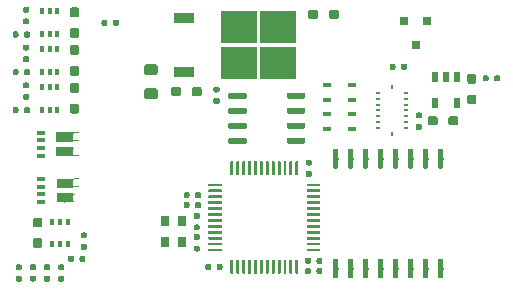
<source format=gbp>
G04 #@! TF.GenerationSoftware,KiCad,Pcbnew,5.1.4*
G04 #@! TF.CreationDate,2019-09-17T22:36:34+02:00*
G04 #@! TF.ProjectId,altimeter,616c7469-6d65-4746-9572-2e6b69636164,rev?*
G04 #@! TF.SameCoordinates,Original*
G04 #@! TF.FileFunction,Paste,Bot*
G04 #@! TF.FilePolarity,Positive*
%FSLAX46Y46*%
G04 Gerber Fmt 4.6, Leading zero omitted, Abs format (unit mm)*
G04 Created by KiCad (PCBNEW 5.1.4) date 2019-09-17 22:36:34*
%MOMM*%
%LPD*%
G04 APERTURE LIST*
%ADD10C,0.100000*%
%ADD11C,0.472000*%
%ADD12R,0.200000X0.460000*%
%ADD13R,0.460000X0.200000*%
%ADD14C,0.480000*%
%ADD15R,0.320000X0.520000*%
%ADD16C,0.760000*%
%ADD17R,0.800000X0.920000*%
%ADD18C,0.920000*%
%ADD19R,0.640000X0.720000*%
%ADD20C,0.792000*%
%ADD21R,0.792000X0.324000*%
%ADD22R,3.050000X2.750000*%
%ADD23R,1.760000X0.960000*%
%ADD24R,0.520000X0.848000*%
%ADD25R,0.760000X0.440000*%
%ADD26C,0.240000*%
G04 APERTURE END LIST*
D10*
G36*
X178474566Y-103174568D02*
G01*
X178486021Y-103176267D01*
X178497254Y-103179081D01*
X178508157Y-103182982D01*
X178518625Y-103187933D01*
X178528557Y-103193887D01*
X178537858Y-103200785D01*
X178546439Y-103208561D01*
X178554215Y-103217142D01*
X178561113Y-103226443D01*
X178567067Y-103236375D01*
X178572018Y-103246843D01*
X178575919Y-103257746D01*
X178578733Y-103268979D01*
X178580432Y-103280434D01*
X178581000Y-103292000D01*
X178581000Y-103568000D01*
X178580432Y-103579566D01*
X178578733Y-103591021D01*
X178575919Y-103602254D01*
X178572018Y-103613157D01*
X178567067Y-103623625D01*
X178561113Y-103633557D01*
X178554215Y-103642858D01*
X178546439Y-103651439D01*
X178537858Y-103659215D01*
X178528557Y-103666113D01*
X178518625Y-103672067D01*
X178508157Y-103677018D01*
X178497254Y-103680919D01*
X178486021Y-103683733D01*
X178474566Y-103685432D01*
X178463000Y-103686000D01*
X178227000Y-103686000D01*
X178215434Y-103685432D01*
X178203979Y-103683733D01*
X178192746Y-103680919D01*
X178181843Y-103677018D01*
X178171375Y-103672067D01*
X178161443Y-103666113D01*
X178152142Y-103659215D01*
X178143561Y-103651439D01*
X178135785Y-103642858D01*
X178128887Y-103633557D01*
X178122933Y-103623625D01*
X178117982Y-103613157D01*
X178114081Y-103602254D01*
X178111267Y-103591021D01*
X178109568Y-103579566D01*
X178109000Y-103568000D01*
X178109000Y-103292000D01*
X178109568Y-103280434D01*
X178111267Y-103268979D01*
X178114081Y-103257746D01*
X178117982Y-103246843D01*
X178122933Y-103236375D01*
X178128887Y-103226443D01*
X178135785Y-103217142D01*
X178143561Y-103208561D01*
X178152142Y-103200785D01*
X178161443Y-103193887D01*
X178171375Y-103187933D01*
X178181843Y-103182982D01*
X178192746Y-103179081D01*
X178203979Y-103176267D01*
X178215434Y-103174568D01*
X178227000Y-103174000D01*
X178463000Y-103174000D01*
X178474566Y-103174568D01*
X178474566Y-103174568D01*
G37*
D11*
X178345000Y-103430000D03*
D10*
G36*
X179444566Y-103174568D02*
G01*
X179456021Y-103176267D01*
X179467254Y-103179081D01*
X179478157Y-103182982D01*
X179488625Y-103187933D01*
X179498557Y-103193887D01*
X179507858Y-103200785D01*
X179516439Y-103208561D01*
X179524215Y-103217142D01*
X179531113Y-103226443D01*
X179537067Y-103236375D01*
X179542018Y-103246843D01*
X179545919Y-103257746D01*
X179548733Y-103268979D01*
X179550432Y-103280434D01*
X179551000Y-103292000D01*
X179551000Y-103568000D01*
X179550432Y-103579566D01*
X179548733Y-103591021D01*
X179545919Y-103602254D01*
X179542018Y-103613157D01*
X179537067Y-103623625D01*
X179531113Y-103633557D01*
X179524215Y-103642858D01*
X179516439Y-103651439D01*
X179507858Y-103659215D01*
X179498557Y-103666113D01*
X179488625Y-103672067D01*
X179478157Y-103677018D01*
X179467254Y-103680919D01*
X179456021Y-103683733D01*
X179444566Y-103685432D01*
X179433000Y-103686000D01*
X179197000Y-103686000D01*
X179185434Y-103685432D01*
X179173979Y-103683733D01*
X179162746Y-103680919D01*
X179151843Y-103677018D01*
X179141375Y-103672067D01*
X179131443Y-103666113D01*
X179122142Y-103659215D01*
X179113561Y-103651439D01*
X179105785Y-103642858D01*
X179098887Y-103633557D01*
X179092933Y-103623625D01*
X179087982Y-103613157D01*
X179084081Y-103602254D01*
X179081267Y-103591021D01*
X179079568Y-103579566D01*
X179079000Y-103568000D01*
X179079000Y-103292000D01*
X179079568Y-103280434D01*
X179081267Y-103268979D01*
X179084081Y-103257746D01*
X179087982Y-103246843D01*
X179092933Y-103236375D01*
X179098887Y-103226443D01*
X179105785Y-103217142D01*
X179113561Y-103208561D01*
X179122142Y-103200785D01*
X179131443Y-103193887D01*
X179141375Y-103187933D01*
X179151843Y-103182982D01*
X179162746Y-103179081D01*
X179173979Y-103176267D01*
X179185434Y-103174568D01*
X179197000Y-103174000D01*
X179433000Y-103174000D01*
X179444566Y-103174568D01*
X179444566Y-103174568D01*
G37*
D11*
X179315000Y-103430000D03*
D10*
G36*
X146194566Y-98454568D02*
G01*
X146206021Y-98456267D01*
X146217254Y-98459081D01*
X146228157Y-98462982D01*
X146238625Y-98467933D01*
X146248557Y-98473887D01*
X146257858Y-98480785D01*
X146266439Y-98488561D01*
X146274215Y-98497142D01*
X146281113Y-98506443D01*
X146287067Y-98516375D01*
X146292018Y-98526843D01*
X146295919Y-98537746D01*
X146298733Y-98548979D01*
X146300432Y-98560434D01*
X146301000Y-98572000D01*
X146301000Y-98848000D01*
X146300432Y-98859566D01*
X146298733Y-98871021D01*
X146295919Y-98882254D01*
X146292018Y-98893157D01*
X146287067Y-98903625D01*
X146281113Y-98913557D01*
X146274215Y-98922858D01*
X146266439Y-98931439D01*
X146257858Y-98939215D01*
X146248557Y-98946113D01*
X146238625Y-98952067D01*
X146228157Y-98957018D01*
X146217254Y-98960919D01*
X146206021Y-98963733D01*
X146194566Y-98965432D01*
X146183000Y-98966000D01*
X145947000Y-98966000D01*
X145935434Y-98965432D01*
X145923979Y-98963733D01*
X145912746Y-98960919D01*
X145901843Y-98957018D01*
X145891375Y-98952067D01*
X145881443Y-98946113D01*
X145872142Y-98939215D01*
X145863561Y-98931439D01*
X145855785Y-98922858D01*
X145848887Y-98913557D01*
X145842933Y-98903625D01*
X145837982Y-98893157D01*
X145834081Y-98882254D01*
X145831267Y-98871021D01*
X145829568Y-98859566D01*
X145829000Y-98848000D01*
X145829000Y-98572000D01*
X145829568Y-98560434D01*
X145831267Y-98548979D01*
X145834081Y-98537746D01*
X145837982Y-98526843D01*
X145842933Y-98516375D01*
X145848887Y-98506443D01*
X145855785Y-98497142D01*
X145863561Y-98488561D01*
X145872142Y-98480785D01*
X145881443Y-98473887D01*
X145891375Y-98467933D01*
X145901843Y-98462982D01*
X145912746Y-98459081D01*
X145923979Y-98456267D01*
X145935434Y-98454568D01*
X145947000Y-98454000D01*
X146183000Y-98454000D01*
X146194566Y-98454568D01*
X146194566Y-98454568D01*
G37*
D11*
X146065000Y-98710000D03*
D10*
G36*
X147164566Y-98454568D02*
G01*
X147176021Y-98456267D01*
X147187254Y-98459081D01*
X147198157Y-98462982D01*
X147208625Y-98467933D01*
X147218557Y-98473887D01*
X147227858Y-98480785D01*
X147236439Y-98488561D01*
X147244215Y-98497142D01*
X147251113Y-98506443D01*
X147257067Y-98516375D01*
X147262018Y-98526843D01*
X147265919Y-98537746D01*
X147268733Y-98548979D01*
X147270432Y-98560434D01*
X147271000Y-98572000D01*
X147271000Y-98848000D01*
X147270432Y-98859566D01*
X147268733Y-98871021D01*
X147265919Y-98882254D01*
X147262018Y-98893157D01*
X147257067Y-98903625D01*
X147251113Y-98913557D01*
X147244215Y-98922858D01*
X147236439Y-98931439D01*
X147227858Y-98939215D01*
X147218557Y-98946113D01*
X147208625Y-98952067D01*
X147198157Y-98957018D01*
X147187254Y-98960919D01*
X147176021Y-98963733D01*
X147164566Y-98965432D01*
X147153000Y-98966000D01*
X146917000Y-98966000D01*
X146905434Y-98965432D01*
X146893979Y-98963733D01*
X146882746Y-98960919D01*
X146871843Y-98957018D01*
X146861375Y-98952067D01*
X146851443Y-98946113D01*
X146842142Y-98939215D01*
X146833561Y-98931439D01*
X146825785Y-98922858D01*
X146818887Y-98913557D01*
X146812933Y-98903625D01*
X146807982Y-98893157D01*
X146804081Y-98882254D01*
X146801267Y-98871021D01*
X146799568Y-98859566D01*
X146799000Y-98848000D01*
X146799000Y-98572000D01*
X146799568Y-98560434D01*
X146801267Y-98548979D01*
X146804081Y-98537746D01*
X146807982Y-98526843D01*
X146812933Y-98516375D01*
X146818887Y-98506443D01*
X146825785Y-98497142D01*
X146833561Y-98488561D01*
X146842142Y-98480785D01*
X146851443Y-98473887D01*
X146861375Y-98467933D01*
X146871843Y-98462982D01*
X146882746Y-98459081D01*
X146893979Y-98456267D01*
X146905434Y-98454568D01*
X146917000Y-98454000D01*
X147153000Y-98454000D01*
X147164566Y-98454568D01*
X147164566Y-98454568D01*
G37*
D11*
X147035000Y-98710000D03*
D12*
X170393360Y-108101440D03*
X170393360Y-104171440D03*
D13*
X171603360Y-106636440D03*
X171603360Y-107636440D03*
X171603360Y-106136440D03*
X171603360Y-105136440D03*
X171603360Y-104636440D03*
X171603360Y-105636440D03*
X171603360Y-107136440D03*
X169183360Y-104636440D03*
X169183360Y-105136440D03*
X169183360Y-105636440D03*
X169183360Y-106136440D03*
X169183360Y-107636440D03*
X169183360Y-107136440D03*
X169183360Y-106636440D03*
D10*
G36*
X164383606Y-119492868D02*
G01*
X164395061Y-119494567D01*
X164406294Y-119497381D01*
X164417197Y-119501282D01*
X164427665Y-119506233D01*
X164437597Y-119512187D01*
X164446898Y-119519085D01*
X164455479Y-119526861D01*
X164463255Y-119535442D01*
X164470153Y-119544743D01*
X164476107Y-119554675D01*
X164481058Y-119565143D01*
X164484959Y-119576046D01*
X164487773Y-119587279D01*
X164489472Y-119598734D01*
X164490040Y-119610300D01*
X164490040Y-119886300D01*
X164489472Y-119897866D01*
X164487773Y-119909321D01*
X164484959Y-119920554D01*
X164481058Y-119931457D01*
X164476107Y-119941925D01*
X164470153Y-119951857D01*
X164463255Y-119961158D01*
X164455479Y-119969739D01*
X164446898Y-119977515D01*
X164437597Y-119984413D01*
X164427665Y-119990367D01*
X164417197Y-119995318D01*
X164406294Y-119999219D01*
X164395061Y-120002033D01*
X164383606Y-120003732D01*
X164372040Y-120004300D01*
X164136040Y-120004300D01*
X164124474Y-120003732D01*
X164113019Y-120002033D01*
X164101786Y-119999219D01*
X164090883Y-119995318D01*
X164080415Y-119990367D01*
X164070483Y-119984413D01*
X164061182Y-119977515D01*
X164052601Y-119969739D01*
X164044825Y-119961158D01*
X164037927Y-119951857D01*
X164031973Y-119941925D01*
X164027022Y-119931457D01*
X164023121Y-119920554D01*
X164020307Y-119909321D01*
X164018608Y-119897866D01*
X164018040Y-119886300D01*
X164018040Y-119610300D01*
X164018608Y-119598734D01*
X164020307Y-119587279D01*
X164023121Y-119576046D01*
X164027022Y-119565143D01*
X164031973Y-119554675D01*
X164037927Y-119544743D01*
X164044825Y-119535442D01*
X164052601Y-119526861D01*
X164061182Y-119519085D01*
X164070483Y-119512187D01*
X164080415Y-119506233D01*
X164090883Y-119501282D01*
X164101786Y-119497381D01*
X164113019Y-119494567D01*
X164124474Y-119492868D01*
X164136040Y-119492300D01*
X164372040Y-119492300D01*
X164383606Y-119492868D01*
X164383606Y-119492868D01*
G37*
D11*
X164254040Y-119748300D03*
D10*
G36*
X163413606Y-119492868D02*
G01*
X163425061Y-119494567D01*
X163436294Y-119497381D01*
X163447197Y-119501282D01*
X163457665Y-119506233D01*
X163467597Y-119512187D01*
X163476898Y-119519085D01*
X163485479Y-119526861D01*
X163493255Y-119535442D01*
X163500153Y-119544743D01*
X163506107Y-119554675D01*
X163511058Y-119565143D01*
X163514959Y-119576046D01*
X163517773Y-119587279D01*
X163519472Y-119598734D01*
X163520040Y-119610300D01*
X163520040Y-119886300D01*
X163519472Y-119897866D01*
X163517773Y-119909321D01*
X163514959Y-119920554D01*
X163511058Y-119931457D01*
X163506107Y-119941925D01*
X163500153Y-119951857D01*
X163493255Y-119961158D01*
X163485479Y-119969739D01*
X163476898Y-119977515D01*
X163467597Y-119984413D01*
X163457665Y-119990367D01*
X163447197Y-119995318D01*
X163436294Y-119999219D01*
X163425061Y-120002033D01*
X163413606Y-120003732D01*
X163402040Y-120004300D01*
X163166040Y-120004300D01*
X163154474Y-120003732D01*
X163143019Y-120002033D01*
X163131786Y-119999219D01*
X163120883Y-119995318D01*
X163110415Y-119990367D01*
X163100483Y-119984413D01*
X163091182Y-119977515D01*
X163082601Y-119969739D01*
X163074825Y-119961158D01*
X163067927Y-119951857D01*
X163061973Y-119941925D01*
X163057022Y-119931457D01*
X163053121Y-119920554D01*
X163050307Y-119909321D01*
X163048608Y-119897866D01*
X163048040Y-119886300D01*
X163048040Y-119610300D01*
X163048608Y-119598734D01*
X163050307Y-119587279D01*
X163053121Y-119576046D01*
X163057022Y-119565143D01*
X163061973Y-119554675D01*
X163067927Y-119544743D01*
X163074825Y-119535442D01*
X163082601Y-119526861D01*
X163091182Y-119519085D01*
X163100483Y-119512187D01*
X163110415Y-119506233D01*
X163120883Y-119501282D01*
X163131786Y-119497381D01*
X163143019Y-119494567D01*
X163154474Y-119492868D01*
X163166040Y-119492300D01*
X163402040Y-119492300D01*
X163413606Y-119492868D01*
X163413606Y-119492868D01*
G37*
D11*
X163284040Y-119748300D03*
D10*
G36*
X164393766Y-118608948D02*
G01*
X164405221Y-118610647D01*
X164416454Y-118613461D01*
X164427357Y-118617362D01*
X164437825Y-118622313D01*
X164447757Y-118628267D01*
X164457058Y-118635165D01*
X164465639Y-118642941D01*
X164473415Y-118651522D01*
X164480313Y-118660823D01*
X164486267Y-118670755D01*
X164491218Y-118681223D01*
X164495119Y-118692126D01*
X164497933Y-118703359D01*
X164499632Y-118714814D01*
X164500200Y-118726380D01*
X164500200Y-119002380D01*
X164499632Y-119013946D01*
X164497933Y-119025401D01*
X164495119Y-119036634D01*
X164491218Y-119047537D01*
X164486267Y-119058005D01*
X164480313Y-119067937D01*
X164473415Y-119077238D01*
X164465639Y-119085819D01*
X164457058Y-119093595D01*
X164447757Y-119100493D01*
X164437825Y-119106447D01*
X164427357Y-119111398D01*
X164416454Y-119115299D01*
X164405221Y-119118113D01*
X164393766Y-119119812D01*
X164382200Y-119120380D01*
X164146200Y-119120380D01*
X164134634Y-119119812D01*
X164123179Y-119118113D01*
X164111946Y-119115299D01*
X164101043Y-119111398D01*
X164090575Y-119106447D01*
X164080643Y-119100493D01*
X164071342Y-119093595D01*
X164062761Y-119085819D01*
X164054985Y-119077238D01*
X164048087Y-119067937D01*
X164042133Y-119058005D01*
X164037182Y-119047537D01*
X164033281Y-119036634D01*
X164030467Y-119025401D01*
X164028768Y-119013946D01*
X164028200Y-119002380D01*
X164028200Y-118726380D01*
X164028768Y-118714814D01*
X164030467Y-118703359D01*
X164033281Y-118692126D01*
X164037182Y-118681223D01*
X164042133Y-118670755D01*
X164048087Y-118660823D01*
X164054985Y-118651522D01*
X164062761Y-118642941D01*
X164071342Y-118635165D01*
X164080643Y-118628267D01*
X164090575Y-118622313D01*
X164101043Y-118617362D01*
X164111946Y-118613461D01*
X164123179Y-118610647D01*
X164134634Y-118608948D01*
X164146200Y-118608380D01*
X164382200Y-118608380D01*
X164393766Y-118608948D01*
X164393766Y-118608948D01*
G37*
D11*
X164264200Y-118864380D03*
D10*
G36*
X163423766Y-118608948D02*
G01*
X163435221Y-118610647D01*
X163446454Y-118613461D01*
X163457357Y-118617362D01*
X163467825Y-118622313D01*
X163477757Y-118628267D01*
X163487058Y-118635165D01*
X163495639Y-118642941D01*
X163503415Y-118651522D01*
X163510313Y-118660823D01*
X163516267Y-118670755D01*
X163521218Y-118681223D01*
X163525119Y-118692126D01*
X163527933Y-118703359D01*
X163529632Y-118714814D01*
X163530200Y-118726380D01*
X163530200Y-119002380D01*
X163529632Y-119013946D01*
X163527933Y-119025401D01*
X163525119Y-119036634D01*
X163521218Y-119047537D01*
X163516267Y-119058005D01*
X163510313Y-119067937D01*
X163503415Y-119077238D01*
X163495639Y-119085819D01*
X163487058Y-119093595D01*
X163477757Y-119100493D01*
X163467825Y-119106447D01*
X163457357Y-119111398D01*
X163446454Y-119115299D01*
X163435221Y-119118113D01*
X163423766Y-119119812D01*
X163412200Y-119120380D01*
X163176200Y-119120380D01*
X163164634Y-119119812D01*
X163153179Y-119118113D01*
X163141946Y-119115299D01*
X163131043Y-119111398D01*
X163120575Y-119106447D01*
X163110643Y-119100493D01*
X163101342Y-119093595D01*
X163092761Y-119085819D01*
X163084985Y-119077238D01*
X163078087Y-119067937D01*
X163072133Y-119058005D01*
X163067182Y-119047537D01*
X163063281Y-119036634D01*
X163060467Y-119025401D01*
X163058768Y-119013946D01*
X163058200Y-119002380D01*
X163058200Y-118726380D01*
X163058768Y-118714814D01*
X163060467Y-118703359D01*
X163063281Y-118692126D01*
X163067182Y-118681223D01*
X163072133Y-118670755D01*
X163078087Y-118660823D01*
X163084985Y-118651522D01*
X163092761Y-118642941D01*
X163101342Y-118635165D01*
X163110643Y-118628267D01*
X163120575Y-118622313D01*
X163131043Y-118617362D01*
X163141946Y-118613461D01*
X163153179Y-118610647D01*
X163164634Y-118608948D01*
X163176200Y-118608380D01*
X163412200Y-118608380D01*
X163423766Y-118608948D01*
X163423766Y-118608948D01*
G37*
D11*
X163294200Y-118864380D03*
D10*
G36*
X153152006Y-113074568D02*
G01*
X153163461Y-113076267D01*
X153174694Y-113079081D01*
X153185597Y-113082982D01*
X153196065Y-113087933D01*
X153205997Y-113093887D01*
X153215298Y-113100785D01*
X153223879Y-113108561D01*
X153231655Y-113117142D01*
X153238553Y-113126443D01*
X153244507Y-113136375D01*
X153249458Y-113146843D01*
X153253359Y-113157746D01*
X153256173Y-113168979D01*
X153257872Y-113180434D01*
X153258440Y-113192000D01*
X153258440Y-113468000D01*
X153257872Y-113479566D01*
X153256173Y-113491021D01*
X153253359Y-113502254D01*
X153249458Y-113513157D01*
X153244507Y-113523625D01*
X153238553Y-113533557D01*
X153231655Y-113542858D01*
X153223879Y-113551439D01*
X153215298Y-113559215D01*
X153205997Y-113566113D01*
X153196065Y-113572067D01*
X153185597Y-113577018D01*
X153174694Y-113580919D01*
X153163461Y-113583733D01*
X153152006Y-113585432D01*
X153140440Y-113586000D01*
X152904440Y-113586000D01*
X152892874Y-113585432D01*
X152881419Y-113583733D01*
X152870186Y-113580919D01*
X152859283Y-113577018D01*
X152848815Y-113572067D01*
X152838883Y-113566113D01*
X152829582Y-113559215D01*
X152821001Y-113551439D01*
X152813225Y-113542858D01*
X152806327Y-113533557D01*
X152800373Y-113523625D01*
X152795422Y-113513157D01*
X152791521Y-113502254D01*
X152788707Y-113491021D01*
X152787008Y-113479566D01*
X152786440Y-113468000D01*
X152786440Y-113192000D01*
X152787008Y-113180434D01*
X152788707Y-113168979D01*
X152791521Y-113157746D01*
X152795422Y-113146843D01*
X152800373Y-113136375D01*
X152806327Y-113126443D01*
X152813225Y-113117142D01*
X152821001Y-113108561D01*
X152829582Y-113100785D01*
X152838883Y-113093887D01*
X152848815Y-113087933D01*
X152859283Y-113082982D01*
X152870186Y-113079081D01*
X152881419Y-113076267D01*
X152892874Y-113074568D01*
X152904440Y-113074000D01*
X153140440Y-113074000D01*
X153152006Y-113074568D01*
X153152006Y-113074568D01*
G37*
D11*
X153022440Y-113330000D03*
D10*
G36*
X154122006Y-113074568D02*
G01*
X154133461Y-113076267D01*
X154144694Y-113079081D01*
X154155597Y-113082982D01*
X154166065Y-113087933D01*
X154175997Y-113093887D01*
X154185298Y-113100785D01*
X154193879Y-113108561D01*
X154201655Y-113117142D01*
X154208553Y-113126443D01*
X154214507Y-113136375D01*
X154219458Y-113146843D01*
X154223359Y-113157746D01*
X154226173Y-113168979D01*
X154227872Y-113180434D01*
X154228440Y-113192000D01*
X154228440Y-113468000D01*
X154227872Y-113479566D01*
X154226173Y-113491021D01*
X154223359Y-113502254D01*
X154219458Y-113513157D01*
X154214507Y-113523625D01*
X154208553Y-113533557D01*
X154201655Y-113542858D01*
X154193879Y-113551439D01*
X154185298Y-113559215D01*
X154175997Y-113566113D01*
X154166065Y-113572067D01*
X154155597Y-113577018D01*
X154144694Y-113580919D01*
X154133461Y-113583733D01*
X154122006Y-113585432D01*
X154110440Y-113586000D01*
X153874440Y-113586000D01*
X153862874Y-113585432D01*
X153851419Y-113583733D01*
X153840186Y-113580919D01*
X153829283Y-113577018D01*
X153818815Y-113572067D01*
X153808883Y-113566113D01*
X153799582Y-113559215D01*
X153791001Y-113551439D01*
X153783225Y-113542858D01*
X153776327Y-113533557D01*
X153770373Y-113523625D01*
X153765422Y-113513157D01*
X153761521Y-113502254D01*
X153758707Y-113491021D01*
X153757008Y-113479566D01*
X153756440Y-113468000D01*
X153756440Y-113192000D01*
X153757008Y-113180434D01*
X153758707Y-113168979D01*
X153761521Y-113157746D01*
X153765422Y-113146843D01*
X153770373Y-113136375D01*
X153776327Y-113126443D01*
X153783225Y-113117142D01*
X153791001Y-113108561D01*
X153799582Y-113100785D01*
X153808883Y-113093887D01*
X153818815Y-113087933D01*
X153829283Y-113082982D01*
X153840186Y-113079081D01*
X153851419Y-113076267D01*
X153862874Y-113074568D01*
X153874440Y-113074000D01*
X154110440Y-113074000D01*
X154122006Y-113074568D01*
X154122006Y-113074568D01*
G37*
D11*
X153992440Y-113330000D03*
D10*
G36*
X154970646Y-119119488D02*
G01*
X154982101Y-119121187D01*
X154993334Y-119124001D01*
X155004237Y-119127902D01*
X155014705Y-119132853D01*
X155024637Y-119138807D01*
X155033938Y-119145705D01*
X155042519Y-119153481D01*
X155050295Y-119162062D01*
X155057193Y-119171363D01*
X155063147Y-119181295D01*
X155068098Y-119191763D01*
X155071999Y-119202666D01*
X155074813Y-119213899D01*
X155076512Y-119225354D01*
X155077080Y-119236920D01*
X155077080Y-119512920D01*
X155076512Y-119524486D01*
X155074813Y-119535941D01*
X155071999Y-119547174D01*
X155068098Y-119558077D01*
X155063147Y-119568545D01*
X155057193Y-119578477D01*
X155050295Y-119587778D01*
X155042519Y-119596359D01*
X155033938Y-119604135D01*
X155024637Y-119611033D01*
X155014705Y-119616987D01*
X155004237Y-119621938D01*
X154993334Y-119625839D01*
X154982101Y-119628653D01*
X154970646Y-119630352D01*
X154959080Y-119630920D01*
X154723080Y-119630920D01*
X154711514Y-119630352D01*
X154700059Y-119628653D01*
X154688826Y-119625839D01*
X154677923Y-119621938D01*
X154667455Y-119616987D01*
X154657523Y-119611033D01*
X154648222Y-119604135D01*
X154639641Y-119596359D01*
X154631865Y-119587778D01*
X154624967Y-119578477D01*
X154619013Y-119568545D01*
X154614062Y-119558077D01*
X154610161Y-119547174D01*
X154607347Y-119535941D01*
X154605648Y-119524486D01*
X154605080Y-119512920D01*
X154605080Y-119236920D01*
X154605648Y-119225354D01*
X154607347Y-119213899D01*
X154610161Y-119202666D01*
X154614062Y-119191763D01*
X154619013Y-119181295D01*
X154624967Y-119171363D01*
X154631865Y-119162062D01*
X154639641Y-119153481D01*
X154648222Y-119145705D01*
X154657523Y-119138807D01*
X154667455Y-119132853D01*
X154677923Y-119127902D01*
X154688826Y-119124001D01*
X154700059Y-119121187D01*
X154711514Y-119119488D01*
X154723080Y-119118920D01*
X154959080Y-119118920D01*
X154970646Y-119119488D01*
X154970646Y-119119488D01*
G37*
D11*
X154841080Y-119374920D03*
D10*
G36*
X155940646Y-119119488D02*
G01*
X155952101Y-119121187D01*
X155963334Y-119124001D01*
X155974237Y-119127902D01*
X155984705Y-119132853D01*
X155994637Y-119138807D01*
X156003938Y-119145705D01*
X156012519Y-119153481D01*
X156020295Y-119162062D01*
X156027193Y-119171363D01*
X156033147Y-119181295D01*
X156038098Y-119191763D01*
X156041999Y-119202666D01*
X156044813Y-119213899D01*
X156046512Y-119225354D01*
X156047080Y-119236920D01*
X156047080Y-119512920D01*
X156046512Y-119524486D01*
X156044813Y-119535941D01*
X156041999Y-119547174D01*
X156038098Y-119558077D01*
X156033147Y-119568545D01*
X156027193Y-119578477D01*
X156020295Y-119587778D01*
X156012519Y-119596359D01*
X156003938Y-119604135D01*
X155994637Y-119611033D01*
X155984705Y-119616987D01*
X155974237Y-119621938D01*
X155963334Y-119625839D01*
X155952101Y-119628653D01*
X155940646Y-119630352D01*
X155929080Y-119630920D01*
X155693080Y-119630920D01*
X155681514Y-119630352D01*
X155670059Y-119628653D01*
X155658826Y-119625839D01*
X155647923Y-119621938D01*
X155637455Y-119616987D01*
X155627523Y-119611033D01*
X155618222Y-119604135D01*
X155609641Y-119596359D01*
X155601865Y-119587778D01*
X155594967Y-119578477D01*
X155589013Y-119568545D01*
X155584062Y-119558077D01*
X155580161Y-119547174D01*
X155577347Y-119535941D01*
X155575648Y-119524486D01*
X155575080Y-119512920D01*
X155575080Y-119236920D01*
X155575648Y-119225354D01*
X155577347Y-119213899D01*
X155580161Y-119202666D01*
X155584062Y-119191763D01*
X155589013Y-119181295D01*
X155594967Y-119171363D01*
X155601865Y-119162062D01*
X155609641Y-119153481D01*
X155618222Y-119145705D01*
X155627523Y-119138807D01*
X155637455Y-119132853D01*
X155647923Y-119127902D01*
X155658826Y-119124001D01*
X155670059Y-119121187D01*
X155681514Y-119119488D01*
X155693080Y-119118920D01*
X155929080Y-119118920D01*
X155940646Y-119119488D01*
X155940646Y-119119488D01*
G37*
D11*
X155811080Y-119374920D03*
D10*
G36*
X153144566Y-113904568D02*
G01*
X153156021Y-113906267D01*
X153167254Y-113909081D01*
X153178157Y-113912982D01*
X153188625Y-113917933D01*
X153198557Y-113923887D01*
X153207858Y-113930785D01*
X153216439Y-113938561D01*
X153224215Y-113947142D01*
X153231113Y-113956443D01*
X153237067Y-113966375D01*
X153242018Y-113976843D01*
X153245919Y-113987746D01*
X153248733Y-113998979D01*
X153250432Y-114010434D01*
X153251000Y-114022000D01*
X153251000Y-114298000D01*
X153250432Y-114309566D01*
X153248733Y-114321021D01*
X153245919Y-114332254D01*
X153242018Y-114343157D01*
X153237067Y-114353625D01*
X153231113Y-114363557D01*
X153224215Y-114372858D01*
X153216439Y-114381439D01*
X153207858Y-114389215D01*
X153198557Y-114396113D01*
X153188625Y-114402067D01*
X153178157Y-114407018D01*
X153167254Y-114410919D01*
X153156021Y-114413733D01*
X153144566Y-114415432D01*
X153133000Y-114416000D01*
X152897000Y-114416000D01*
X152885434Y-114415432D01*
X152873979Y-114413733D01*
X152862746Y-114410919D01*
X152851843Y-114407018D01*
X152841375Y-114402067D01*
X152831443Y-114396113D01*
X152822142Y-114389215D01*
X152813561Y-114381439D01*
X152805785Y-114372858D01*
X152798887Y-114363557D01*
X152792933Y-114353625D01*
X152787982Y-114343157D01*
X152784081Y-114332254D01*
X152781267Y-114321021D01*
X152779568Y-114309566D01*
X152779000Y-114298000D01*
X152779000Y-114022000D01*
X152779568Y-114010434D01*
X152781267Y-113998979D01*
X152784081Y-113987746D01*
X152787982Y-113976843D01*
X152792933Y-113966375D01*
X152798887Y-113956443D01*
X152805785Y-113947142D01*
X152813561Y-113938561D01*
X152822142Y-113930785D01*
X152831443Y-113923887D01*
X152841375Y-113917933D01*
X152851843Y-113912982D01*
X152862746Y-113909081D01*
X152873979Y-113906267D01*
X152885434Y-113904568D01*
X152897000Y-113904000D01*
X153133000Y-113904000D01*
X153144566Y-113904568D01*
X153144566Y-113904568D01*
G37*
D11*
X153015000Y-114160000D03*
D10*
G36*
X154114566Y-113904568D02*
G01*
X154126021Y-113906267D01*
X154137254Y-113909081D01*
X154148157Y-113912982D01*
X154158625Y-113917933D01*
X154168557Y-113923887D01*
X154177858Y-113930785D01*
X154186439Y-113938561D01*
X154194215Y-113947142D01*
X154201113Y-113956443D01*
X154207067Y-113966375D01*
X154212018Y-113976843D01*
X154215919Y-113987746D01*
X154218733Y-113998979D01*
X154220432Y-114010434D01*
X154221000Y-114022000D01*
X154221000Y-114298000D01*
X154220432Y-114309566D01*
X154218733Y-114321021D01*
X154215919Y-114332254D01*
X154212018Y-114343157D01*
X154207067Y-114353625D01*
X154201113Y-114363557D01*
X154194215Y-114372858D01*
X154186439Y-114381439D01*
X154177858Y-114389215D01*
X154168557Y-114396113D01*
X154158625Y-114402067D01*
X154148157Y-114407018D01*
X154137254Y-114410919D01*
X154126021Y-114413733D01*
X154114566Y-114415432D01*
X154103000Y-114416000D01*
X153867000Y-114416000D01*
X153855434Y-114415432D01*
X153843979Y-114413733D01*
X153832746Y-114410919D01*
X153821843Y-114407018D01*
X153811375Y-114402067D01*
X153801443Y-114396113D01*
X153792142Y-114389215D01*
X153783561Y-114381439D01*
X153775785Y-114372858D01*
X153768887Y-114363557D01*
X153762933Y-114353625D01*
X153757982Y-114343157D01*
X153754081Y-114332254D01*
X153751267Y-114321021D01*
X153749568Y-114309566D01*
X153749000Y-114298000D01*
X153749000Y-114022000D01*
X153749568Y-114010434D01*
X153751267Y-113998979D01*
X153754081Y-113987746D01*
X153757982Y-113976843D01*
X153762933Y-113966375D01*
X153768887Y-113956443D01*
X153775785Y-113947142D01*
X153783561Y-113938561D01*
X153792142Y-113930785D01*
X153801443Y-113923887D01*
X153811375Y-113917933D01*
X153821843Y-113912982D01*
X153832746Y-113909081D01*
X153843979Y-113906267D01*
X153855434Y-113904568D01*
X153867000Y-113904000D01*
X154103000Y-113904000D01*
X154114566Y-113904568D01*
X154114566Y-113904568D01*
G37*
D11*
X153985000Y-114160000D03*
D10*
G36*
X163499506Y-111285808D02*
G01*
X163510961Y-111287507D01*
X163522194Y-111290321D01*
X163533097Y-111294222D01*
X163543565Y-111299173D01*
X163553497Y-111305127D01*
X163562798Y-111312025D01*
X163571379Y-111319801D01*
X163579155Y-111328382D01*
X163586053Y-111337683D01*
X163592007Y-111347615D01*
X163596958Y-111358083D01*
X163600859Y-111368986D01*
X163603673Y-111380219D01*
X163605372Y-111391674D01*
X163605940Y-111403240D01*
X163605940Y-111639240D01*
X163605372Y-111650806D01*
X163603673Y-111662261D01*
X163600859Y-111673494D01*
X163596958Y-111684397D01*
X163592007Y-111694865D01*
X163586053Y-111704797D01*
X163579155Y-111714098D01*
X163571379Y-111722679D01*
X163562798Y-111730455D01*
X163553497Y-111737353D01*
X163543565Y-111743307D01*
X163533097Y-111748258D01*
X163522194Y-111752159D01*
X163510961Y-111754973D01*
X163499506Y-111756672D01*
X163487940Y-111757240D01*
X163211940Y-111757240D01*
X163200374Y-111756672D01*
X163188919Y-111754973D01*
X163177686Y-111752159D01*
X163166783Y-111748258D01*
X163156315Y-111743307D01*
X163146383Y-111737353D01*
X163137082Y-111730455D01*
X163128501Y-111722679D01*
X163120725Y-111714098D01*
X163113827Y-111704797D01*
X163107873Y-111694865D01*
X163102922Y-111684397D01*
X163099021Y-111673494D01*
X163096207Y-111662261D01*
X163094508Y-111650806D01*
X163093940Y-111639240D01*
X163093940Y-111403240D01*
X163094508Y-111391674D01*
X163096207Y-111380219D01*
X163099021Y-111368986D01*
X163102922Y-111358083D01*
X163107873Y-111347615D01*
X163113827Y-111337683D01*
X163120725Y-111328382D01*
X163128501Y-111319801D01*
X163137082Y-111312025D01*
X163146383Y-111305127D01*
X163156315Y-111299173D01*
X163166783Y-111294222D01*
X163177686Y-111290321D01*
X163188919Y-111287507D01*
X163200374Y-111285808D01*
X163211940Y-111285240D01*
X163487940Y-111285240D01*
X163499506Y-111285808D01*
X163499506Y-111285808D01*
G37*
D11*
X163349940Y-111521240D03*
D10*
G36*
X163499506Y-110315808D02*
G01*
X163510961Y-110317507D01*
X163522194Y-110320321D01*
X163533097Y-110324222D01*
X163543565Y-110329173D01*
X163553497Y-110335127D01*
X163562798Y-110342025D01*
X163571379Y-110349801D01*
X163579155Y-110358382D01*
X163586053Y-110367683D01*
X163592007Y-110377615D01*
X163596958Y-110388083D01*
X163600859Y-110398986D01*
X163603673Y-110410219D01*
X163605372Y-110421674D01*
X163605940Y-110433240D01*
X163605940Y-110669240D01*
X163605372Y-110680806D01*
X163603673Y-110692261D01*
X163600859Y-110703494D01*
X163596958Y-110714397D01*
X163592007Y-110724865D01*
X163586053Y-110734797D01*
X163579155Y-110744098D01*
X163571379Y-110752679D01*
X163562798Y-110760455D01*
X163553497Y-110767353D01*
X163543565Y-110773307D01*
X163533097Y-110778258D01*
X163522194Y-110782159D01*
X163510961Y-110784973D01*
X163499506Y-110786672D01*
X163487940Y-110787240D01*
X163211940Y-110787240D01*
X163200374Y-110786672D01*
X163188919Y-110784973D01*
X163177686Y-110782159D01*
X163166783Y-110778258D01*
X163156315Y-110773307D01*
X163146383Y-110767353D01*
X163137082Y-110760455D01*
X163128501Y-110752679D01*
X163120725Y-110744098D01*
X163113827Y-110734797D01*
X163107873Y-110724865D01*
X163102922Y-110714397D01*
X163099021Y-110703494D01*
X163096207Y-110692261D01*
X163094508Y-110680806D01*
X163093940Y-110669240D01*
X163093940Y-110433240D01*
X163094508Y-110421674D01*
X163096207Y-110410219D01*
X163099021Y-110398986D01*
X163102922Y-110388083D01*
X163107873Y-110377615D01*
X163113827Y-110367683D01*
X163120725Y-110358382D01*
X163128501Y-110349801D01*
X163137082Y-110342025D01*
X163146383Y-110335127D01*
X163156315Y-110329173D01*
X163166783Y-110324222D01*
X163177686Y-110320321D01*
X163188919Y-110317507D01*
X163200374Y-110315808D01*
X163211940Y-110315240D01*
X163487940Y-110315240D01*
X163499506Y-110315808D01*
X163499506Y-110315808D01*
G37*
D11*
X163349940Y-110551240D03*
D10*
G36*
X172828926Y-106325328D02*
G01*
X172840381Y-106327027D01*
X172851614Y-106329841D01*
X172862517Y-106333742D01*
X172872985Y-106338693D01*
X172882917Y-106344647D01*
X172892218Y-106351545D01*
X172900799Y-106359321D01*
X172908575Y-106367902D01*
X172915473Y-106377203D01*
X172921427Y-106387135D01*
X172926378Y-106397603D01*
X172930279Y-106408506D01*
X172933093Y-106419739D01*
X172934792Y-106431194D01*
X172935360Y-106442760D01*
X172935360Y-106678760D01*
X172934792Y-106690326D01*
X172933093Y-106701781D01*
X172930279Y-106713014D01*
X172926378Y-106723917D01*
X172921427Y-106734385D01*
X172915473Y-106744317D01*
X172908575Y-106753618D01*
X172900799Y-106762199D01*
X172892218Y-106769975D01*
X172882917Y-106776873D01*
X172872985Y-106782827D01*
X172862517Y-106787778D01*
X172851614Y-106791679D01*
X172840381Y-106794493D01*
X172828926Y-106796192D01*
X172817360Y-106796760D01*
X172541360Y-106796760D01*
X172529794Y-106796192D01*
X172518339Y-106794493D01*
X172507106Y-106791679D01*
X172496203Y-106787778D01*
X172485735Y-106782827D01*
X172475803Y-106776873D01*
X172466502Y-106769975D01*
X172457921Y-106762199D01*
X172450145Y-106753618D01*
X172443247Y-106744317D01*
X172437293Y-106734385D01*
X172432342Y-106723917D01*
X172428441Y-106713014D01*
X172425627Y-106701781D01*
X172423928Y-106690326D01*
X172423360Y-106678760D01*
X172423360Y-106442760D01*
X172423928Y-106431194D01*
X172425627Y-106419739D01*
X172428441Y-106408506D01*
X172432342Y-106397603D01*
X172437293Y-106387135D01*
X172443247Y-106377203D01*
X172450145Y-106367902D01*
X172457921Y-106359321D01*
X172466502Y-106351545D01*
X172475803Y-106344647D01*
X172485735Y-106338693D01*
X172496203Y-106333742D01*
X172507106Y-106329841D01*
X172518339Y-106327027D01*
X172529794Y-106325328D01*
X172541360Y-106324760D01*
X172817360Y-106324760D01*
X172828926Y-106325328D01*
X172828926Y-106325328D01*
G37*
D11*
X172679360Y-106560760D03*
D10*
G36*
X172828926Y-107295328D02*
G01*
X172840381Y-107297027D01*
X172851614Y-107299841D01*
X172862517Y-107303742D01*
X172872985Y-107308693D01*
X172882917Y-107314647D01*
X172892218Y-107321545D01*
X172900799Y-107329321D01*
X172908575Y-107337902D01*
X172915473Y-107347203D01*
X172921427Y-107357135D01*
X172926378Y-107367603D01*
X172930279Y-107378506D01*
X172933093Y-107389739D01*
X172934792Y-107401194D01*
X172935360Y-107412760D01*
X172935360Y-107648760D01*
X172934792Y-107660326D01*
X172933093Y-107671781D01*
X172930279Y-107683014D01*
X172926378Y-107693917D01*
X172921427Y-107704385D01*
X172915473Y-107714317D01*
X172908575Y-107723618D01*
X172900799Y-107732199D01*
X172892218Y-107739975D01*
X172882917Y-107746873D01*
X172872985Y-107752827D01*
X172862517Y-107757778D01*
X172851614Y-107761679D01*
X172840381Y-107764493D01*
X172828926Y-107766192D01*
X172817360Y-107766760D01*
X172541360Y-107766760D01*
X172529794Y-107766192D01*
X172518339Y-107764493D01*
X172507106Y-107761679D01*
X172496203Y-107757778D01*
X172485735Y-107752827D01*
X172475803Y-107746873D01*
X172466502Y-107739975D01*
X172457921Y-107732199D01*
X172450145Y-107723618D01*
X172443247Y-107714317D01*
X172437293Y-107704385D01*
X172432342Y-107693917D01*
X172428441Y-107683014D01*
X172425627Y-107671781D01*
X172423928Y-107660326D01*
X172423360Y-107648760D01*
X172423360Y-107412760D01*
X172423928Y-107401194D01*
X172425627Y-107389739D01*
X172428441Y-107378506D01*
X172432342Y-107367603D01*
X172437293Y-107357135D01*
X172443247Y-107347203D01*
X172450145Y-107337902D01*
X172457921Y-107329321D01*
X172466502Y-107321545D01*
X172475803Y-107314647D01*
X172485735Y-107308693D01*
X172496203Y-107303742D01*
X172507106Y-107299841D01*
X172518339Y-107297027D01*
X172529794Y-107295328D01*
X172541360Y-107294760D01*
X172817360Y-107294760D01*
X172828926Y-107295328D01*
X172828926Y-107295328D01*
G37*
D11*
X172679360Y-107530760D03*
D10*
G36*
X170584566Y-102174568D02*
G01*
X170596021Y-102176267D01*
X170607254Y-102179081D01*
X170618157Y-102182982D01*
X170628625Y-102187933D01*
X170638557Y-102193887D01*
X170647858Y-102200785D01*
X170656439Y-102208561D01*
X170664215Y-102217142D01*
X170671113Y-102226443D01*
X170677067Y-102236375D01*
X170682018Y-102246843D01*
X170685919Y-102257746D01*
X170688733Y-102268979D01*
X170690432Y-102280434D01*
X170691000Y-102292000D01*
X170691000Y-102568000D01*
X170690432Y-102579566D01*
X170688733Y-102591021D01*
X170685919Y-102602254D01*
X170682018Y-102613157D01*
X170677067Y-102623625D01*
X170671113Y-102633557D01*
X170664215Y-102642858D01*
X170656439Y-102651439D01*
X170647858Y-102659215D01*
X170638557Y-102666113D01*
X170628625Y-102672067D01*
X170618157Y-102677018D01*
X170607254Y-102680919D01*
X170596021Y-102683733D01*
X170584566Y-102685432D01*
X170573000Y-102686000D01*
X170337000Y-102686000D01*
X170325434Y-102685432D01*
X170313979Y-102683733D01*
X170302746Y-102680919D01*
X170291843Y-102677018D01*
X170281375Y-102672067D01*
X170271443Y-102666113D01*
X170262142Y-102659215D01*
X170253561Y-102651439D01*
X170245785Y-102642858D01*
X170238887Y-102633557D01*
X170232933Y-102623625D01*
X170227982Y-102613157D01*
X170224081Y-102602254D01*
X170221267Y-102591021D01*
X170219568Y-102579566D01*
X170219000Y-102568000D01*
X170219000Y-102292000D01*
X170219568Y-102280434D01*
X170221267Y-102268979D01*
X170224081Y-102257746D01*
X170227982Y-102246843D01*
X170232933Y-102236375D01*
X170238887Y-102226443D01*
X170245785Y-102217142D01*
X170253561Y-102208561D01*
X170262142Y-102200785D01*
X170271443Y-102193887D01*
X170281375Y-102187933D01*
X170291843Y-102182982D01*
X170302746Y-102179081D01*
X170313979Y-102176267D01*
X170325434Y-102174568D01*
X170337000Y-102174000D01*
X170573000Y-102174000D01*
X170584566Y-102174568D01*
X170584566Y-102174568D01*
G37*
D11*
X170455000Y-102430000D03*
D10*
G36*
X171554566Y-102174568D02*
G01*
X171566021Y-102176267D01*
X171577254Y-102179081D01*
X171588157Y-102182982D01*
X171598625Y-102187933D01*
X171608557Y-102193887D01*
X171617858Y-102200785D01*
X171626439Y-102208561D01*
X171634215Y-102217142D01*
X171641113Y-102226443D01*
X171647067Y-102236375D01*
X171652018Y-102246843D01*
X171655919Y-102257746D01*
X171658733Y-102268979D01*
X171660432Y-102280434D01*
X171661000Y-102292000D01*
X171661000Y-102568000D01*
X171660432Y-102579566D01*
X171658733Y-102591021D01*
X171655919Y-102602254D01*
X171652018Y-102613157D01*
X171647067Y-102623625D01*
X171641113Y-102633557D01*
X171634215Y-102642858D01*
X171626439Y-102651439D01*
X171617858Y-102659215D01*
X171608557Y-102666113D01*
X171598625Y-102672067D01*
X171588157Y-102677018D01*
X171577254Y-102680919D01*
X171566021Y-102683733D01*
X171554566Y-102685432D01*
X171543000Y-102686000D01*
X171307000Y-102686000D01*
X171295434Y-102685432D01*
X171283979Y-102683733D01*
X171272746Y-102680919D01*
X171261843Y-102677018D01*
X171251375Y-102672067D01*
X171241443Y-102666113D01*
X171232142Y-102659215D01*
X171223561Y-102651439D01*
X171215785Y-102642858D01*
X171208887Y-102633557D01*
X171202933Y-102623625D01*
X171197982Y-102613157D01*
X171194081Y-102602254D01*
X171191267Y-102591021D01*
X171189568Y-102579566D01*
X171189000Y-102568000D01*
X171189000Y-102292000D01*
X171189568Y-102280434D01*
X171191267Y-102268979D01*
X171194081Y-102257746D01*
X171197982Y-102246843D01*
X171202933Y-102236375D01*
X171208887Y-102226443D01*
X171215785Y-102217142D01*
X171223561Y-102208561D01*
X171232142Y-102200785D01*
X171241443Y-102193887D01*
X171251375Y-102187933D01*
X171261843Y-102182982D01*
X171272746Y-102179081D01*
X171283979Y-102176267D01*
X171295434Y-102174568D01*
X171307000Y-102174000D01*
X171543000Y-102174000D01*
X171554566Y-102174568D01*
X171554566Y-102174568D01*
G37*
D11*
X171425000Y-102430000D03*
D10*
G36*
X155699166Y-105100768D02*
G01*
X155710621Y-105102467D01*
X155721854Y-105105281D01*
X155732757Y-105109182D01*
X155743225Y-105114133D01*
X155753157Y-105120087D01*
X155762458Y-105126985D01*
X155771039Y-105134761D01*
X155778815Y-105143342D01*
X155785713Y-105152643D01*
X155791667Y-105162575D01*
X155796618Y-105173043D01*
X155800519Y-105183946D01*
X155803333Y-105195179D01*
X155805032Y-105206634D01*
X155805600Y-105218200D01*
X155805600Y-105454200D01*
X155805032Y-105465766D01*
X155803333Y-105477221D01*
X155800519Y-105488454D01*
X155796618Y-105499357D01*
X155791667Y-105509825D01*
X155785713Y-105519757D01*
X155778815Y-105529058D01*
X155771039Y-105537639D01*
X155762458Y-105545415D01*
X155753157Y-105552313D01*
X155743225Y-105558267D01*
X155732757Y-105563218D01*
X155721854Y-105567119D01*
X155710621Y-105569933D01*
X155699166Y-105571632D01*
X155687600Y-105572200D01*
X155411600Y-105572200D01*
X155400034Y-105571632D01*
X155388579Y-105569933D01*
X155377346Y-105567119D01*
X155366443Y-105563218D01*
X155355975Y-105558267D01*
X155346043Y-105552313D01*
X155336742Y-105545415D01*
X155328161Y-105537639D01*
X155320385Y-105529058D01*
X155313487Y-105519757D01*
X155307533Y-105509825D01*
X155302582Y-105499357D01*
X155298681Y-105488454D01*
X155295867Y-105477221D01*
X155294168Y-105465766D01*
X155293600Y-105454200D01*
X155293600Y-105218200D01*
X155294168Y-105206634D01*
X155295867Y-105195179D01*
X155298681Y-105183946D01*
X155302582Y-105173043D01*
X155307533Y-105162575D01*
X155313487Y-105152643D01*
X155320385Y-105143342D01*
X155328161Y-105134761D01*
X155336742Y-105126985D01*
X155346043Y-105120087D01*
X155355975Y-105114133D01*
X155366443Y-105109182D01*
X155377346Y-105105281D01*
X155388579Y-105102467D01*
X155400034Y-105100768D01*
X155411600Y-105100200D01*
X155687600Y-105100200D01*
X155699166Y-105100768D01*
X155699166Y-105100768D01*
G37*
D11*
X155549600Y-105336200D03*
D10*
G36*
X155699166Y-104130768D02*
G01*
X155710621Y-104132467D01*
X155721854Y-104135281D01*
X155732757Y-104139182D01*
X155743225Y-104144133D01*
X155753157Y-104150087D01*
X155762458Y-104156985D01*
X155771039Y-104164761D01*
X155778815Y-104173342D01*
X155785713Y-104182643D01*
X155791667Y-104192575D01*
X155796618Y-104203043D01*
X155800519Y-104213946D01*
X155803333Y-104225179D01*
X155805032Y-104236634D01*
X155805600Y-104248200D01*
X155805600Y-104484200D01*
X155805032Y-104495766D01*
X155803333Y-104507221D01*
X155800519Y-104518454D01*
X155796618Y-104529357D01*
X155791667Y-104539825D01*
X155785713Y-104549757D01*
X155778815Y-104559058D01*
X155771039Y-104567639D01*
X155762458Y-104575415D01*
X155753157Y-104582313D01*
X155743225Y-104588267D01*
X155732757Y-104593218D01*
X155721854Y-104597119D01*
X155710621Y-104599933D01*
X155699166Y-104601632D01*
X155687600Y-104602200D01*
X155411600Y-104602200D01*
X155400034Y-104601632D01*
X155388579Y-104599933D01*
X155377346Y-104597119D01*
X155366443Y-104593218D01*
X155355975Y-104588267D01*
X155346043Y-104582313D01*
X155336742Y-104575415D01*
X155328161Y-104567639D01*
X155320385Y-104559058D01*
X155313487Y-104549757D01*
X155307533Y-104539825D01*
X155302582Y-104529357D01*
X155298681Y-104518454D01*
X155295867Y-104507221D01*
X155294168Y-104495766D01*
X155293600Y-104484200D01*
X155293600Y-104248200D01*
X155294168Y-104236634D01*
X155295867Y-104225179D01*
X155298681Y-104213946D01*
X155302582Y-104203043D01*
X155307533Y-104192575D01*
X155313487Y-104182643D01*
X155320385Y-104173342D01*
X155328161Y-104164761D01*
X155336742Y-104156985D01*
X155346043Y-104150087D01*
X155355975Y-104144133D01*
X155366443Y-104139182D01*
X155377346Y-104135281D01*
X155388579Y-104132467D01*
X155400034Y-104130768D01*
X155411600Y-104130200D01*
X155687600Y-104130200D01*
X155699166Y-104130768D01*
X155699166Y-104130768D01*
G37*
D11*
X155549600Y-104366200D03*
D10*
G36*
X165765162Y-118714778D02*
G01*
X165776811Y-118716506D01*
X165788234Y-118719367D01*
X165799322Y-118723334D01*
X165809968Y-118728369D01*
X165820068Y-118734424D01*
X165829527Y-118741439D01*
X165838253Y-118749347D01*
X165846161Y-118758073D01*
X165853176Y-118767532D01*
X165859231Y-118777632D01*
X165864266Y-118788278D01*
X165868233Y-118799366D01*
X165871094Y-118810789D01*
X165872822Y-118822438D01*
X165873400Y-118834200D01*
X165873400Y-120234200D01*
X165872822Y-120245962D01*
X165871094Y-120257611D01*
X165868233Y-120269034D01*
X165864266Y-120280122D01*
X165859231Y-120290768D01*
X165853176Y-120300868D01*
X165846161Y-120310327D01*
X165838253Y-120319053D01*
X165829527Y-120326961D01*
X165820068Y-120333976D01*
X165809968Y-120340031D01*
X165799322Y-120345066D01*
X165788234Y-120349033D01*
X165776811Y-120351894D01*
X165765162Y-120353622D01*
X165753400Y-120354200D01*
X165513400Y-120354200D01*
X165501638Y-120353622D01*
X165489989Y-120351894D01*
X165478566Y-120349033D01*
X165467478Y-120345066D01*
X165456832Y-120340031D01*
X165446732Y-120333976D01*
X165437273Y-120326961D01*
X165428547Y-120319053D01*
X165420639Y-120310327D01*
X165413624Y-120300868D01*
X165407569Y-120290768D01*
X165402534Y-120280122D01*
X165398567Y-120269034D01*
X165395706Y-120257611D01*
X165393978Y-120245962D01*
X165393400Y-120234200D01*
X165393400Y-118834200D01*
X165393978Y-118822438D01*
X165395706Y-118810789D01*
X165398567Y-118799366D01*
X165402534Y-118788278D01*
X165407569Y-118777632D01*
X165413624Y-118767532D01*
X165420639Y-118758073D01*
X165428547Y-118749347D01*
X165437273Y-118741439D01*
X165446732Y-118734424D01*
X165456832Y-118728369D01*
X165467478Y-118723334D01*
X165478566Y-118719367D01*
X165489989Y-118716506D01*
X165501638Y-118714778D01*
X165513400Y-118714200D01*
X165753400Y-118714200D01*
X165765162Y-118714778D01*
X165765162Y-118714778D01*
G37*
D14*
X165633400Y-119534200D03*
D10*
G36*
X167035162Y-118714778D02*
G01*
X167046811Y-118716506D01*
X167058234Y-118719367D01*
X167069322Y-118723334D01*
X167079968Y-118728369D01*
X167090068Y-118734424D01*
X167099527Y-118741439D01*
X167108253Y-118749347D01*
X167116161Y-118758073D01*
X167123176Y-118767532D01*
X167129231Y-118777632D01*
X167134266Y-118788278D01*
X167138233Y-118799366D01*
X167141094Y-118810789D01*
X167142822Y-118822438D01*
X167143400Y-118834200D01*
X167143400Y-120234200D01*
X167142822Y-120245962D01*
X167141094Y-120257611D01*
X167138233Y-120269034D01*
X167134266Y-120280122D01*
X167129231Y-120290768D01*
X167123176Y-120300868D01*
X167116161Y-120310327D01*
X167108253Y-120319053D01*
X167099527Y-120326961D01*
X167090068Y-120333976D01*
X167079968Y-120340031D01*
X167069322Y-120345066D01*
X167058234Y-120349033D01*
X167046811Y-120351894D01*
X167035162Y-120353622D01*
X167023400Y-120354200D01*
X166783400Y-120354200D01*
X166771638Y-120353622D01*
X166759989Y-120351894D01*
X166748566Y-120349033D01*
X166737478Y-120345066D01*
X166726832Y-120340031D01*
X166716732Y-120333976D01*
X166707273Y-120326961D01*
X166698547Y-120319053D01*
X166690639Y-120310327D01*
X166683624Y-120300868D01*
X166677569Y-120290768D01*
X166672534Y-120280122D01*
X166668567Y-120269034D01*
X166665706Y-120257611D01*
X166663978Y-120245962D01*
X166663400Y-120234200D01*
X166663400Y-118834200D01*
X166663978Y-118822438D01*
X166665706Y-118810789D01*
X166668567Y-118799366D01*
X166672534Y-118788278D01*
X166677569Y-118777632D01*
X166683624Y-118767532D01*
X166690639Y-118758073D01*
X166698547Y-118749347D01*
X166707273Y-118741439D01*
X166716732Y-118734424D01*
X166726832Y-118728369D01*
X166737478Y-118723334D01*
X166748566Y-118719367D01*
X166759989Y-118716506D01*
X166771638Y-118714778D01*
X166783400Y-118714200D01*
X167023400Y-118714200D01*
X167035162Y-118714778D01*
X167035162Y-118714778D01*
G37*
D14*
X166903400Y-119534200D03*
D10*
G36*
X168305162Y-118714778D02*
G01*
X168316811Y-118716506D01*
X168328234Y-118719367D01*
X168339322Y-118723334D01*
X168349968Y-118728369D01*
X168360068Y-118734424D01*
X168369527Y-118741439D01*
X168378253Y-118749347D01*
X168386161Y-118758073D01*
X168393176Y-118767532D01*
X168399231Y-118777632D01*
X168404266Y-118788278D01*
X168408233Y-118799366D01*
X168411094Y-118810789D01*
X168412822Y-118822438D01*
X168413400Y-118834200D01*
X168413400Y-120234200D01*
X168412822Y-120245962D01*
X168411094Y-120257611D01*
X168408233Y-120269034D01*
X168404266Y-120280122D01*
X168399231Y-120290768D01*
X168393176Y-120300868D01*
X168386161Y-120310327D01*
X168378253Y-120319053D01*
X168369527Y-120326961D01*
X168360068Y-120333976D01*
X168349968Y-120340031D01*
X168339322Y-120345066D01*
X168328234Y-120349033D01*
X168316811Y-120351894D01*
X168305162Y-120353622D01*
X168293400Y-120354200D01*
X168053400Y-120354200D01*
X168041638Y-120353622D01*
X168029989Y-120351894D01*
X168018566Y-120349033D01*
X168007478Y-120345066D01*
X167996832Y-120340031D01*
X167986732Y-120333976D01*
X167977273Y-120326961D01*
X167968547Y-120319053D01*
X167960639Y-120310327D01*
X167953624Y-120300868D01*
X167947569Y-120290768D01*
X167942534Y-120280122D01*
X167938567Y-120269034D01*
X167935706Y-120257611D01*
X167933978Y-120245962D01*
X167933400Y-120234200D01*
X167933400Y-118834200D01*
X167933978Y-118822438D01*
X167935706Y-118810789D01*
X167938567Y-118799366D01*
X167942534Y-118788278D01*
X167947569Y-118777632D01*
X167953624Y-118767532D01*
X167960639Y-118758073D01*
X167968547Y-118749347D01*
X167977273Y-118741439D01*
X167986732Y-118734424D01*
X167996832Y-118728369D01*
X168007478Y-118723334D01*
X168018566Y-118719367D01*
X168029989Y-118716506D01*
X168041638Y-118714778D01*
X168053400Y-118714200D01*
X168293400Y-118714200D01*
X168305162Y-118714778D01*
X168305162Y-118714778D01*
G37*
D14*
X168173400Y-119534200D03*
D10*
G36*
X169575162Y-118714778D02*
G01*
X169586811Y-118716506D01*
X169598234Y-118719367D01*
X169609322Y-118723334D01*
X169619968Y-118728369D01*
X169630068Y-118734424D01*
X169639527Y-118741439D01*
X169648253Y-118749347D01*
X169656161Y-118758073D01*
X169663176Y-118767532D01*
X169669231Y-118777632D01*
X169674266Y-118788278D01*
X169678233Y-118799366D01*
X169681094Y-118810789D01*
X169682822Y-118822438D01*
X169683400Y-118834200D01*
X169683400Y-120234200D01*
X169682822Y-120245962D01*
X169681094Y-120257611D01*
X169678233Y-120269034D01*
X169674266Y-120280122D01*
X169669231Y-120290768D01*
X169663176Y-120300868D01*
X169656161Y-120310327D01*
X169648253Y-120319053D01*
X169639527Y-120326961D01*
X169630068Y-120333976D01*
X169619968Y-120340031D01*
X169609322Y-120345066D01*
X169598234Y-120349033D01*
X169586811Y-120351894D01*
X169575162Y-120353622D01*
X169563400Y-120354200D01*
X169323400Y-120354200D01*
X169311638Y-120353622D01*
X169299989Y-120351894D01*
X169288566Y-120349033D01*
X169277478Y-120345066D01*
X169266832Y-120340031D01*
X169256732Y-120333976D01*
X169247273Y-120326961D01*
X169238547Y-120319053D01*
X169230639Y-120310327D01*
X169223624Y-120300868D01*
X169217569Y-120290768D01*
X169212534Y-120280122D01*
X169208567Y-120269034D01*
X169205706Y-120257611D01*
X169203978Y-120245962D01*
X169203400Y-120234200D01*
X169203400Y-118834200D01*
X169203978Y-118822438D01*
X169205706Y-118810789D01*
X169208567Y-118799366D01*
X169212534Y-118788278D01*
X169217569Y-118777632D01*
X169223624Y-118767532D01*
X169230639Y-118758073D01*
X169238547Y-118749347D01*
X169247273Y-118741439D01*
X169256732Y-118734424D01*
X169266832Y-118728369D01*
X169277478Y-118723334D01*
X169288566Y-118719367D01*
X169299989Y-118716506D01*
X169311638Y-118714778D01*
X169323400Y-118714200D01*
X169563400Y-118714200D01*
X169575162Y-118714778D01*
X169575162Y-118714778D01*
G37*
D14*
X169443400Y-119534200D03*
D10*
G36*
X170845162Y-118714778D02*
G01*
X170856811Y-118716506D01*
X170868234Y-118719367D01*
X170879322Y-118723334D01*
X170889968Y-118728369D01*
X170900068Y-118734424D01*
X170909527Y-118741439D01*
X170918253Y-118749347D01*
X170926161Y-118758073D01*
X170933176Y-118767532D01*
X170939231Y-118777632D01*
X170944266Y-118788278D01*
X170948233Y-118799366D01*
X170951094Y-118810789D01*
X170952822Y-118822438D01*
X170953400Y-118834200D01*
X170953400Y-120234200D01*
X170952822Y-120245962D01*
X170951094Y-120257611D01*
X170948233Y-120269034D01*
X170944266Y-120280122D01*
X170939231Y-120290768D01*
X170933176Y-120300868D01*
X170926161Y-120310327D01*
X170918253Y-120319053D01*
X170909527Y-120326961D01*
X170900068Y-120333976D01*
X170889968Y-120340031D01*
X170879322Y-120345066D01*
X170868234Y-120349033D01*
X170856811Y-120351894D01*
X170845162Y-120353622D01*
X170833400Y-120354200D01*
X170593400Y-120354200D01*
X170581638Y-120353622D01*
X170569989Y-120351894D01*
X170558566Y-120349033D01*
X170547478Y-120345066D01*
X170536832Y-120340031D01*
X170526732Y-120333976D01*
X170517273Y-120326961D01*
X170508547Y-120319053D01*
X170500639Y-120310327D01*
X170493624Y-120300868D01*
X170487569Y-120290768D01*
X170482534Y-120280122D01*
X170478567Y-120269034D01*
X170475706Y-120257611D01*
X170473978Y-120245962D01*
X170473400Y-120234200D01*
X170473400Y-118834200D01*
X170473978Y-118822438D01*
X170475706Y-118810789D01*
X170478567Y-118799366D01*
X170482534Y-118788278D01*
X170487569Y-118777632D01*
X170493624Y-118767532D01*
X170500639Y-118758073D01*
X170508547Y-118749347D01*
X170517273Y-118741439D01*
X170526732Y-118734424D01*
X170536832Y-118728369D01*
X170547478Y-118723334D01*
X170558566Y-118719367D01*
X170569989Y-118716506D01*
X170581638Y-118714778D01*
X170593400Y-118714200D01*
X170833400Y-118714200D01*
X170845162Y-118714778D01*
X170845162Y-118714778D01*
G37*
D14*
X170713400Y-119534200D03*
D10*
G36*
X172115162Y-118714778D02*
G01*
X172126811Y-118716506D01*
X172138234Y-118719367D01*
X172149322Y-118723334D01*
X172159968Y-118728369D01*
X172170068Y-118734424D01*
X172179527Y-118741439D01*
X172188253Y-118749347D01*
X172196161Y-118758073D01*
X172203176Y-118767532D01*
X172209231Y-118777632D01*
X172214266Y-118788278D01*
X172218233Y-118799366D01*
X172221094Y-118810789D01*
X172222822Y-118822438D01*
X172223400Y-118834200D01*
X172223400Y-120234200D01*
X172222822Y-120245962D01*
X172221094Y-120257611D01*
X172218233Y-120269034D01*
X172214266Y-120280122D01*
X172209231Y-120290768D01*
X172203176Y-120300868D01*
X172196161Y-120310327D01*
X172188253Y-120319053D01*
X172179527Y-120326961D01*
X172170068Y-120333976D01*
X172159968Y-120340031D01*
X172149322Y-120345066D01*
X172138234Y-120349033D01*
X172126811Y-120351894D01*
X172115162Y-120353622D01*
X172103400Y-120354200D01*
X171863400Y-120354200D01*
X171851638Y-120353622D01*
X171839989Y-120351894D01*
X171828566Y-120349033D01*
X171817478Y-120345066D01*
X171806832Y-120340031D01*
X171796732Y-120333976D01*
X171787273Y-120326961D01*
X171778547Y-120319053D01*
X171770639Y-120310327D01*
X171763624Y-120300868D01*
X171757569Y-120290768D01*
X171752534Y-120280122D01*
X171748567Y-120269034D01*
X171745706Y-120257611D01*
X171743978Y-120245962D01*
X171743400Y-120234200D01*
X171743400Y-118834200D01*
X171743978Y-118822438D01*
X171745706Y-118810789D01*
X171748567Y-118799366D01*
X171752534Y-118788278D01*
X171757569Y-118777632D01*
X171763624Y-118767532D01*
X171770639Y-118758073D01*
X171778547Y-118749347D01*
X171787273Y-118741439D01*
X171796732Y-118734424D01*
X171806832Y-118728369D01*
X171817478Y-118723334D01*
X171828566Y-118719367D01*
X171839989Y-118716506D01*
X171851638Y-118714778D01*
X171863400Y-118714200D01*
X172103400Y-118714200D01*
X172115162Y-118714778D01*
X172115162Y-118714778D01*
G37*
D14*
X171983400Y-119534200D03*
D10*
G36*
X173385162Y-118714778D02*
G01*
X173396811Y-118716506D01*
X173408234Y-118719367D01*
X173419322Y-118723334D01*
X173429968Y-118728369D01*
X173440068Y-118734424D01*
X173449527Y-118741439D01*
X173458253Y-118749347D01*
X173466161Y-118758073D01*
X173473176Y-118767532D01*
X173479231Y-118777632D01*
X173484266Y-118788278D01*
X173488233Y-118799366D01*
X173491094Y-118810789D01*
X173492822Y-118822438D01*
X173493400Y-118834200D01*
X173493400Y-120234200D01*
X173492822Y-120245962D01*
X173491094Y-120257611D01*
X173488233Y-120269034D01*
X173484266Y-120280122D01*
X173479231Y-120290768D01*
X173473176Y-120300868D01*
X173466161Y-120310327D01*
X173458253Y-120319053D01*
X173449527Y-120326961D01*
X173440068Y-120333976D01*
X173429968Y-120340031D01*
X173419322Y-120345066D01*
X173408234Y-120349033D01*
X173396811Y-120351894D01*
X173385162Y-120353622D01*
X173373400Y-120354200D01*
X173133400Y-120354200D01*
X173121638Y-120353622D01*
X173109989Y-120351894D01*
X173098566Y-120349033D01*
X173087478Y-120345066D01*
X173076832Y-120340031D01*
X173066732Y-120333976D01*
X173057273Y-120326961D01*
X173048547Y-120319053D01*
X173040639Y-120310327D01*
X173033624Y-120300868D01*
X173027569Y-120290768D01*
X173022534Y-120280122D01*
X173018567Y-120269034D01*
X173015706Y-120257611D01*
X173013978Y-120245962D01*
X173013400Y-120234200D01*
X173013400Y-118834200D01*
X173013978Y-118822438D01*
X173015706Y-118810789D01*
X173018567Y-118799366D01*
X173022534Y-118788278D01*
X173027569Y-118777632D01*
X173033624Y-118767532D01*
X173040639Y-118758073D01*
X173048547Y-118749347D01*
X173057273Y-118741439D01*
X173066732Y-118734424D01*
X173076832Y-118728369D01*
X173087478Y-118723334D01*
X173098566Y-118719367D01*
X173109989Y-118716506D01*
X173121638Y-118714778D01*
X173133400Y-118714200D01*
X173373400Y-118714200D01*
X173385162Y-118714778D01*
X173385162Y-118714778D01*
G37*
D14*
X173253400Y-119534200D03*
D10*
G36*
X174655162Y-118714778D02*
G01*
X174666811Y-118716506D01*
X174678234Y-118719367D01*
X174689322Y-118723334D01*
X174699968Y-118728369D01*
X174710068Y-118734424D01*
X174719527Y-118741439D01*
X174728253Y-118749347D01*
X174736161Y-118758073D01*
X174743176Y-118767532D01*
X174749231Y-118777632D01*
X174754266Y-118788278D01*
X174758233Y-118799366D01*
X174761094Y-118810789D01*
X174762822Y-118822438D01*
X174763400Y-118834200D01*
X174763400Y-120234200D01*
X174762822Y-120245962D01*
X174761094Y-120257611D01*
X174758233Y-120269034D01*
X174754266Y-120280122D01*
X174749231Y-120290768D01*
X174743176Y-120300868D01*
X174736161Y-120310327D01*
X174728253Y-120319053D01*
X174719527Y-120326961D01*
X174710068Y-120333976D01*
X174699968Y-120340031D01*
X174689322Y-120345066D01*
X174678234Y-120349033D01*
X174666811Y-120351894D01*
X174655162Y-120353622D01*
X174643400Y-120354200D01*
X174403400Y-120354200D01*
X174391638Y-120353622D01*
X174379989Y-120351894D01*
X174368566Y-120349033D01*
X174357478Y-120345066D01*
X174346832Y-120340031D01*
X174336732Y-120333976D01*
X174327273Y-120326961D01*
X174318547Y-120319053D01*
X174310639Y-120310327D01*
X174303624Y-120300868D01*
X174297569Y-120290768D01*
X174292534Y-120280122D01*
X174288567Y-120269034D01*
X174285706Y-120257611D01*
X174283978Y-120245962D01*
X174283400Y-120234200D01*
X174283400Y-118834200D01*
X174283978Y-118822438D01*
X174285706Y-118810789D01*
X174288567Y-118799366D01*
X174292534Y-118788278D01*
X174297569Y-118777632D01*
X174303624Y-118767532D01*
X174310639Y-118758073D01*
X174318547Y-118749347D01*
X174327273Y-118741439D01*
X174336732Y-118734424D01*
X174346832Y-118728369D01*
X174357478Y-118723334D01*
X174368566Y-118719367D01*
X174379989Y-118716506D01*
X174391638Y-118714778D01*
X174403400Y-118714200D01*
X174643400Y-118714200D01*
X174655162Y-118714778D01*
X174655162Y-118714778D01*
G37*
D14*
X174523400Y-119534200D03*
D10*
G36*
X174655162Y-109414778D02*
G01*
X174666811Y-109416506D01*
X174678234Y-109419367D01*
X174689322Y-109423334D01*
X174699968Y-109428369D01*
X174710068Y-109434424D01*
X174719527Y-109441439D01*
X174728253Y-109449347D01*
X174736161Y-109458073D01*
X174743176Y-109467532D01*
X174749231Y-109477632D01*
X174754266Y-109488278D01*
X174758233Y-109499366D01*
X174761094Y-109510789D01*
X174762822Y-109522438D01*
X174763400Y-109534200D01*
X174763400Y-110934200D01*
X174762822Y-110945962D01*
X174761094Y-110957611D01*
X174758233Y-110969034D01*
X174754266Y-110980122D01*
X174749231Y-110990768D01*
X174743176Y-111000868D01*
X174736161Y-111010327D01*
X174728253Y-111019053D01*
X174719527Y-111026961D01*
X174710068Y-111033976D01*
X174699968Y-111040031D01*
X174689322Y-111045066D01*
X174678234Y-111049033D01*
X174666811Y-111051894D01*
X174655162Y-111053622D01*
X174643400Y-111054200D01*
X174403400Y-111054200D01*
X174391638Y-111053622D01*
X174379989Y-111051894D01*
X174368566Y-111049033D01*
X174357478Y-111045066D01*
X174346832Y-111040031D01*
X174336732Y-111033976D01*
X174327273Y-111026961D01*
X174318547Y-111019053D01*
X174310639Y-111010327D01*
X174303624Y-111000868D01*
X174297569Y-110990768D01*
X174292534Y-110980122D01*
X174288567Y-110969034D01*
X174285706Y-110957611D01*
X174283978Y-110945962D01*
X174283400Y-110934200D01*
X174283400Y-109534200D01*
X174283978Y-109522438D01*
X174285706Y-109510789D01*
X174288567Y-109499366D01*
X174292534Y-109488278D01*
X174297569Y-109477632D01*
X174303624Y-109467532D01*
X174310639Y-109458073D01*
X174318547Y-109449347D01*
X174327273Y-109441439D01*
X174336732Y-109434424D01*
X174346832Y-109428369D01*
X174357478Y-109423334D01*
X174368566Y-109419367D01*
X174379989Y-109416506D01*
X174391638Y-109414778D01*
X174403400Y-109414200D01*
X174643400Y-109414200D01*
X174655162Y-109414778D01*
X174655162Y-109414778D01*
G37*
D14*
X174523400Y-110234200D03*
D10*
G36*
X173385162Y-109414778D02*
G01*
X173396811Y-109416506D01*
X173408234Y-109419367D01*
X173419322Y-109423334D01*
X173429968Y-109428369D01*
X173440068Y-109434424D01*
X173449527Y-109441439D01*
X173458253Y-109449347D01*
X173466161Y-109458073D01*
X173473176Y-109467532D01*
X173479231Y-109477632D01*
X173484266Y-109488278D01*
X173488233Y-109499366D01*
X173491094Y-109510789D01*
X173492822Y-109522438D01*
X173493400Y-109534200D01*
X173493400Y-110934200D01*
X173492822Y-110945962D01*
X173491094Y-110957611D01*
X173488233Y-110969034D01*
X173484266Y-110980122D01*
X173479231Y-110990768D01*
X173473176Y-111000868D01*
X173466161Y-111010327D01*
X173458253Y-111019053D01*
X173449527Y-111026961D01*
X173440068Y-111033976D01*
X173429968Y-111040031D01*
X173419322Y-111045066D01*
X173408234Y-111049033D01*
X173396811Y-111051894D01*
X173385162Y-111053622D01*
X173373400Y-111054200D01*
X173133400Y-111054200D01*
X173121638Y-111053622D01*
X173109989Y-111051894D01*
X173098566Y-111049033D01*
X173087478Y-111045066D01*
X173076832Y-111040031D01*
X173066732Y-111033976D01*
X173057273Y-111026961D01*
X173048547Y-111019053D01*
X173040639Y-111010327D01*
X173033624Y-111000868D01*
X173027569Y-110990768D01*
X173022534Y-110980122D01*
X173018567Y-110969034D01*
X173015706Y-110957611D01*
X173013978Y-110945962D01*
X173013400Y-110934200D01*
X173013400Y-109534200D01*
X173013978Y-109522438D01*
X173015706Y-109510789D01*
X173018567Y-109499366D01*
X173022534Y-109488278D01*
X173027569Y-109477632D01*
X173033624Y-109467532D01*
X173040639Y-109458073D01*
X173048547Y-109449347D01*
X173057273Y-109441439D01*
X173066732Y-109434424D01*
X173076832Y-109428369D01*
X173087478Y-109423334D01*
X173098566Y-109419367D01*
X173109989Y-109416506D01*
X173121638Y-109414778D01*
X173133400Y-109414200D01*
X173373400Y-109414200D01*
X173385162Y-109414778D01*
X173385162Y-109414778D01*
G37*
D14*
X173253400Y-110234200D03*
D10*
G36*
X172115162Y-109414778D02*
G01*
X172126811Y-109416506D01*
X172138234Y-109419367D01*
X172149322Y-109423334D01*
X172159968Y-109428369D01*
X172170068Y-109434424D01*
X172179527Y-109441439D01*
X172188253Y-109449347D01*
X172196161Y-109458073D01*
X172203176Y-109467532D01*
X172209231Y-109477632D01*
X172214266Y-109488278D01*
X172218233Y-109499366D01*
X172221094Y-109510789D01*
X172222822Y-109522438D01*
X172223400Y-109534200D01*
X172223400Y-110934200D01*
X172222822Y-110945962D01*
X172221094Y-110957611D01*
X172218233Y-110969034D01*
X172214266Y-110980122D01*
X172209231Y-110990768D01*
X172203176Y-111000868D01*
X172196161Y-111010327D01*
X172188253Y-111019053D01*
X172179527Y-111026961D01*
X172170068Y-111033976D01*
X172159968Y-111040031D01*
X172149322Y-111045066D01*
X172138234Y-111049033D01*
X172126811Y-111051894D01*
X172115162Y-111053622D01*
X172103400Y-111054200D01*
X171863400Y-111054200D01*
X171851638Y-111053622D01*
X171839989Y-111051894D01*
X171828566Y-111049033D01*
X171817478Y-111045066D01*
X171806832Y-111040031D01*
X171796732Y-111033976D01*
X171787273Y-111026961D01*
X171778547Y-111019053D01*
X171770639Y-111010327D01*
X171763624Y-111000868D01*
X171757569Y-110990768D01*
X171752534Y-110980122D01*
X171748567Y-110969034D01*
X171745706Y-110957611D01*
X171743978Y-110945962D01*
X171743400Y-110934200D01*
X171743400Y-109534200D01*
X171743978Y-109522438D01*
X171745706Y-109510789D01*
X171748567Y-109499366D01*
X171752534Y-109488278D01*
X171757569Y-109477632D01*
X171763624Y-109467532D01*
X171770639Y-109458073D01*
X171778547Y-109449347D01*
X171787273Y-109441439D01*
X171796732Y-109434424D01*
X171806832Y-109428369D01*
X171817478Y-109423334D01*
X171828566Y-109419367D01*
X171839989Y-109416506D01*
X171851638Y-109414778D01*
X171863400Y-109414200D01*
X172103400Y-109414200D01*
X172115162Y-109414778D01*
X172115162Y-109414778D01*
G37*
D14*
X171983400Y-110234200D03*
D10*
G36*
X170845162Y-109414778D02*
G01*
X170856811Y-109416506D01*
X170868234Y-109419367D01*
X170879322Y-109423334D01*
X170889968Y-109428369D01*
X170900068Y-109434424D01*
X170909527Y-109441439D01*
X170918253Y-109449347D01*
X170926161Y-109458073D01*
X170933176Y-109467532D01*
X170939231Y-109477632D01*
X170944266Y-109488278D01*
X170948233Y-109499366D01*
X170951094Y-109510789D01*
X170952822Y-109522438D01*
X170953400Y-109534200D01*
X170953400Y-110934200D01*
X170952822Y-110945962D01*
X170951094Y-110957611D01*
X170948233Y-110969034D01*
X170944266Y-110980122D01*
X170939231Y-110990768D01*
X170933176Y-111000868D01*
X170926161Y-111010327D01*
X170918253Y-111019053D01*
X170909527Y-111026961D01*
X170900068Y-111033976D01*
X170889968Y-111040031D01*
X170879322Y-111045066D01*
X170868234Y-111049033D01*
X170856811Y-111051894D01*
X170845162Y-111053622D01*
X170833400Y-111054200D01*
X170593400Y-111054200D01*
X170581638Y-111053622D01*
X170569989Y-111051894D01*
X170558566Y-111049033D01*
X170547478Y-111045066D01*
X170536832Y-111040031D01*
X170526732Y-111033976D01*
X170517273Y-111026961D01*
X170508547Y-111019053D01*
X170500639Y-111010327D01*
X170493624Y-111000868D01*
X170487569Y-110990768D01*
X170482534Y-110980122D01*
X170478567Y-110969034D01*
X170475706Y-110957611D01*
X170473978Y-110945962D01*
X170473400Y-110934200D01*
X170473400Y-109534200D01*
X170473978Y-109522438D01*
X170475706Y-109510789D01*
X170478567Y-109499366D01*
X170482534Y-109488278D01*
X170487569Y-109477632D01*
X170493624Y-109467532D01*
X170500639Y-109458073D01*
X170508547Y-109449347D01*
X170517273Y-109441439D01*
X170526732Y-109434424D01*
X170536832Y-109428369D01*
X170547478Y-109423334D01*
X170558566Y-109419367D01*
X170569989Y-109416506D01*
X170581638Y-109414778D01*
X170593400Y-109414200D01*
X170833400Y-109414200D01*
X170845162Y-109414778D01*
X170845162Y-109414778D01*
G37*
D14*
X170713400Y-110234200D03*
D10*
G36*
X169575162Y-109414778D02*
G01*
X169586811Y-109416506D01*
X169598234Y-109419367D01*
X169609322Y-109423334D01*
X169619968Y-109428369D01*
X169630068Y-109434424D01*
X169639527Y-109441439D01*
X169648253Y-109449347D01*
X169656161Y-109458073D01*
X169663176Y-109467532D01*
X169669231Y-109477632D01*
X169674266Y-109488278D01*
X169678233Y-109499366D01*
X169681094Y-109510789D01*
X169682822Y-109522438D01*
X169683400Y-109534200D01*
X169683400Y-110934200D01*
X169682822Y-110945962D01*
X169681094Y-110957611D01*
X169678233Y-110969034D01*
X169674266Y-110980122D01*
X169669231Y-110990768D01*
X169663176Y-111000868D01*
X169656161Y-111010327D01*
X169648253Y-111019053D01*
X169639527Y-111026961D01*
X169630068Y-111033976D01*
X169619968Y-111040031D01*
X169609322Y-111045066D01*
X169598234Y-111049033D01*
X169586811Y-111051894D01*
X169575162Y-111053622D01*
X169563400Y-111054200D01*
X169323400Y-111054200D01*
X169311638Y-111053622D01*
X169299989Y-111051894D01*
X169288566Y-111049033D01*
X169277478Y-111045066D01*
X169266832Y-111040031D01*
X169256732Y-111033976D01*
X169247273Y-111026961D01*
X169238547Y-111019053D01*
X169230639Y-111010327D01*
X169223624Y-111000868D01*
X169217569Y-110990768D01*
X169212534Y-110980122D01*
X169208567Y-110969034D01*
X169205706Y-110957611D01*
X169203978Y-110945962D01*
X169203400Y-110934200D01*
X169203400Y-109534200D01*
X169203978Y-109522438D01*
X169205706Y-109510789D01*
X169208567Y-109499366D01*
X169212534Y-109488278D01*
X169217569Y-109477632D01*
X169223624Y-109467532D01*
X169230639Y-109458073D01*
X169238547Y-109449347D01*
X169247273Y-109441439D01*
X169256732Y-109434424D01*
X169266832Y-109428369D01*
X169277478Y-109423334D01*
X169288566Y-109419367D01*
X169299989Y-109416506D01*
X169311638Y-109414778D01*
X169323400Y-109414200D01*
X169563400Y-109414200D01*
X169575162Y-109414778D01*
X169575162Y-109414778D01*
G37*
D14*
X169443400Y-110234200D03*
D10*
G36*
X168305162Y-109414778D02*
G01*
X168316811Y-109416506D01*
X168328234Y-109419367D01*
X168339322Y-109423334D01*
X168349968Y-109428369D01*
X168360068Y-109434424D01*
X168369527Y-109441439D01*
X168378253Y-109449347D01*
X168386161Y-109458073D01*
X168393176Y-109467532D01*
X168399231Y-109477632D01*
X168404266Y-109488278D01*
X168408233Y-109499366D01*
X168411094Y-109510789D01*
X168412822Y-109522438D01*
X168413400Y-109534200D01*
X168413400Y-110934200D01*
X168412822Y-110945962D01*
X168411094Y-110957611D01*
X168408233Y-110969034D01*
X168404266Y-110980122D01*
X168399231Y-110990768D01*
X168393176Y-111000868D01*
X168386161Y-111010327D01*
X168378253Y-111019053D01*
X168369527Y-111026961D01*
X168360068Y-111033976D01*
X168349968Y-111040031D01*
X168339322Y-111045066D01*
X168328234Y-111049033D01*
X168316811Y-111051894D01*
X168305162Y-111053622D01*
X168293400Y-111054200D01*
X168053400Y-111054200D01*
X168041638Y-111053622D01*
X168029989Y-111051894D01*
X168018566Y-111049033D01*
X168007478Y-111045066D01*
X167996832Y-111040031D01*
X167986732Y-111033976D01*
X167977273Y-111026961D01*
X167968547Y-111019053D01*
X167960639Y-111010327D01*
X167953624Y-111000868D01*
X167947569Y-110990768D01*
X167942534Y-110980122D01*
X167938567Y-110969034D01*
X167935706Y-110957611D01*
X167933978Y-110945962D01*
X167933400Y-110934200D01*
X167933400Y-109534200D01*
X167933978Y-109522438D01*
X167935706Y-109510789D01*
X167938567Y-109499366D01*
X167942534Y-109488278D01*
X167947569Y-109477632D01*
X167953624Y-109467532D01*
X167960639Y-109458073D01*
X167968547Y-109449347D01*
X167977273Y-109441439D01*
X167986732Y-109434424D01*
X167996832Y-109428369D01*
X168007478Y-109423334D01*
X168018566Y-109419367D01*
X168029989Y-109416506D01*
X168041638Y-109414778D01*
X168053400Y-109414200D01*
X168293400Y-109414200D01*
X168305162Y-109414778D01*
X168305162Y-109414778D01*
G37*
D14*
X168173400Y-110234200D03*
D10*
G36*
X167035162Y-109414778D02*
G01*
X167046811Y-109416506D01*
X167058234Y-109419367D01*
X167069322Y-109423334D01*
X167079968Y-109428369D01*
X167090068Y-109434424D01*
X167099527Y-109441439D01*
X167108253Y-109449347D01*
X167116161Y-109458073D01*
X167123176Y-109467532D01*
X167129231Y-109477632D01*
X167134266Y-109488278D01*
X167138233Y-109499366D01*
X167141094Y-109510789D01*
X167142822Y-109522438D01*
X167143400Y-109534200D01*
X167143400Y-110934200D01*
X167142822Y-110945962D01*
X167141094Y-110957611D01*
X167138233Y-110969034D01*
X167134266Y-110980122D01*
X167129231Y-110990768D01*
X167123176Y-111000868D01*
X167116161Y-111010327D01*
X167108253Y-111019053D01*
X167099527Y-111026961D01*
X167090068Y-111033976D01*
X167079968Y-111040031D01*
X167069322Y-111045066D01*
X167058234Y-111049033D01*
X167046811Y-111051894D01*
X167035162Y-111053622D01*
X167023400Y-111054200D01*
X166783400Y-111054200D01*
X166771638Y-111053622D01*
X166759989Y-111051894D01*
X166748566Y-111049033D01*
X166737478Y-111045066D01*
X166726832Y-111040031D01*
X166716732Y-111033976D01*
X166707273Y-111026961D01*
X166698547Y-111019053D01*
X166690639Y-111010327D01*
X166683624Y-111000868D01*
X166677569Y-110990768D01*
X166672534Y-110980122D01*
X166668567Y-110969034D01*
X166665706Y-110957611D01*
X166663978Y-110945962D01*
X166663400Y-110934200D01*
X166663400Y-109534200D01*
X166663978Y-109522438D01*
X166665706Y-109510789D01*
X166668567Y-109499366D01*
X166672534Y-109488278D01*
X166677569Y-109477632D01*
X166683624Y-109467532D01*
X166690639Y-109458073D01*
X166698547Y-109449347D01*
X166707273Y-109441439D01*
X166716732Y-109434424D01*
X166726832Y-109428369D01*
X166737478Y-109423334D01*
X166748566Y-109419367D01*
X166759989Y-109416506D01*
X166771638Y-109414778D01*
X166783400Y-109414200D01*
X167023400Y-109414200D01*
X167035162Y-109414778D01*
X167035162Y-109414778D01*
G37*
D14*
X166903400Y-110234200D03*
D10*
G36*
X165765162Y-109414778D02*
G01*
X165776811Y-109416506D01*
X165788234Y-109419367D01*
X165799322Y-109423334D01*
X165809968Y-109428369D01*
X165820068Y-109434424D01*
X165829527Y-109441439D01*
X165838253Y-109449347D01*
X165846161Y-109458073D01*
X165853176Y-109467532D01*
X165859231Y-109477632D01*
X165864266Y-109488278D01*
X165868233Y-109499366D01*
X165871094Y-109510789D01*
X165872822Y-109522438D01*
X165873400Y-109534200D01*
X165873400Y-110934200D01*
X165872822Y-110945962D01*
X165871094Y-110957611D01*
X165868233Y-110969034D01*
X165864266Y-110980122D01*
X165859231Y-110990768D01*
X165853176Y-111000868D01*
X165846161Y-111010327D01*
X165838253Y-111019053D01*
X165829527Y-111026961D01*
X165820068Y-111033976D01*
X165809968Y-111040031D01*
X165799322Y-111045066D01*
X165788234Y-111049033D01*
X165776811Y-111051894D01*
X165765162Y-111053622D01*
X165753400Y-111054200D01*
X165513400Y-111054200D01*
X165501638Y-111053622D01*
X165489989Y-111051894D01*
X165478566Y-111049033D01*
X165467478Y-111045066D01*
X165456832Y-111040031D01*
X165446732Y-111033976D01*
X165437273Y-111026961D01*
X165428547Y-111019053D01*
X165420639Y-111010327D01*
X165413624Y-111000868D01*
X165407569Y-110990768D01*
X165402534Y-110980122D01*
X165398567Y-110969034D01*
X165395706Y-110957611D01*
X165393978Y-110945962D01*
X165393400Y-110934200D01*
X165393400Y-109534200D01*
X165393978Y-109522438D01*
X165395706Y-109510789D01*
X165398567Y-109499366D01*
X165402534Y-109488278D01*
X165407569Y-109477632D01*
X165413624Y-109467532D01*
X165420639Y-109458073D01*
X165428547Y-109449347D01*
X165437273Y-109441439D01*
X165446732Y-109434424D01*
X165456832Y-109428369D01*
X165467478Y-109423334D01*
X165478566Y-109419367D01*
X165489989Y-109416506D01*
X165501638Y-109414778D01*
X165513400Y-109414200D01*
X165753400Y-109414200D01*
X165765162Y-109414778D01*
X165765162Y-109414778D01*
G37*
D14*
X165633400Y-110234200D03*
D10*
G36*
X143359566Y-118444568D02*
G01*
X143371021Y-118446267D01*
X143382254Y-118449081D01*
X143393157Y-118452982D01*
X143403625Y-118457933D01*
X143413557Y-118463887D01*
X143422858Y-118470785D01*
X143431439Y-118478561D01*
X143439215Y-118487142D01*
X143446113Y-118496443D01*
X143452067Y-118506375D01*
X143457018Y-118516843D01*
X143460919Y-118527746D01*
X143463733Y-118538979D01*
X143465432Y-118550434D01*
X143466000Y-118562000D01*
X143466000Y-118838000D01*
X143465432Y-118849566D01*
X143463733Y-118861021D01*
X143460919Y-118872254D01*
X143457018Y-118883157D01*
X143452067Y-118893625D01*
X143446113Y-118903557D01*
X143439215Y-118912858D01*
X143431439Y-118921439D01*
X143422858Y-118929215D01*
X143413557Y-118936113D01*
X143403625Y-118942067D01*
X143393157Y-118947018D01*
X143382254Y-118950919D01*
X143371021Y-118953733D01*
X143359566Y-118955432D01*
X143348000Y-118956000D01*
X143112000Y-118956000D01*
X143100434Y-118955432D01*
X143088979Y-118953733D01*
X143077746Y-118950919D01*
X143066843Y-118947018D01*
X143056375Y-118942067D01*
X143046443Y-118936113D01*
X143037142Y-118929215D01*
X143028561Y-118921439D01*
X143020785Y-118912858D01*
X143013887Y-118903557D01*
X143007933Y-118893625D01*
X143002982Y-118883157D01*
X142999081Y-118872254D01*
X142996267Y-118861021D01*
X142994568Y-118849566D01*
X142994000Y-118838000D01*
X142994000Y-118562000D01*
X142994568Y-118550434D01*
X142996267Y-118538979D01*
X142999081Y-118527746D01*
X143002982Y-118516843D01*
X143007933Y-118506375D01*
X143013887Y-118496443D01*
X143020785Y-118487142D01*
X143028561Y-118478561D01*
X143037142Y-118470785D01*
X143046443Y-118463887D01*
X143056375Y-118457933D01*
X143066843Y-118452982D01*
X143077746Y-118449081D01*
X143088979Y-118446267D01*
X143100434Y-118444568D01*
X143112000Y-118444000D01*
X143348000Y-118444000D01*
X143359566Y-118444568D01*
X143359566Y-118444568D01*
G37*
D11*
X143230000Y-118700000D03*
D10*
G36*
X144329566Y-118444568D02*
G01*
X144341021Y-118446267D01*
X144352254Y-118449081D01*
X144363157Y-118452982D01*
X144373625Y-118457933D01*
X144383557Y-118463887D01*
X144392858Y-118470785D01*
X144401439Y-118478561D01*
X144409215Y-118487142D01*
X144416113Y-118496443D01*
X144422067Y-118506375D01*
X144427018Y-118516843D01*
X144430919Y-118527746D01*
X144433733Y-118538979D01*
X144435432Y-118550434D01*
X144436000Y-118562000D01*
X144436000Y-118838000D01*
X144435432Y-118849566D01*
X144433733Y-118861021D01*
X144430919Y-118872254D01*
X144427018Y-118883157D01*
X144422067Y-118893625D01*
X144416113Y-118903557D01*
X144409215Y-118912858D01*
X144401439Y-118921439D01*
X144392858Y-118929215D01*
X144383557Y-118936113D01*
X144373625Y-118942067D01*
X144363157Y-118947018D01*
X144352254Y-118950919D01*
X144341021Y-118953733D01*
X144329566Y-118955432D01*
X144318000Y-118956000D01*
X144082000Y-118956000D01*
X144070434Y-118955432D01*
X144058979Y-118953733D01*
X144047746Y-118950919D01*
X144036843Y-118947018D01*
X144026375Y-118942067D01*
X144016443Y-118936113D01*
X144007142Y-118929215D01*
X143998561Y-118921439D01*
X143990785Y-118912858D01*
X143983887Y-118903557D01*
X143977933Y-118893625D01*
X143972982Y-118883157D01*
X143969081Y-118872254D01*
X143966267Y-118861021D01*
X143964568Y-118849566D01*
X143964000Y-118838000D01*
X143964000Y-118562000D01*
X143964568Y-118550434D01*
X143966267Y-118538979D01*
X143969081Y-118527746D01*
X143972982Y-118516843D01*
X143977933Y-118506375D01*
X143983887Y-118496443D01*
X143990785Y-118487142D01*
X143998561Y-118478561D01*
X144007142Y-118470785D01*
X144016443Y-118463887D01*
X144026375Y-118457933D01*
X144036843Y-118452982D01*
X144047746Y-118449081D01*
X144058979Y-118446267D01*
X144070434Y-118444568D01*
X144082000Y-118444000D01*
X144318000Y-118444000D01*
X144329566Y-118444568D01*
X144329566Y-118444568D01*
G37*
D11*
X144200000Y-118700000D03*
D10*
G36*
X144449566Y-116479568D02*
G01*
X144461021Y-116481267D01*
X144472254Y-116484081D01*
X144483157Y-116487982D01*
X144493625Y-116492933D01*
X144503557Y-116498887D01*
X144512858Y-116505785D01*
X144521439Y-116513561D01*
X144529215Y-116522142D01*
X144536113Y-116531443D01*
X144542067Y-116541375D01*
X144547018Y-116551843D01*
X144550919Y-116562746D01*
X144553733Y-116573979D01*
X144555432Y-116585434D01*
X144556000Y-116597000D01*
X144556000Y-116833000D01*
X144555432Y-116844566D01*
X144553733Y-116856021D01*
X144550919Y-116867254D01*
X144547018Y-116878157D01*
X144542067Y-116888625D01*
X144536113Y-116898557D01*
X144529215Y-116907858D01*
X144521439Y-116916439D01*
X144512858Y-116924215D01*
X144503557Y-116931113D01*
X144493625Y-116937067D01*
X144483157Y-116942018D01*
X144472254Y-116945919D01*
X144461021Y-116948733D01*
X144449566Y-116950432D01*
X144438000Y-116951000D01*
X144162000Y-116951000D01*
X144150434Y-116950432D01*
X144138979Y-116948733D01*
X144127746Y-116945919D01*
X144116843Y-116942018D01*
X144106375Y-116937067D01*
X144096443Y-116931113D01*
X144087142Y-116924215D01*
X144078561Y-116916439D01*
X144070785Y-116907858D01*
X144063887Y-116898557D01*
X144057933Y-116888625D01*
X144052982Y-116878157D01*
X144049081Y-116867254D01*
X144046267Y-116856021D01*
X144044568Y-116844566D01*
X144044000Y-116833000D01*
X144044000Y-116597000D01*
X144044568Y-116585434D01*
X144046267Y-116573979D01*
X144049081Y-116562746D01*
X144052982Y-116551843D01*
X144057933Y-116541375D01*
X144063887Y-116531443D01*
X144070785Y-116522142D01*
X144078561Y-116513561D01*
X144087142Y-116505785D01*
X144096443Y-116498887D01*
X144106375Y-116492933D01*
X144116843Y-116487982D01*
X144127746Y-116484081D01*
X144138979Y-116481267D01*
X144150434Y-116479568D01*
X144162000Y-116479000D01*
X144438000Y-116479000D01*
X144449566Y-116479568D01*
X144449566Y-116479568D01*
G37*
D11*
X144300000Y-116715000D03*
D10*
G36*
X144449566Y-117449568D02*
G01*
X144461021Y-117451267D01*
X144472254Y-117454081D01*
X144483157Y-117457982D01*
X144493625Y-117462933D01*
X144503557Y-117468887D01*
X144512858Y-117475785D01*
X144521439Y-117483561D01*
X144529215Y-117492142D01*
X144536113Y-117501443D01*
X144542067Y-117511375D01*
X144547018Y-117521843D01*
X144550919Y-117532746D01*
X144553733Y-117543979D01*
X144555432Y-117555434D01*
X144556000Y-117567000D01*
X144556000Y-117803000D01*
X144555432Y-117814566D01*
X144553733Y-117826021D01*
X144550919Y-117837254D01*
X144547018Y-117848157D01*
X144542067Y-117858625D01*
X144536113Y-117868557D01*
X144529215Y-117877858D01*
X144521439Y-117886439D01*
X144512858Y-117894215D01*
X144503557Y-117901113D01*
X144493625Y-117907067D01*
X144483157Y-117912018D01*
X144472254Y-117915919D01*
X144461021Y-117918733D01*
X144449566Y-117920432D01*
X144438000Y-117921000D01*
X144162000Y-117921000D01*
X144150434Y-117920432D01*
X144138979Y-117918733D01*
X144127746Y-117915919D01*
X144116843Y-117912018D01*
X144106375Y-117907067D01*
X144096443Y-117901113D01*
X144087142Y-117894215D01*
X144078561Y-117886439D01*
X144070785Y-117877858D01*
X144063887Y-117868557D01*
X144057933Y-117858625D01*
X144052982Y-117848157D01*
X144049081Y-117837254D01*
X144046267Y-117826021D01*
X144044568Y-117814566D01*
X144044000Y-117803000D01*
X144044000Y-117567000D01*
X144044568Y-117555434D01*
X144046267Y-117543979D01*
X144049081Y-117532746D01*
X144052982Y-117521843D01*
X144057933Y-117511375D01*
X144063887Y-117501443D01*
X144070785Y-117492142D01*
X144078561Y-117483561D01*
X144087142Y-117475785D01*
X144096443Y-117468887D01*
X144106375Y-117462933D01*
X144116843Y-117457982D01*
X144127746Y-117454081D01*
X144138979Y-117451267D01*
X144150434Y-117449568D01*
X144162000Y-117449000D01*
X144438000Y-117449000D01*
X144449566Y-117449568D01*
X144449566Y-117449568D01*
G37*
D11*
X144300000Y-117685000D03*
D10*
G36*
X142567366Y-120149568D02*
G01*
X142578821Y-120151267D01*
X142590054Y-120154081D01*
X142600957Y-120157982D01*
X142611425Y-120162933D01*
X142621357Y-120168887D01*
X142630658Y-120175785D01*
X142639239Y-120183561D01*
X142647015Y-120192142D01*
X142653913Y-120201443D01*
X142659867Y-120211375D01*
X142664818Y-120221843D01*
X142668719Y-120232746D01*
X142671533Y-120243979D01*
X142673232Y-120255434D01*
X142673800Y-120267000D01*
X142673800Y-120503000D01*
X142673232Y-120514566D01*
X142671533Y-120526021D01*
X142668719Y-120537254D01*
X142664818Y-120548157D01*
X142659867Y-120558625D01*
X142653913Y-120568557D01*
X142647015Y-120577858D01*
X142639239Y-120586439D01*
X142630658Y-120594215D01*
X142621357Y-120601113D01*
X142611425Y-120607067D01*
X142600957Y-120612018D01*
X142590054Y-120615919D01*
X142578821Y-120618733D01*
X142567366Y-120620432D01*
X142555800Y-120621000D01*
X142279800Y-120621000D01*
X142268234Y-120620432D01*
X142256779Y-120618733D01*
X142245546Y-120615919D01*
X142234643Y-120612018D01*
X142224175Y-120607067D01*
X142214243Y-120601113D01*
X142204942Y-120594215D01*
X142196361Y-120586439D01*
X142188585Y-120577858D01*
X142181687Y-120568557D01*
X142175733Y-120558625D01*
X142170782Y-120548157D01*
X142166881Y-120537254D01*
X142164067Y-120526021D01*
X142162368Y-120514566D01*
X142161800Y-120503000D01*
X142161800Y-120267000D01*
X142162368Y-120255434D01*
X142164067Y-120243979D01*
X142166881Y-120232746D01*
X142170782Y-120221843D01*
X142175733Y-120211375D01*
X142181687Y-120201443D01*
X142188585Y-120192142D01*
X142196361Y-120183561D01*
X142204942Y-120175785D01*
X142214243Y-120168887D01*
X142224175Y-120162933D01*
X142234643Y-120157982D01*
X142245546Y-120154081D01*
X142256779Y-120151267D01*
X142268234Y-120149568D01*
X142279800Y-120149000D01*
X142555800Y-120149000D01*
X142567366Y-120149568D01*
X142567366Y-120149568D01*
G37*
D11*
X142417800Y-120385000D03*
D10*
G36*
X142567366Y-119179568D02*
G01*
X142578821Y-119181267D01*
X142590054Y-119184081D01*
X142600957Y-119187982D01*
X142611425Y-119192933D01*
X142621357Y-119198887D01*
X142630658Y-119205785D01*
X142639239Y-119213561D01*
X142647015Y-119222142D01*
X142653913Y-119231443D01*
X142659867Y-119241375D01*
X142664818Y-119251843D01*
X142668719Y-119262746D01*
X142671533Y-119273979D01*
X142673232Y-119285434D01*
X142673800Y-119297000D01*
X142673800Y-119533000D01*
X142673232Y-119544566D01*
X142671533Y-119556021D01*
X142668719Y-119567254D01*
X142664818Y-119578157D01*
X142659867Y-119588625D01*
X142653913Y-119598557D01*
X142647015Y-119607858D01*
X142639239Y-119616439D01*
X142630658Y-119624215D01*
X142621357Y-119631113D01*
X142611425Y-119637067D01*
X142600957Y-119642018D01*
X142590054Y-119645919D01*
X142578821Y-119648733D01*
X142567366Y-119650432D01*
X142555800Y-119651000D01*
X142279800Y-119651000D01*
X142268234Y-119650432D01*
X142256779Y-119648733D01*
X142245546Y-119645919D01*
X142234643Y-119642018D01*
X142224175Y-119637067D01*
X142214243Y-119631113D01*
X142204942Y-119624215D01*
X142196361Y-119616439D01*
X142188585Y-119607858D01*
X142181687Y-119598557D01*
X142175733Y-119588625D01*
X142170782Y-119578157D01*
X142166881Y-119567254D01*
X142164067Y-119556021D01*
X142162368Y-119544566D01*
X142161800Y-119533000D01*
X142161800Y-119297000D01*
X142162368Y-119285434D01*
X142164067Y-119273979D01*
X142166881Y-119262746D01*
X142170782Y-119251843D01*
X142175733Y-119241375D01*
X142181687Y-119231443D01*
X142188585Y-119222142D01*
X142196361Y-119213561D01*
X142204942Y-119205785D01*
X142214243Y-119198887D01*
X142224175Y-119192933D01*
X142234643Y-119187982D01*
X142245546Y-119184081D01*
X142256779Y-119181267D01*
X142268234Y-119179568D01*
X142279800Y-119179000D01*
X142555800Y-119179000D01*
X142567366Y-119179568D01*
X142567366Y-119179568D01*
G37*
D11*
X142417800Y-119415000D03*
D15*
X142950000Y-115550000D03*
X141650000Y-115550000D03*
X142300000Y-117450000D03*
X142300000Y-115550000D03*
X141650000Y-117450000D03*
X142950000Y-117450000D03*
D10*
G36*
X140608623Y-116955915D02*
G01*
X140627067Y-116958651D01*
X140645154Y-116963181D01*
X140662710Y-116969463D01*
X140679565Y-116977435D01*
X140695558Y-116987021D01*
X140710535Y-116998128D01*
X140724350Y-117010650D01*
X140736872Y-117024465D01*
X140747979Y-117039442D01*
X140757565Y-117055435D01*
X140765537Y-117072290D01*
X140771819Y-117089846D01*
X140776349Y-117107933D01*
X140779085Y-117126377D01*
X140780000Y-117145000D01*
X140780000Y-117605000D01*
X140779085Y-117623623D01*
X140776349Y-117642067D01*
X140771819Y-117660154D01*
X140765537Y-117677710D01*
X140757565Y-117694565D01*
X140747979Y-117710558D01*
X140736872Y-117725535D01*
X140724350Y-117739350D01*
X140710535Y-117751872D01*
X140695558Y-117762979D01*
X140679565Y-117772565D01*
X140662710Y-117780537D01*
X140645154Y-117786819D01*
X140627067Y-117791349D01*
X140608623Y-117794085D01*
X140590000Y-117795000D01*
X140210000Y-117795000D01*
X140191377Y-117794085D01*
X140172933Y-117791349D01*
X140154846Y-117786819D01*
X140137290Y-117780537D01*
X140120435Y-117772565D01*
X140104442Y-117762979D01*
X140089465Y-117751872D01*
X140075650Y-117739350D01*
X140063128Y-117725535D01*
X140052021Y-117710558D01*
X140042435Y-117694565D01*
X140034463Y-117677710D01*
X140028181Y-117660154D01*
X140023651Y-117642067D01*
X140020915Y-117623623D01*
X140020000Y-117605000D01*
X140020000Y-117145000D01*
X140020915Y-117126377D01*
X140023651Y-117107933D01*
X140028181Y-117089846D01*
X140034463Y-117072290D01*
X140042435Y-117055435D01*
X140052021Y-117039442D01*
X140063128Y-117024465D01*
X140075650Y-117010650D01*
X140089465Y-116998128D01*
X140104442Y-116987021D01*
X140120435Y-116977435D01*
X140137290Y-116969463D01*
X140154846Y-116963181D01*
X140172933Y-116958651D01*
X140191377Y-116955915D01*
X140210000Y-116955000D01*
X140590000Y-116955000D01*
X140608623Y-116955915D01*
X140608623Y-116955915D01*
G37*
D16*
X140400000Y-117375000D03*
D10*
G36*
X140608623Y-115205915D02*
G01*
X140627067Y-115208651D01*
X140645154Y-115213181D01*
X140662710Y-115219463D01*
X140679565Y-115227435D01*
X140695558Y-115237021D01*
X140710535Y-115248128D01*
X140724350Y-115260650D01*
X140736872Y-115274465D01*
X140747979Y-115289442D01*
X140757565Y-115305435D01*
X140765537Y-115322290D01*
X140771819Y-115339846D01*
X140776349Y-115357933D01*
X140779085Y-115376377D01*
X140780000Y-115395000D01*
X140780000Y-115855000D01*
X140779085Y-115873623D01*
X140776349Y-115892067D01*
X140771819Y-115910154D01*
X140765537Y-115927710D01*
X140757565Y-115944565D01*
X140747979Y-115960558D01*
X140736872Y-115975535D01*
X140724350Y-115989350D01*
X140710535Y-116001872D01*
X140695558Y-116012979D01*
X140679565Y-116022565D01*
X140662710Y-116030537D01*
X140645154Y-116036819D01*
X140627067Y-116041349D01*
X140608623Y-116044085D01*
X140590000Y-116045000D01*
X140210000Y-116045000D01*
X140191377Y-116044085D01*
X140172933Y-116041349D01*
X140154846Y-116036819D01*
X140137290Y-116030537D01*
X140120435Y-116022565D01*
X140104442Y-116012979D01*
X140089465Y-116001872D01*
X140075650Y-115989350D01*
X140063128Y-115975535D01*
X140052021Y-115960558D01*
X140042435Y-115944565D01*
X140034463Y-115927710D01*
X140028181Y-115910154D01*
X140023651Y-115892067D01*
X140020915Y-115873623D01*
X140020000Y-115855000D01*
X140020000Y-115395000D01*
X140020915Y-115376377D01*
X140023651Y-115357933D01*
X140028181Y-115339846D01*
X140034463Y-115322290D01*
X140042435Y-115305435D01*
X140052021Y-115289442D01*
X140063128Y-115274465D01*
X140075650Y-115260650D01*
X140089465Y-115248128D01*
X140104442Y-115237021D01*
X140120435Y-115227435D01*
X140137290Y-115219463D01*
X140154846Y-115213181D01*
X140172933Y-115208651D01*
X140191377Y-115205915D01*
X140210000Y-115205000D01*
X140590000Y-115205000D01*
X140608623Y-115205915D01*
X140608623Y-115205915D01*
G37*
D16*
X140400000Y-115625000D03*
D10*
G36*
X154009566Y-117599568D02*
G01*
X154021021Y-117601267D01*
X154032254Y-117604081D01*
X154043157Y-117607982D01*
X154053625Y-117612933D01*
X154063557Y-117618887D01*
X154072858Y-117625785D01*
X154081439Y-117633561D01*
X154089215Y-117642142D01*
X154096113Y-117651443D01*
X154102067Y-117661375D01*
X154107018Y-117671843D01*
X154110919Y-117682746D01*
X154113733Y-117693979D01*
X154115432Y-117705434D01*
X154116000Y-117717000D01*
X154116000Y-117953000D01*
X154115432Y-117964566D01*
X154113733Y-117976021D01*
X154110919Y-117987254D01*
X154107018Y-117998157D01*
X154102067Y-118008625D01*
X154096113Y-118018557D01*
X154089215Y-118027858D01*
X154081439Y-118036439D01*
X154072858Y-118044215D01*
X154063557Y-118051113D01*
X154053625Y-118057067D01*
X154043157Y-118062018D01*
X154032254Y-118065919D01*
X154021021Y-118068733D01*
X154009566Y-118070432D01*
X153998000Y-118071000D01*
X153722000Y-118071000D01*
X153710434Y-118070432D01*
X153698979Y-118068733D01*
X153687746Y-118065919D01*
X153676843Y-118062018D01*
X153666375Y-118057067D01*
X153656443Y-118051113D01*
X153647142Y-118044215D01*
X153638561Y-118036439D01*
X153630785Y-118027858D01*
X153623887Y-118018557D01*
X153617933Y-118008625D01*
X153612982Y-117998157D01*
X153609081Y-117987254D01*
X153606267Y-117976021D01*
X153604568Y-117964566D01*
X153604000Y-117953000D01*
X153604000Y-117717000D01*
X153604568Y-117705434D01*
X153606267Y-117693979D01*
X153609081Y-117682746D01*
X153612982Y-117671843D01*
X153617933Y-117661375D01*
X153623887Y-117651443D01*
X153630785Y-117642142D01*
X153638561Y-117633561D01*
X153647142Y-117625785D01*
X153656443Y-117618887D01*
X153666375Y-117612933D01*
X153676843Y-117607982D01*
X153687746Y-117604081D01*
X153698979Y-117601267D01*
X153710434Y-117599568D01*
X153722000Y-117599000D01*
X153998000Y-117599000D01*
X154009566Y-117599568D01*
X154009566Y-117599568D01*
G37*
D11*
X153860000Y-117835000D03*
D10*
G36*
X154009566Y-116629568D02*
G01*
X154021021Y-116631267D01*
X154032254Y-116634081D01*
X154043157Y-116637982D01*
X154053625Y-116642933D01*
X154063557Y-116648887D01*
X154072858Y-116655785D01*
X154081439Y-116663561D01*
X154089215Y-116672142D01*
X154096113Y-116681443D01*
X154102067Y-116691375D01*
X154107018Y-116701843D01*
X154110919Y-116712746D01*
X154113733Y-116723979D01*
X154115432Y-116735434D01*
X154116000Y-116747000D01*
X154116000Y-116983000D01*
X154115432Y-116994566D01*
X154113733Y-117006021D01*
X154110919Y-117017254D01*
X154107018Y-117028157D01*
X154102067Y-117038625D01*
X154096113Y-117048557D01*
X154089215Y-117057858D01*
X154081439Y-117066439D01*
X154072858Y-117074215D01*
X154063557Y-117081113D01*
X154053625Y-117087067D01*
X154043157Y-117092018D01*
X154032254Y-117095919D01*
X154021021Y-117098733D01*
X154009566Y-117100432D01*
X153998000Y-117101000D01*
X153722000Y-117101000D01*
X153710434Y-117100432D01*
X153698979Y-117098733D01*
X153687746Y-117095919D01*
X153676843Y-117092018D01*
X153666375Y-117087067D01*
X153656443Y-117081113D01*
X153647142Y-117074215D01*
X153638561Y-117066439D01*
X153630785Y-117057858D01*
X153623887Y-117048557D01*
X153617933Y-117038625D01*
X153612982Y-117028157D01*
X153609081Y-117017254D01*
X153606267Y-117006021D01*
X153604568Y-116994566D01*
X153604000Y-116983000D01*
X153604000Y-116747000D01*
X153604568Y-116735434D01*
X153606267Y-116723979D01*
X153609081Y-116712746D01*
X153612982Y-116701843D01*
X153617933Y-116691375D01*
X153623887Y-116681443D01*
X153630785Y-116672142D01*
X153638561Y-116663561D01*
X153647142Y-116655785D01*
X153656443Y-116648887D01*
X153666375Y-116642933D01*
X153676843Y-116637982D01*
X153687746Y-116634081D01*
X153698979Y-116631267D01*
X153710434Y-116629568D01*
X153722000Y-116629000D01*
X153998000Y-116629000D01*
X154009566Y-116629568D01*
X154009566Y-116629568D01*
G37*
D11*
X153860000Y-116865000D03*
D10*
G36*
X154129383Y-104164775D02*
G01*
X154147827Y-104167511D01*
X154165914Y-104172041D01*
X154183470Y-104178323D01*
X154200325Y-104186295D01*
X154216318Y-104195881D01*
X154231295Y-104206988D01*
X154245110Y-104219510D01*
X154257632Y-104233325D01*
X154268739Y-104248302D01*
X154278325Y-104264295D01*
X154286297Y-104281150D01*
X154292579Y-104298706D01*
X154297109Y-104316793D01*
X154299845Y-104335237D01*
X154300760Y-104353860D01*
X154300760Y-104733860D01*
X154299845Y-104752483D01*
X154297109Y-104770927D01*
X154292579Y-104789014D01*
X154286297Y-104806570D01*
X154278325Y-104823425D01*
X154268739Y-104839418D01*
X154257632Y-104854395D01*
X154245110Y-104868210D01*
X154231295Y-104880732D01*
X154216318Y-104891839D01*
X154200325Y-104901425D01*
X154183470Y-104909397D01*
X154165914Y-104915679D01*
X154147827Y-104920209D01*
X154129383Y-104922945D01*
X154110760Y-104923860D01*
X153650760Y-104923860D01*
X153632137Y-104922945D01*
X153613693Y-104920209D01*
X153595606Y-104915679D01*
X153578050Y-104909397D01*
X153561195Y-104901425D01*
X153545202Y-104891839D01*
X153530225Y-104880732D01*
X153516410Y-104868210D01*
X153503888Y-104854395D01*
X153492781Y-104839418D01*
X153483195Y-104823425D01*
X153475223Y-104806570D01*
X153468941Y-104789014D01*
X153464411Y-104770927D01*
X153461675Y-104752483D01*
X153460760Y-104733860D01*
X153460760Y-104353860D01*
X153461675Y-104335237D01*
X153464411Y-104316793D01*
X153468941Y-104298706D01*
X153475223Y-104281150D01*
X153483195Y-104264295D01*
X153492781Y-104248302D01*
X153503888Y-104233325D01*
X153516410Y-104219510D01*
X153530225Y-104206988D01*
X153545202Y-104195881D01*
X153561195Y-104186295D01*
X153578050Y-104178323D01*
X153595606Y-104172041D01*
X153613693Y-104167511D01*
X153632137Y-104164775D01*
X153650760Y-104163860D01*
X154110760Y-104163860D01*
X154129383Y-104164775D01*
X154129383Y-104164775D01*
G37*
D16*
X153880760Y-104543860D03*
D10*
G36*
X152379383Y-104164775D02*
G01*
X152397827Y-104167511D01*
X152415914Y-104172041D01*
X152433470Y-104178323D01*
X152450325Y-104186295D01*
X152466318Y-104195881D01*
X152481295Y-104206988D01*
X152495110Y-104219510D01*
X152507632Y-104233325D01*
X152518739Y-104248302D01*
X152528325Y-104264295D01*
X152536297Y-104281150D01*
X152542579Y-104298706D01*
X152547109Y-104316793D01*
X152549845Y-104335237D01*
X152550760Y-104353860D01*
X152550760Y-104733860D01*
X152549845Y-104752483D01*
X152547109Y-104770927D01*
X152542579Y-104789014D01*
X152536297Y-104806570D01*
X152528325Y-104823425D01*
X152518739Y-104839418D01*
X152507632Y-104854395D01*
X152495110Y-104868210D01*
X152481295Y-104880732D01*
X152466318Y-104891839D01*
X152450325Y-104901425D01*
X152433470Y-104909397D01*
X152415914Y-104915679D01*
X152397827Y-104920209D01*
X152379383Y-104922945D01*
X152360760Y-104923860D01*
X151900760Y-104923860D01*
X151882137Y-104922945D01*
X151863693Y-104920209D01*
X151845606Y-104915679D01*
X151828050Y-104909397D01*
X151811195Y-104901425D01*
X151795202Y-104891839D01*
X151780225Y-104880732D01*
X151766410Y-104868210D01*
X151753888Y-104854395D01*
X151742781Y-104839418D01*
X151733195Y-104823425D01*
X151725223Y-104806570D01*
X151718941Y-104789014D01*
X151714411Y-104770927D01*
X151711675Y-104752483D01*
X151710760Y-104733860D01*
X151710760Y-104353860D01*
X151711675Y-104335237D01*
X151714411Y-104316793D01*
X151718941Y-104298706D01*
X151725223Y-104281150D01*
X151733195Y-104264295D01*
X151742781Y-104248302D01*
X151753888Y-104233325D01*
X151766410Y-104219510D01*
X151780225Y-104206988D01*
X151795202Y-104195881D01*
X151811195Y-104186295D01*
X151828050Y-104178323D01*
X151845606Y-104172041D01*
X151863693Y-104167511D01*
X151882137Y-104164775D01*
X151900760Y-104163860D01*
X152360760Y-104163860D01*
X152379383Y-104164775D01*
X152379383Y-104164775D01*
G37*
D16*
X152130760Y-104543860D03*
D10*
G36*
X154009566Y-114839568D02*
G01*
X154021021Y-114841267D01*
X154032254Y-114844081D01*
X154043157Y-114847982D01*
X154053625Y-114852933D01*
X154063557Y-114858887D01*
X154072858Y-114865785D01*
X154081439Y-114873561D01*
X154089215Y-114882142D01*
X154096113Y-114891443D01*
X154102067Y-114901375D01*
X154107018Y-114911843D01*
X154110919Y-114922746D01*
X154113733Y-114933979D01*
X154115432Y-114945434D01*
X154116000Y-114957000D01*
X154116000Y-115193000D01*
X154115432Y-115204566D01*
X154113733Y-115216021D01*
X154110919Y-115227254D01*
X154107018Y-115238157D01*
X154102067Y-115248625D01*
X154096113Y-115258557D01*
X154089215Y-115267858D01*
X154081439Y-115276439D01*
X154072858Y-115284215D01*
X154063557Y-115291113D01*
X154053625Y-115297067D01*
X154043157Y-115302018D01*
X154032254Y-115305919D01*
X154021021Y-115308733D01*
X154009566Y-115310432D01*
X153998000Y-115311000D01*
X153722000Y-115311000D01*
X153710434Y-115310432D01*
X153698979Y-115308733D01*
X153687746Y-115305919D01*
X153676843Y-115302018D01*
X153666375Y-115297067D01*
X153656443Y-115291113D01*
X153647142Y-115284215D01*
X153638561Y-115276439D01*
X153630785Y-115267858D01*
X153623887Y-115258557D01*
X153617933Y-115248625D01*
X153612982Y-115238157D01*
X153609081Y-115227254D01*
X153606267Y-115216021D01*
X153604568Y-115204566D01*
X153604000Y-115193000D01*
X153604000Y-114957000D01*
X153604568Y-114945434D01*
X153606267Y-114933979D01*
X153609081Y-114922746D01*
X153612982Y-114911843D01*
X153617933Y-114901375D01*
X153623887Y-114891443D01*
X153630785Y-114882142D01*
X153638561Y-114873561D01*
X153647142Y-114865785D01*
X153656443Y-114858887D01*
X153666375Y-114852933D01*
X153676843Y-114847982D01*
X153687746Y-114844081D01*
X153698979Y-114841267D01*
X153710434Y-114839568D01*
X153722000Y-114839000D01*
X153998000Y-114839000D01*
X154009566Y-114839568D01*
X154009566Y-114839568D01*
G37*
D11*
X153860000Y-115075000D03*
D10*
G36*
X154009566Y-115809568D02*
G01*
X154021021Y-115811267D01*
X154032254Y-115814081D01*
X154043157Y-115817982D01*
X154053625Y-115822933D01*
X154063557Y-115828887D01*
X154072858Y-115835785D01*
X154081439Y-115843561D01*
X154089215Y-115852142D01*
X154096113Y-115861443D01*
X154102067Y-115871375D01*
X154107018Y-115881843D01*
X154110919Y-115892746D01*
X154113733Y-115903979D01*
X154115432Y-115915434D01*
X154116000Y-115927000D01*
X154116000Y-116163000D01*
X154115432Y-116174566D01*
X154113733Y-116186021D01*
X154110919Y-116197254D01*
X154107018Y-116208157D01*
X154102067Y-116218625D01*
X154096113Y-116228557D01*
X154089215Y-116237858D01*
X154081439Y-116246439D01*
X154072858Y-116254215D01*
X154063557Y-116261113D01*
X154053625Y-116267067D01*
X154043157Y-116272018D01*
X154032254Y-116275919D01*
X154021021Y-116278733D01*
X154009566Y-116280432D01*
X153998000Y-116281000D01*
X153722000Y-116281000D01*
X153710434Y-116280432D01*
X153698979Y-116278733D01*
X153687746Y-116275919D01*
X153676843Y-116272018D01*
X153666375Y-116267067D01*
X153656443Y-116261113D01*
X153647142Y-116254215D01*
X153638561Y-116246439D01*
X153630785Y-116237858D01*
X153623887Y-116228557D01*
X153617933Y-116218625D01*
X153612982Y-116208157D01*
X153609081Y-116197254D01*
X153606267Y-116186021D01*
X153604568Y-116174566D01*
X153604000Y-116163000D01*
X153604000Y-115927000D01*
X153604568Y-115915434D01*
X153606267Y-115903979D01*
X153609081Y-115892746D01*
X153612982Y-115881843D01*
X153617933Y-115871375D01*
X153623887Y-115861443D01*
X153630785Y-115852142D01*
X153638561Y-115843561D01*
X153647142Y-115835785D01*
X153656443Y-115828887D01*
X153666375Y-115822933D01*
X153676843Y-115817982D01*
X153687746Y-115814081D01*
X153698979Y-115811267D01*
X153710434Y-115809568D01*
X153722000Y-115809000D01*
X153998000Y-115809000D01*
X154009566Y-115809568D01*
X154009566Y-115809568D01*
G37*
D11*
X153860000Y-116045000D03*
D17*
X152610000Y-117265000D03*
X152610000Y-115515000D03*
X151210000Y-115515000D03*
X151210000Y-117265000D03*
D10*
G36*
X150379604Y-104265963D02*
G01*
X150399019Y-104268843D01*
X150418058Y-104273612D01*
X150436537Y-104280224D01*
X150454280Y-104288616D01*
X150471114Y-104298706D01*
X150486879Y-104310398D01*
X150501422Y-104323578D01*
X150514602Y-104338121D01*
X150526294Y-104353886D01*
X150536384Y-104370720D01*
X150544776Y-104388463D01*
X150551388Y-104406942D01*
X150556157Y-104425981D01*
X150559037Y-104445396D01*
X150560000Y-104464999D01*
X150560000Y-104985001D01*
X150559037Y-105004604D01*
X150556157Y-105024019D01*
X150551388Y-105043058D01*
X150544776Y-105061537D01*
X150536384Y-105079280D01*
X150526294Y-105096114D01*
X150514602Y-105111879D01*
X150501422Y-105126422D01*
X150486879Y-105139602D01*
X150471114Y-105151294D01*
X150454280Y-105161384D01*
X150436537Y-105169776D01*
X150418058Y-105176388D01*
X150399019Y-105181157D01*
X150379604Y-105184037D01*
X150360001Y-105185000D01*
X149639999Y-105185000D01*
X149620396Y-105184037D01*
X149600981Y-105181157D01*
X149581942Y-105176388D01*
X149563463Y-105169776D01*
X149545720Y-105161384D01*
X149528886Y-105151294D01*
X149513121Y-105139602D01*
X149498578Y-105126422D01*
X149485398Y-105111879D01*
X149473706Y-105096114D01*
X149463616Y-105079280D01*
X149455224Y-105061537D01*
X149448612Y-105043058D01*
X149443843Y-105024019D01*
X149440963Y-105004604D01*
X149440000Y-104985001D01*
X149440000Y-104464999D01*
X149440963Y-104445396D01*
X149443843Y-104425981D01*
X149448612Y-104406942D01*
X149455224Y-104388463D01*
X149463616Y-104370720D01*
X149473706Y-104353886D01*
X149485398Y-104338121D01*
X149498578Y-104323578D01*
X149513121Y-104310398D01*
X149528886Y-104298706D01*
X149545720Y-104288616D01*
X149563463Y-104280224D01*
X149581942Y-104273612D01*
X149600981Y-104268843D01*
X149620396Y-104265963D01*
X149639999Y-104265000D01*
X150360001Y-104265000D01*
X150379604Y-104265963D01*
X150379604Y-104265963D01*
G37*
D18*
X150000000Y-104725000D03*
D10*
G36*
X150379604Y-102215963D02*
G01*
X150399019Y-102218843D01*
X150418058Y-102223612D01*
X150436537Y-102230224D01*
X150454280Y-102238616D01*
X150471114Y-102248706D01*
X150486879Y-102260398D01*
X150501422Y-102273578D01*
X150514602Y-102288121D01*
X150526294Y-102303886D01*
X150536384Y-102320720D01*
X150544776Y-102338463D01*
X150551388Y-102356942D01*
X150556157Y-102375981D01*
X150559037Y-102395396D01*
X150560000Y-102414999D01*
X150560000Y-102935001D01*
X150559037Y-102954604D01*
X150556157Y-102974019D01*
X150551388Y-102993058D01*
X150544776Y-103011537D01*
X150536384Y-103029280D01*
X150526294Y-103046114D01*
X150514602Y-103061879D01*
X150501422Y-103076422D01*
X150486879Y-103089602D01*
X150471114Y-103101294D01*
X150454280Y-103111384D01*
X150436537Y-103119776D01*
X150418058Y-103126388D01*
X150399019Y-103131157D01*
X150379604Y-103134037D01*
X150360001Y-103135000D01*
X149639999Y-103135000D01*
X149620396Y-103134037D01*
X149600981Y-103131157D01*
X149581942Y-103126388D01*
X149563463Y-103119776D01*
X149545720Y-103111384D01*
X149528886Y-103101294D01*
X149513121Y-103089602D01*
X149498578Y-103076422D01*
X149485398Y-103061879D01*
X149473706Y-103046114D01*
X149463616Y-103029280D01*
X149455224Y-103011537D01*
X149448612Y-102993058D01*
X149443843Y-102974019D01*
X149440963Y-102954604D01*
X149440000Y-102935001D01*
X149440000Y-102414999D01*
X149440963Y-102395396D01*
X149443843Y-102375981D01*
X149448612Y-102356942D01*
X149455224Y-102338463D01*
X149463616Y-102320720D01*
X149473706Y-102303886D01*
X149485398Y-102288121D01*
X149498578Y-102273578D01*
X149513121Y-102260398D01*
X149528886Y-102248706D01*
X149545720Y-102238616D01*
X149563463Y-102230224D01*
X149581942Y-102223612D01*
X149600981Y-102218843D01*
X149620396Y-102215963D01*
X149639999Y-102215000D01*
X150360001Y-102215000D01*
X150379604Y-102215963D01*
X150379604Y-102215963D01*
G37*
D18*
X150000000Y-102675000D03*
D10*
G36*
X143733823Y-103815015D02*
G01*
X143752267Y-103817751D01*
X143770354Y-103822281D01*
X143787910Y-103828563D01*
X143804765Y-103836535D01*
X143820758Y-103846121D01*
X143835735Y-103857228D01*
X143849550Y-103869750D01*
X143862072Y-103883565D01*
X143873179Y-103898542D01*
X143882765Y-103914535D01*
X143890737Y-103931390D01*
X143897019Y-103948946D01*
X143901549Y-103967033D01*
X143904285Y-103985477D01*
X143905200Y-104004100D01*
X143905200Y-104464100D01*
X143904285Y-104482723D01*
X143901549Y-104501167D01*
X143897019Y-104519254D01*
X143890737Y-104536810D01*
X143882765Y-104553665D01*
X143873179Y-104569658D01*
X143862072Y-104584635D01*
X143849550Y-104598450D01*
X143835735Y-104610972D01*
X143820758Y-104622079D01*
X143804765Y-104631665D01*
X143787910Y-104639637D01*
X143770354Y-104645919D01*
X143752267Y-104650449D01*
X143733823Y-104653185D01*
X143715200Y-104654100D01*
X143335200Y-104654100D01*
X143316577Y-104653185D01*
X143298133Y-104650449D01*
X143280046Y-104645919D01*
X143262490Y-104639637D01*
X143245635Y-104631665D01*
X143229642Y-104622079D01*
X143214665Y-104610972D01*
X143200850Y-104598450D01*
X143188328Y-104584635D01*
X143177221Y-104569658D01*
X143167635Y-104553665D01*
X143159663Y-104536810D01*
X143153381Y-104519254D01*
X143148851Y-104501167D01*
X143146115Y-104482723D01*
X143145200Y-104464100D01*
X143145200Y-104004100D01*
X143146115Y-103985477D01*
X143148851Y-103967033D01*
X143153381Y-103948946D01*
X143159663Y-103931390D01*
X143167635Y-103914535D01*
X143177221Y-103898542D01*
X143188328Y-103883565D01*
X143200850Y-103869750D01*
X143214665Y-103857228D01*
X143229642Y-103846121D01*
X143245635Y-103836535D01*
X143262490Y-103828563D01*
X143280046Y-103822281D01*
X143298133Y-103817751D01*
X143316577Y-103815015D01*
X143335200Y-103814100D01*
X143715200Y-103814100D01*
X143733823Y-103815015D01*
X143733823Y-103815015D01*
G37*
D16*
X143525200Y-104234100D03*
D10*
G36*
X143733823Y-105565015D02*
G01*
X143752267Y-105567751D01*
X143770354Y-105572281D01*
X143787910Y-105578563D01*
X143804765Y-105586535D01*
X143820758Y-105596121D01*
X143835735Y-105607228D01*
X143849550Y-105619750D01*
X143862072Y-105633565D01*
X143873179Y-105648542D01*
X143882765Y-105664535D01*
X143890737Y-105681390D01*
X143897019Y-105698946D01*
X143901549Y-105717033D01*
X143904285Y-105735477D01*
X143905200Y-105754100D01*
X143905200Y-106214100D01*
X143904285Y-106232723D01*
X143901549Y-106251167D01*
X143897019Y-106269254D01*
X143890737Y-106286810D01*
X143882765Y-106303665D01*
X143873179Y-106319658D01*
X143862072Y-106334635D01*
X143849550Y-106348450D01*
X143835735Y-106360972D01*
X143820758Y-106372079D01*
X143804765Y-106381665D01*
X143787910Y-106389637D01*
X143770354Y-106395919D01*
X143752267Y-106400449D01*
X143733823Y-106403185D01*
X143715200Y-106404100D01*
X143335200Y-106404100D01*
X143316577Y-106403185D01*
X143298133Y-106400449D01*
X143280046Y-106395919D01*
X143262490Y-106389637D01*
X143245635Y-106381665D01*
X143229642Y-106372079D01*
X143214665Y-106360972D01*
X143200850Y-106348450D01*
X143188328Y-106334635D01*
X143177221Y-106319658D01*
X143167635Y-106303665D01*
X143159663Y-106286810D01*
X143153381Y-106269254D01*
X143148851Y-106251167D01*
X143146115Y-106232723D01*
X143145200Y-106214100D01*
X143145200Y-105754100D01*
X143146115Y-105735477D01*
X143148851Y-105717033D01*
X143153381Y-105698946D01*
X143159663Y-105681390D01*
X143167635Y-105664535D01*
X143177221Y-105648542D01*
X143188328Y-105633565D01*
X143200850Y-105619750D01*
X143214665Y-105607228D01*
X143229642Y-105596121D01*
X143245635Y-105586535D01*
X143262490Y-105578563D01*
X143280046Y-105572281D01*
X143298133Y-105567751D01*
X143316577Y-105565015D01*
X143335200Y-105564100D01*
X143715200Y-105564100D01*
X143733823Y-105565015D01*
X143733823Y-105565015D01*
G37*
D16*
X143525200Y-105984100D03*
D10*
G36*
X143733823Y-100615015D02*
G01*
X143752267Y-100617751D01*
X143770354Y-100622281D01*
X143787910Y-100628563D01*
X143804765Y-100636535D01*
X143820758Y-100646121D01*
X143835735Y-100657228D01*
X143849550Y-100669750D01*
X143862072Y-100683565D01*
X143873179Y-100698542D01*
X143882765Y-100714535D01*
X143890737Y-100731390D01*
X143897019Y-100748946D01*
X143901549Y-100767033D01*
X143904285Y-100785477D01*
X143905200Y-100804100D01*
X143905200Y-101264100D01*
X143904285Y-101282723D01*
X143901549Y-101301167D01*
X143897019Y-101319254D01*
X143890737Y-101336810D01*
X143882765Y-101353665D01*
X143873179Y-101369658D01*
X143862072Y-101384635D01*
X143849550Y-101398450D01*
X143835735Y-101410972D01*
X143820758Y-101422079D01*
X143804765Y-101431665D01*
X143787910Y-101439637D01*
X143770354Y-101445919D01*
X143752267Y-101450449D01*
X143733823Y-101453185D01*
X143715200Y-101454100D01*
X143335200Y-101454100D01*
X143316577Y-101453185D01*
X143298133Y-101450449D01*
X143280046Y-101445919D01*
X143262490Y-101439637D01*
X143245635Y-101431665D01*
X143229642Y-101422079D01*
X143214665Y-101410972D01*
X143200850Y-101398450D01*
X143188328Y-101384635D01*
X143177221Y-101369658D01*
X143167635Y-101353665D01*
X143159663Y-101336810D01*
X143153381Y-101319254D01*
X143148851Y-101301167D01*
X143146115Y-101282723D01*
X143145200Y-101264100D01*
X143145200Y-100804100D01*
X143146115Y-100785477D01*
X143148851Y-100767033D01*
X143153381Y-100748946D01*
X143159663Y-100731390D01*
X143167635Y-100714535D01*
X143177221Y-100698542D01*
X143188328Y-100683565D01*
X143200850Y-100669750D01*
X143214665Y-100657228D01*
X143229642Y-100646121D01*
X143245635Y-100636535D01*
X143262490Y-100628563D01*
X143280046Y-100622281D01*
X143298133Y-100617751D01*
X143316577Y-100615015D01*
X143335200Y-100614100D01*
X143715200Y-100614100D01*
X143733823Y-100615015D01*
X143733823Y-100615015D01*
G37*
D16*
X143525200Y-101034100D03*
D10*
G36*
X143733823Y-102365015D02*
G01*
X143752267Y-102367751D01*
X143770354Y-102372281D01*
X143787910Y-102378563D01*
X143804765Y-102386535D01*
X143820758Y-102396121D01*
X143835735Y-102407228D01*
X143849550Y-102419750D01*
X143862072Y-102433565D01*
X143873179Y-102448542D01*
X143882765Y-102464535D01*
X143890737Y-102481390D01*
X143897019Y-102498946D01*
X143901549Y-102517033D01*
X143904285Y-102535477D01*
X143905200Y-102554100D01*
X143905200Y-103014100D01*
X143904285Y-103032723D01*
X143901549Y-103051167D01*
X143897019Y-103069254D01*
X143890737Y-103086810D01*
X143882765Y-103103665D01*
X143873179Y-103119658D01*
X143862072Y-103134635D01*
X143849550Y-103148450D01*
X143835735Y-103160972D01*
X143820758Y-103172079D01*
X143804765Y-103181665D01*
X143787910Y-103189637D01*
X143770354Y-103195919D01*
X143752267Y-103200449D01*
X143733823Y-103203185D01*
X143715200Y-103204100D01*
X143335200Y-103204100D01*
X143316577Y-103203185D01*
X143298133Y-103200449D01*
X143280046Y-103195919D01*
X143262490Y-103189637D01*
X143245635Y-103181665D01*
X143229642Y-103172079D01*
X143214665Y-103160972D01*
X143200850Y-103148450D01*
X143188328Y-103134635D01*
X143177221Y-103119658D01*
X143167635Y-103103665D01*
X143159663Y-103086810D01*
X143153381Y-103069254D01*
X143148851Y-103051167D01*
X143146115Y-103032723D01*
X143145200Y-103014100D01*
X143145200Y-102554100D01*
X143146115Y-102535477D01*
X143148851Y-102517033D01*
X143153381Y-102498946D01*
X143159663Y-102481390D01*
X143167635Y-102464535D01*
X143177221Y-102448542D01*
X143188328Y-102433565D01*
X143200850Y-102419750D01*
X143214665Y-102407228D01*
X143229642Y-102396121D01*
X143245635Y-102386535D01*
X143262490Y-102378563D01*
X143280046Y-102372281D01*
X143298133Y-102367751D01*
X143316577Y-102365015D01*
X143335200Y-102364100D01*
X143715200Y-102364100D01*
X143733823Y-102365015D01*
X143733823Y-102365015D01*
G37*
D16*
X143525200Y-102784100D03*
D10*
G36*
X143733823Y-97415015D02*
G01*
X143752267Y-97417751D01*
X143770354Y-97422281D01*
X143787910Y-97428563D01*
X143804765Y-97436535D01*
X143820758Y-97446121D01*
X143835735Y-97457228D01*
X143849550Y-97469750D01*
X143862072Y-97483565D01*
X143873179Y-97498542D01*
X143882765Y-97514535D01*
X143890737Y-97531390D01*
X143897019Y-97548946D01*
X143901549Y-97567033D01*
X143904285Y-97585477D01*
X143905200Y-97604100D01*
X143905200Y-98064100D01*
X143904285Y-98082723D01*
X143901549Y-98101167D01*
X143897019Y-98119254D01*
X143890737Y-98136810D01*
X143882765Y-98153665D01*
X143873179Y-98169658D01*
X143862072Y-98184635D01*
X143849550Y-98198450D01*
X143835735Y-98210972D01*
X143820758Y-98222079D01*
X143804765Y-98231665D01*
X143787910Y-98239637D01*
X143770354Y-98245919D01*
X143752267Y-98250449D01*
X143733823Y-98253185D01*
X143715200Y-98254100D01*
X143335200Y-98254100D01*
X143316577Y-98253185D01*
X143298133Y-98250449D01*
X143280046Y-98245919D01*
X143262490Y-98239637D01*
X143245635Y-98231665D01*
X143229642Y-98222079D01*
X143214665Y-98210972D01*
X143200850Y-98198450D01*
X143188328Y-98184635D01*
X143177221Y-98169658D01*
X143167635Y-98153665D01*
X143159663Y-98136810D01*
X143153381Y-98119254D01*
X143148851Y-98101167D01*
X143146115Y-98082723D01*
X143145200Y-98064100D01*
X143145200Y-97604100D01*
X143146115Y-97585477D01*
X143148851Y-97567033D01*
X143153381Y-97548946D01*
X143159663Y-97531390D01*
X143167635Y-97514535D01*
X143177221Y-97498542D01*
X143188328Y-97483565D01*
X143200850Y-97469750D01*
X143214665Y-97457228D01*
X143229642Y-97446121D01*
X143245635Y-97436535D01*
X143262490Y-97428563D01*
X143280046Y-97422281D01*
X143298133Y-97417751D01*
X143316577Y-97415015D01*
X143335200Y-97414100D01*
X143715200Y-97414100D01*
X143733823Y-97415015D01*
X143733823Y-97415015D01*
G37*
D16*
X143525200Y-97834100D03*
D10*
G36*
X143733823Y-99165015D02*
G01*
X143752267Y-99167751D01*
X143770354Y-99172281D01*
X143787910Y-99178563D01*
X143804765Y-99186535D01*
X143820758Y-99196121D01*
X143835735Y-99207228D01*
X143849550Y-99219750D01*
X143862072Y-99233565D01*
X143873179Y-99248542D01*
X143882765Y-99264535D01*
X143890737Y-99281390D01*
X143897019Y-99298946D01*
X143901549Y-99317033D01*
X143904285Y-99335477D01*
X143905200Y-99354100D01*
X143905200Y-99814100D01*
X143904285Y-99832723D01*
X143901549Y-99851167D01*
X143897019Y-99869254D01*
X143890737Y-99886810D01*
X143882765Y-99903665D01*
X143873179Y-99919658D01*
X143862072Y-99934635D01*
X143849550Y-99948450D01*
X143835735Y-99960972D01*
X143820758Y-99972079D01*
X143804765Y-99981665D01*
X143787910Y-99989637D01*
X143770354Y-99995919D01*
X143752267Y-100000449D01*
X143733823Y-100003185D01*
X143715200Y-100004100D01*
X143335200Y-100004100D01*
X143316577Y-100003185D01*
X143298133Y-100000449D01*
X143280046Y-99995919D01*
X143262490Y-99989637D01*
X143245635Y-99981665D01*
X143229642Y-99972079D01*
X143214665Y-99960972D01*
X143200850Y-99948450D01*
X143188328Y-99934635D01*
X143177221Y-99919658D01*
X143167635Y-99903665D01*
X143159663Y-99886810D01*
X143153381Y-99869254D01*
X143148851Y-99851167D01*
X143146115Y-99832723D01*
X143145200Y-99814100D01*
X143145200Y-99354100D01*
X143146115Y-99335477D01*
X143148851Y-99317033D01*
X143153381Y-99298946D01*
X143159663Y-99281390D01*
X143167635Y-99264535D01*
X143177221Y-99248542D01*
X143188328Y-99233565D01*
X143200850Y-99219750D01*
X143214665Y-99207228D01*
X143229642Y-99196121D01*
X143245635Y-99186535D01*
X143262490Y-99178563D01*
X143280046Y-99172281D01*
X143298133Y-99167751D01*
X143316577Y-99165015D01*
X143335200Y-99164100D01*
X143715200Y-99164100D01*
X143733823Y-99165015D01*
X143733823Y-99165015D01*
G37*
D16*
X143525200Y-99584100D03*
D10*
G36*
X139639766Y-105853668D02*
G01*
X139651221Y-105855367D01*
X139662454Y-105858181D01*
X139673357Y-105862082D01*
X139683825Y-105867033D01*
X139693757Y-105872987D01*
X139703058Y-105879885D01*
X139711639Y-105887661D01*
X139719415Y-105896242D01*
X139726313Y-105905543D01*
X139732267Y-105915475D01*
X139737218Y-105925943D01*
X139741119Y-105936846D01*
X139743933Y-105948079D01*
X139745632Y-105959534D01*
X139746200Y-105971100D01*
X139746200Y-106247100D01*
X139745632Y-106258666D01*
X139743933Y-106270121D01*
X139741119Y-106281354D01*
X139737218Y-106292257D01*
X139732267Y-106302725D01*
X139726313Y-106312657D01*
X139719415Y-106321958D01*
X139711639Y-106330539D01*
X139703058Y-106338315D01*
X139693757Y-106345213D01*
X139683825Y-106351167D01*
X139673357Y-106356118D01*
X139662454Y-106360019D01*
X139651221Y-106362833D01*
X139639766Y-106364532D01*
X139628200Y-106365100D01*
X139392200Y-106365100D01*
X139380634Y-106364532D01*
X139369179Y-106362833D01*
X139357946Y-106360019D01*
X139347043Y-106356118D01*
X139336575Y-106351167D01*
X139326643Y-106345213D01*
X139317342Y-106338315D01*
X139308761Y-106330539D01*
X139300985Y-106321958D01*
X139294087Y-106312657D01*
X139288133Y-106302725D01*
X139283182Y-106292257D01*
X139279281Y-106281354D01*
X139276467Y-106270121D01*
X139274768Y-106258666D01*
X139274200Y-106247100D01*
X139274200Y-105971100D01*
X139274768Y-105959534D01*
X139276467Y-105948079D01*
X139279281Y-105936846D01*
X139283182Y-105925943D01*
X139288133Y-105915475D01*
X139294087Y-105905543D01*
X139300985Y-105896242D01*
X139308761Y-105887661D01*
X139317342Y-105879885D01*
X139326643Y-105872987D01*
X139336575Y-105867033D01*
X139347043Y-105862082D01*
X139357946Y-105858181D01*
X139369179Y-105855367D01*
X139380634Y-105853668D01*
X139392200Y-105853100D01*
X139628200Y-105853100D01*
X139639766Y-105853668D01*
X139639766Y-105853668D01*
G37*
D11*
X139510200Y-106109100D03*
D10*
G36*
X138669766Y-105853668D02*
G01*
X138681221Y-105855367D01*
X138692454Y-105858181D01*
X138703357Y-105862082D01*
X138713825Y-105867033D01*
X138723757Y-105872987D01*
X138733058Y-105879885D01*
X138741639Y-105887661D01*
X138749415Y-105896242D01*
X138756313Y-105905543D01*
X138762267Y-105915475D01*
X138767218Y-105925943D01*
X138771119Y-105936846D01*
X138773933Y-105948079D01*
X138775632Y-105959534D01*
X138776200Y-105971100D01*
X138776200Y-106247100D01*
X138775632Y-106258666D01*
X138773933Y-106270121D01*
X138771119Y-106281354D01*
X138767218Y-106292257D01*
X138762267Y-106302725D01*
X138756313Y-106312657D01*
X138749415Y-106321958D01*
X138741639Y-106330539D01*
X138733058Y-106338315D01*
X138723757Y-106345213D01*
X138713825Y-106351167D01*
X138703357Y-106356118D01*
X138692454Y-106360019D01*
X138681221Y-106362833D01*
X138669766Y-106364532D01*
X138658200Y-106365100D01*
X138422200Y-106365100D01*
X138410634Y-106364532D01*
X138399179Y-106362833D01*
X138387946Y-106360019D01*
X138377043Y-106356118D01*
X138366575Y-106351167D01*
X138356643Y-106345213D01*
X138347342Y-106338315D01*
X138338761Y-106330539D01*
X138330985Y-106321958D01*
X138324087Y-106312657D01*
X138318133Y-106302725D01*
X138313182Y-106292257D01*
X138309281Y-106281354D01*
X138306467Y-106270121D01*
X138304768Y-106258666D01*
X138304200Y-106247100D01*
X138304200Y-105971100D01*
X138304768Y-105959534D01*
X138306467Y-105948079D01*
X138309281Y-105936846D01*
X138313182Y-105925943D01*
X138318133Y-105915475D01*
X138324087Y-105905543D01*
X138330985Y-105896242D01*
X138338761Y-105887661D01*
X138347342Y-105879885D01*
X138356643Y-105872987D01*
X138366575Y-105867033D01*
X138377043Y-105862082D01*
X138387946Y-105858181D01*
X138399179Y-105855367D01*
X138410634Y-105853668D01*
X138422200Y-105853100D01*
X138658200Y-105853100D01*
X138669766Y-105853668D01*
X138669766Y-105853668D01*
G37*
D11*
X138540200Y-106109100D03*
D10*
G36*
X139574766Y-103788668D02*
G01*
X139586221Y-103790367D01*
X139597454Y-103793181D01*
X139608357Y-103797082D01*
X139618825Y-103802033D01*
X139628757Y-103807987D01*
X139638058Y-103814885D01*
X139646639Y-103822661D01*
X139654415Y-103831242D01*
X139661313Y-103840543D01*
X139667267Y-103850475D01*
X139672218Y-103860943D01*
X139676119Y-103871846D01*
X139678933Y-103883079D01*
X139680632Y-103894534D01*
X139681200Y-103906100D01*
X139681200Y-104142100D01*
X139680632Y-104153666D01*
X139678933Y-104165121D01*
X139676119Y-104176354D01*
X139672218Y-104187257D01*
X139667267Y-104197725D01*
X139661313Y-104207657D01*
X139654415Y-104216958D01*
X139646639Y-104225539D01*
X139638058Y-104233315D01*
X139628757Y-104240213D01*
X139618825Y-104246167D01*
X139608357Y-104251118D01*
X139597454Y-104255019D01*
X139586221Y-104257833D01*
X139574766Y-104259532D01*
X139563200Y-104260100D01*
X139287200Y-104260100D01*
X139275634Y-104259532D01*
X139264179Y-104257833D01*
X139252946Y-104255019D01*
X139242043Y-104251118D01*
X139231575Y-104246167D01*
X139221643Y-104240213D01*
X139212342Y-104233315D01*
X139203761Y-104225539D01*
X139195985Y-104216958D01*
X139189087Y-104207657D01*
X139183133Y-104197725D01*
X139178182Y-104187257D01*
X139174281Y-104176354D01*
X139171467Y-104165121D01*
X139169768Y-104153666D01*
X139169200Y-104142100D01*
X139169200Y-103906100D01*
X139169768Y-103894534D01*
X139171467Y-103883079D01*
X139174281Y-103871846D01*
X139178182Y-103860943D01*
X139183133Y-103850475D01*
X139189087Y-103840543D01*
X139195985Y-103831242D01*
X139203761Y-103822661D01*
X139212342Y-103814885D01*
X139221643Y-103807987D01*
X139231575Y-103802033D01*
X139242043Y-103797082D01*
X139252946Y-103793181D01*
X139264179Y-103790367D01*
X139275634Y-103788668D01*
X139287200Y-103788100D01*
X139563200Y-103788100D01*
X139574766Y-103788668D01*
X139574766Y-103788668D01*
G37*
D11*
X139425200Y-104024100D03*
D10*
G36*
X139574766Y-104758668D02*
G01*
X139586221Y-104760367D01*
X139597454Y-104763181D01*
X139608357Y-104767082D01*
X139618825Y-104772033D01*
X139628757Y-104777987D01*
X139638058Y-104784885D01*
X139646639Y-104792661D01*
X139654415Y-104801242D01*
X139661313Y-104810543D01*
X139667267Y-104820475D01*
X139672218Y-104830943D01*
X139676119Y-104841846D01*
X139678933Y-104853079D01*
X139680632Y-104864534D01*
X139681200Y-104876100D01*
X139681200Y-105112100D01*
X139680632Y-105123666D01*
X139678933Y-105135121D01*
X139676119Y-105146354D01*
X139672218Y-105157257D01*
X139667267Y-105167725D01*
X139661313Y-105177657D01*
X139654415Y-105186958D01*
X139646639Y-105195539D01*
X139638058Y-105203315D01*
X139628757Y-105210213D01*
X139618825Y-105216167D01*
X139608357Y-105221118D01*
X139597454Y-105225019D01*
X139586221Y-105227833D01*
X139574766Y-105229532D01*
X139563200Y-105230100D01*
X139287200Y-105230100D01*
X139275634Y-105229532D01*
X139264179Y-105227833D01*
X139252946Y-105225019D01*
X139242043Y-105221118D01*
X139231575Y-105216167D01*
X139221643Y-105210213D01*
X139212342Y-105203315D01*
X139203761Y-105195539D01*
X139195985Y-105186958D01*
X139189087Y-105177657D01*
X139183133Y-105167725D01*
X139178182Y-105157257D01*
X139174281Y-105146354D01*
X139171467Y-105135121D01*
X139169768Y-105123666D01*
X139169200Y-105112100D01*
X139169200Y-104876100D01*
X139169768Y-104864534D01*
X139171467Y-104853079D01*
X139174281Y-104841846D01*
X139178182Y-104830943D01*
X139183133Y-104820475D01*
X139189087Y-104810543D01*
X139195985Y-104801242D01*
X139203761Y-104792661D01*
X139212342Y-104784885D01*
X139221643Y-104777987D01*
X139231575Y-104772033D01*
X139242043Y-104767082D01*
X139252946Y-104763181D01*
X139264179Y-104760367D01*
X139275634Y-104758668D01*
X139287200Y-104758100D01*
X139563200Y-104758100D01*
X139574766Y-104758668D01*
X139574766Y-104758668D01*
G37*
D11*
X139425200Y-104994100D03*
D10*
G36*
X141361432Y-120149568D02*
G01*
X141372887Y-120151267D01*
X141384120Y-120154081D01*
X141395023Y-120157982D01*
X141405491Y-120162933D01*
X141415423Y-120168887D01*
X141424724Y-120175785D01*
X141433305Y-120183561D01*
X141441081Y-120192142D01*
X141447979Y-120201443D01*
X141453933Y-120211375D01*
X141458884Y-120221843D01*
X141462785Y-120232746D01*
X141465599Y-120243979D01*
X141467298Y-120255434D01*
X141467866Y-120267000D01*
X141467866Y-120503000D01*
X141467298Y-120514566D01*
X141465599Y-120526021D01*
X141462785Y-120537254D01*
X141458884Y-120548157D01*
X141453933Y-120558625D01*
X141447979Y-120568557D01*
X141441081Y-120577858D01*
X141433305Y-120586439D01*
X141424724Y-120594215D01*
X141415423Y-120601113D01*
X141405491Y-120607067D01*
X141395023Y-120612018D01*
X141384120Y-120615919D01*
X141372887Y-120618733D01*
X141361432Y-120620432D01*
X141349866Y-120621000D01*
X141073866Y-120621000D01*
X141062300Y-120620432D01*
X141050845Y-120618733D01*
X141039612Y-120615919D01*
X141028709Y-120612018D01*
X141018241Y-120607067D01*
X141008309Y-120601113D01*
X140999008Y-120594215D01*
X140990427Y-120586439D01*
X140982651Y-120577858D01*
X140975753Y-120568557D01*
X140969799Y-120558625D01*
X140964848Y-120548157D01*
X140960947Y-120537254D01*
X140958133Y-120526021D01*
X140956434Y-120514566D01*
X140955866Y-120503000D01*
X140955866Y-120267000D01*
X140956434Y-120255434D01*
X140958133Y-120243979D01*
X140960947Y-120232746D01*
X140964848Y-120221843D01*
X140969799Y-120211375D01*
X140975753Y-120201443D01*
X140982651Y-120192142D01*
X140990427Y-120183561D01*
X140999008Y-120175785D01*
X141008309Y-120168887D01*
X141018241Y-120162933D01*
X141028709Y-120157982D01*
X141039612Y-120154081D01*
X141050845Y-120151267D01*
X141062300Y-120149568D01*
X141073866Y-120149000D01*
X141349866Y-120149000D01*
X141361432Y-120149568D01*
X141361432Y-120149568D01*
G37*
D11*
X141211866Y-120385000D03*
D10*
G36*
X141361432Y-119179568D02*
G01*
X141372887Y-119181267D01*
X141384120Y-119184081D01*
X141395023Y-119187982D01*
X141405491Y-119192933D01*
X141415423Y-119198887D01*
X141424724Y-119205785D01*
X141433305Y-119213561D01*
X141441081Y-119222142D01*
X141447979Y-119231443D01*
X141453933Y-119241375D01*
X141458884Y-119251843D01*
X141462785Y-119262746D01*
X141465599Y-119273979D01*
X141467298Y-119285434D01*
X141467866Y-119297000D01*
X141467866Y-119533000D01*
X141467298Y-119544566D01*
X141465599Y-119556021D01*
X141462785Y-119567254D01*
X141458884Y-119578157D01*
X141453933Y-119588625D01*
X141447979Y-119598557D01*
X141441081Y-119607858D01*
X141433305Y-119616439D01*
X141424724Y-119624215D01*
X141415423Y-119631113D01*
X141405491Y-119637067D01*
X141395023Y-119642018D01*
X141384120Y-119645919D01*
X141372887Y-119648733D01*
X141361432Y-119650432D01*
X141349866Y-119651000D01*
X141073866Y-119651000D01*
X141062300Y-119650432D01*
X141050845Y-119648733D01*
X141039612Y-119645919D01*
X141028709Y-119642018D01*
X141018241Y-119637067D01*
X141008309Y-119631113D01*
X140999008Y-119624215D01*
X140990427Y-119616439D01*
X140982651Y-119607858D01*
X140975753Y-119598557D01*
X140969799Y-119588625D01*
X140964848Y-119578157D01*
X140960947Y-119567254D01*
X140958133Y-119556021D01*
X140956434Y-119544566D01*
X140955866Y-119533000D01*
X140955866Y-119297000D01*
X140956434Y-119285434D01*
X140958133Y-119273979D01*
X140960947Y-119262746D01*
X140964848Y-119251843D01*
X140969799Y-119241375D01*
X140975753Y-119231443D01*
X140982651Y-119222142D01*
X140990427Y-119213561D01*
X140999008Y-119205785D01*
X141008309Y-119198887D01*
X141018241Y-119192933D01*
X141028709Y-119187982D01*
X141039612Y-119184081D01*
X141050845Y-119181267D01*
X141062300Y-119179568D01*
X141073866Y-119179000D01*
X141349866Y-119179000D01*
X141361432Y-119179568D01*
X141361432Y-119179568D01*
G37*
D11*
X141211866Y-119415000D03*
D10*
G36*
X139639766Y-102653668D02*
G01*
X139651221Y-102655367D01*
X139662454Y-102658181D01*
X139673357Y-102662082D01*
X139683825Y-102667033D01*
X139693757Y-102672987D01*
X139703058Y-102679885D01*
X139711639Y-102687661D01*
X139719415Y-102696242D01*
X139726313Y-102705543D01*
X139732267Y-102715475D01*
X139737218Y-102725943D01*
X139741119Y-102736846D01*
X139743933Y-102748079D01*
X139745632Y-102759534D01*
X139746200Y-102771100D01*
X139746200Y-103047100D01*
X139745632Y-103058666D01*
X139743933Y-103070121D01*
X139741119Y-103081354D01*
X139737218Y-103092257D01*
X139732267Y-103102725D01*
X139726313Y-103112657D01*
X139719415Y-103121958D01*
X139711639Y-103130539D01*
X139703058Y-103138315D01*
X139693757Y-103145213D01*
X139683825Y-103151167D01*
X139673357Y-103156118D01*
X139662454Y-103160019D01*
X139651221Y-103162833D01*
X139639766Y-103164532D01*
X139628200Y-103165100D01*
X139392200Y-103165100D01*
X139380634Y-103164532D01*
X139369179Y-103162833D01*
X139357946Y-103160019D01*
X139347043Y-103156118D01*
X139336575Y-103151167D01*
X139326643Y-103145213D01*
X139317342Y-103138315D01*
X139308761Y-103130539D01*
X139300985Y-103121958D01*
X139294087Y-103112657D01*
X139288133Y-103102725D01*
X139283182Y-103092257D01*
X139279281Y-103081354D01*
X139276467Y-103070121D01*
X139274768Y-103058666D01*
X139274200Y-103047100D01*
X139274200Y-102771100D01*
X139274768Y-102759534D01*
X139276467Y-102748079D01*
X139279281Y-102736846D01*
X139283182Y-102725943D01*
X139288133Y-102715475D01*
X139294087Y-102705543D01*
X139300985Y-102696242D01*
X139308761Y-102687661D01*
X139317342Y-102679885D01*
X139326643Y-102672987D01*
X139336575Y-102667033D01*
X139347043Y-102662082D01*
X139357946Y-102658181D01*
X139369179Y-102655367D01*
X139380634Y-102653668D01*
X139392200Y-102653100D01*
X139628200Y-102653100D01*
X139639766Y-102653668D01*
X139639766Y-102653668D01*
G37*
D11*
X139510200Y-102909100D03*
D10*
G36*
X138669766Y-102653668D02*
G01*
X138681221Y-102655367D01*
X138692454Y-102658181D01*
X138703357Y-102662082D01*
X138713825Y-102667033D01*
X138723757Y-102672987D01*
X138733058Y-102679885D01*
X138741639Y-102687661D01*
X138749415Y-102696242D01*
X138756313Y-102705543D01*
X138762267Y-102715475D01*
X138767218Y-102725943D01*
X138771119Y-102736846D01*
X138773933Y-102748079D01*
X138775632Y-102759534D01*
X138776200Y-102771100D01*
X138776200Y-103047100D01*
X138775632Y-103058666D01*
X138773933Y-103070121D01*
X138771119Y-103081354D01*
X138767218Y-103092257D01*
X138762267Y-103102725D01*
X138756313Y-103112657D01*
X138749415Y-103121958D01*
X138741639Y-103130539D01*
X138733058Y-103138315D01*
X138723757Y-103145213D01*
X138713825Y-103151167D01*
X138703357Y-103156118D01*
X138692454Y-103160019D01*
X138681221Y-103162833D01*
X138669766Y-103164532D01*
X138658200Y-103165100D01*
X138422200Y-103165100D01*
X138410634Y-103164532D01*
X138399179Y-103162833D01*
X138387946Y-103160019D01*
X138377043Y-103156118D01*
X138366575Y-103151167D01*
X138356643Y-103145213D01*
X138347342Y-103138315D01*
X138338761Y-103130539D01*
X138330985Y-103121958D01*
X138324087Y-103112657D01*
X138318133Y-103102725D01*
X138313182Y-103092257D01*
X138309281Y-103081354D01*
X138306467Y-103070121D01*
X138304768Y-103058666D01*
X138304200Y-103047100D01*
X138304200Y-102771100D01*
X138304768Y-102759534D01*
X138306467Y-102748079D01*
X138309281Y-102736846D01*
X138313182Y-102725943D01*
X138318133Y-102715475D01*
X138324087Y-102705543D01*
X138330985Y-102696242D01*
X138338761Y-102687661D01*
X138347342Y-102679885D01*
X138356643Y-102672987D01*
X138366575Y-102667033D01*
X138377043Y-102662082D01*
X138387946Y-102658181D01*
X138399179Y-102655367D01*
X138410634Y-102653668D01*
X138422200Y-102653100D01*
X138658200Y-102653100D01*
X138669766Y-102653668D01*
X138669766Y-102653668D01*
G37*
D11*
X138540200Y-102909100D03*
D10*
G36*
X139574766Y-100588668D02*
G01*
X139586221Y-100590367D01*
X139597454Y-100593181D01*
X139608357Y-100597082D01*
X139618825Y-100602033D01*
X139628757Y-100607987D01*
X139638058Y-100614885D01*
X139646639Y-100622661D01*
X139654415Y-100631242D01*
X139661313Y-100640543D01*
X139667267Y-100650475D01*
X139672218Y-100660943D01*
X139676119Y-100671846D01*
X139678933Y-100683079D01*
X139680632Y-100694534D01*
X139681200Y-100706100D01*
X139681200Y-100942100D01*
X139680632Y-100953666D01*
X139678933Y-100965121D01*
X139676119Y-100976354D01*
X139672218Y-100987257D01*
X139667267Y-100997725D01*
X139661313Y-101007657D01*
X139654415Y-101016958D01*
X139646639Y-101025539D01*
X139638058Y-101033315D01*
X139628757Y-101040213D01*
X139618825Y-101046167D01*
X139608357Y-101051118D01*
X139597454Y-101055019D01*
X139586221Y-101057833D01*
X139574766Y-101059532D01*
X139563200Y-101060100D01*
X139287200Y-101060100D01*
X139275634Y-101059532D01*
X139264179Y-101057833D01*
X139252946Y-101055019D01*
X139242043Y-101051118D01*
X139231575Y-101046167D01*
X139221643Y-101040213D01*
X139212342Y-101033315D01*
X139203761Y-101025539D01*
X139195985Y-101016958D01*
X139189087Y-101007657D01*
X139183133Y-100997725D01*
X139178182Y-100987257D01*
X139174281Y-100976354D01*
X139171467Y-100965121D01*
X139169768Y-100953666D01*
X139169200Y-100942100D01*
X139169200Y-100706100D01*
X139169768Y-100694534D01*
X139171467Y-100683079D01*
X139174281Y-100671846D01*
X139178182Y-100660943D01*
X139183133Y-100650475D01*
X139189087Y-100640543D01*
X139195985Y-100631242D01*
X139203761Y-100622661D01*
X139212342Y-100614885D01*
X139221643Y-100607987D01*
X139231575Y-100602033D01*
X139242043Y-100597082D01*
X139252946Y-100593181D01*
X139264179Y-100590367D01*
X139275634Y-100588668D01*
X139287200Y-100588100D01*
X139563200Y-100588100D01*
X139574766Y-100588668D01*
X139574766Y-100588668D01*
G37*
D11*
X139425200Y-100824100D03*
D10*
G36*
X139574766Y-101558668D02*
G01*
X139586221Y-101560367D01*
X139597454Y-101563181D01*
X139608357Y-101567082D01*
X139618825Y-101572033D01*
X139628757Y-101577987D01*
X139638058Y-101584885D01*
X139646639Y-101592661D01*
X139654415Y-101601242D01*
X139661313Y-101610543D01*
X139667267Y-101620475D01*
X139672218Y-101630943D01*
X139676119Y-101641846D01*
X139678933Y-101653079D01*
X139680632Y-101664534D01*
X139681200Y-101676100D01*
X139681200Y-101912100D01*
X139680632Y-101923666D01*
X139678933Y-101935121D01*
X139676119Y-101946354D01*
X139672218Y-101957257D01*
X139667267Y-101967725D01*
X139661313Y-101977657D01*
X139654415Y-101986958D01*
X139646639Y-101995539D01*
X139638058Y-102003315D01*
X139628757Y-102010213D01*
X139618825Y-102016167D01*
X139608357Y-102021118D01*
X139597454Y-102025019D01*
X139586221Y-102027833D01*
X139574766Y-102029532D01*
X139563200Y-102030100D01*
X139287200Y-102030100D01*
X139275634Y-102029532D01*
X139264179Y-102027833D01*
X139252946Y-102025019D01*
X139242043Y-102021118D01*
X139231575Y-102016167D01*
X139221643Y-102010213D01*
X139212342Y-102003315D01*
X139203761Y-101995539D01*
X139195985Y-101986958D01*
X139189087Y-101977657D01*
X139183133Y-101967725D01*
X139178182Y-101957257D01*
X139174281Y-101946354D01*
X139171467Y-101935121D01*
X139169768Y-101923666D01*
X139169200Y-101912100D01*
X139169200Y-101676100D01*
X139169768Y-101664534D01*
X139171467Y-101653079D01*
X139174281Y-101641846D01*
X139178182Y-101630943D01*
X139183133Y-101620475D01*
X139189087Y-101610543D01*
X139195985Y-101601242D01*
X139203761Y-101592661D01*
X139212342Y-101584885D01*
X139221643Y-101577987D01*
X139231575Y-101572033D01*
X139242043Y-101567082D01*
X139252946Y-101563181D01*
X139264179Y-101560367D01*
X139275634Y-101558668D01*
X139287200Y-101558100D01*
X139563200Y-101558100D01*
X139574766Y-101558668D01*
X139574766Y-101558668D01*
G37*
D11*
X139425200Y-101794100D03*
D10*
G36*
X140155499Y-120134568D02*
G01*
X140166954Y-120136267D01*
X140178187Y-120139081D01*
X140189090Y-120142982D01*
X140199558Y-120147933D01*
X140209490Y-120153887D01*
X140218791Y-120160785D01*
X140227372Y-120168561D01*
X140235148Y-120177142D01*
X140242046Y-120186443D01*
X140248000Y-120196375D01*
X140252951Y-120206843D01*
X140256852Y-120217746D01*
X140259666Y-120228979D01*
X140261365Y-120240434D01*
X140261933Y-120252000D01*
X140261933Y-120488000D01*
X140261365Y-120499566D01*
X140259666Y-120511021D01*
X140256852Y-120522254D01*
X140252951Y-120533157D01*
X140248000Y-120543625D01*
X140242046Y-120553557D01*
X140235148Y-120562858D01*
X140227372Y-120571439D01*
X140218791Y-120579215D01*
X140209490Y-120586113D01*
X140199558Y-120592067D01*
X140189090Y-120597018D01*
X140178187Y-120600919D01*
X140166954Y-120603733D01*
X140155499Y-120605432D01*
X140143933Y-120606000D01*
X139867933Y-120606000D01*
X139856367Y-120605432D01*
X139844912Y-120603733D01*
X139833679Y-120600919D01*
X139822776Y-120597018D01*
X139812308Y-120592067D01*
X139802376Y-120586113D01*
X139793075Y-120579215D01*
X139784494Y-120571439D01*
X139776718Y-120562858D01*
X139769820Y-120553557D01*
X139763866Y-120543625D01*
X139758915Y-120533157D01*
X139755014Y-120522254D01*
X139752200Y-120511021D01*
X139750501Y-120499566D01*
X139749933Y-120488000D01*
X139749933Y-120252000D01*
X139750501Y-120240434D01*
X139752200Y-120228979D01*
X139755014Y-120217746D01*
X139758915Y-120206843D01*
X139763866Y-120196375D01*
X139769820Y-120186443D01*
X139776718Y-120177142D01*
X139784494Y-120168561D01*
X139793075Y-120160785D01*
X139802376Y-120153887D01*
X139812308Y-120147933D01*
X139822776Y-120142982D01*
X139833679Y-120139081D01*
X139844912Y-120136267D01*
X139856367Y-120134568D01*
X139867933Y-120134000D01*
X140143933Y-120134000D01*
X140155499Y-120134568D01*
X140155499Y-120134568D01*
G37*
D11*
X140005933Y-120370000D03*
D10*
G36*
X140155499Y-119164568D02*
G01*
X140166954Y-119166267D01*
X140178187Y-119169081D01*
X140189090Y-119172982D01*
X140199558Y-119177933D01*
X140209490Y-119183887D01*
X140218791Y-119190785D01*
X140227372Y-119198561D01*
X140235148Y-119207142D01*
X140242046Y-119216443D01*
X140248000Y-119226375D01*
X140252951Y-119236843D01*
X140256852Y-119247746D01*
X140259666Y-119258979D01*
X140261365Y-119270434D01*
X140261933Y-119282000D01*
X140261933Y-119518000D01*
X140261365Y-119529566D01*
X140259666Y-119541021D01*
X140256852Y-119552254D01*
X140252951Y-119563157D01*
X140248000Y-119573625D01*
X140242046Y-119583557D01*
X140235148Y-119592858D01*
X140227372Y-119601439D01*
X140218791Y-119609215D01*
X140209490Y-119616113D01*
X140199558Y-119622067D01*
X140189090Y-119627018D01*
X140178187Y-119630919D01*
X140166954Y-119633733D01*
X140155499Y-119635432D01*
X140143933Y-119636000D01*
X139867933Y-119636000D01*
X139856367Y-119635432D01*
X139844912Y-119633733D01*
X139833679Y-119630919D01*
X139822776Y-119627018D01*
X139812308Y-119622067D01*
X139802376Y-119616113D01*
X139793075Y-119609215D01*
X139784494Y-119601439D01*
X139776718Y-119592858D01*
X139769820Y-119583557D01*
X139763866Y-119573625D01*
X139758915Y-119563157D01*
X139755014Y-119552254D01*
X139752200Y-119541021D01*
X139750501Y-119529566D01*
X139749933Y-119518000D01*
X139749933Y-119282000D01*
X139750501Y-119270434D01*
X139752200Y-119258979D01*
X139755014Y-119247746D01*
X139758915Y-119236843D01*
X139763866Y-119226375D01*
X139769820Y-119216443D01*
X139776718Y-119207142D01*
X139784494Y-119198561D01*
X139793075Y-119190785D01*
X139802376Y-119183887D01*
X139812308Y-119177933D01*
X139822776Y-119172982D01*
X139833679Y-119169081D01*
X139844912Y-119166267D01*
X139856367Y-119164568D01*
X139867933Y-119164000D01*
X140143933Y-119164000D01*
X140155499Y-119164568D01*
X140155499Y-119164568D01*
G37*
D11*
X140005933Y-119400000D03*
D10*
G36*
X139639766Y-99453668D02*
G01*
X139651221Y-99455367D01*
X139662454Y-99458181D01*
X139673357Y-99462082D01*
X139683825Y-99467033D01*
X139693757Y-99472987D01*
X139703058Y-99479885D01*
X139711639Y-99487661D01*
X139719415Y-99496242D01*
X139726313Y-99505543D01*
X139732267Y-99515475D01*
X139737218Y-99525943D01*
X139741119Y-99536846D01*
X139743933Y-99548079D01*
X139745632Y-99559534D01*
X139746200Y-99571100D01*
X139746200Y-99847100D01*
X139745632Y-99858666D01*
X139743933Y-99870121D01*
X139741119Y-99881354D01*
X139737218Y-99892257D01*
X139732267Y-99902725D01*
X139726313Y-99912657D01*
X139719415Y-99921958D01*
X139711639Y-99930539D01*
X139703058Y-99938315D01*
X139693757Y-99945213D01*
X139683825Y-99951167D01*
X139673357Y-99956118D01*
X139662454Y-99960019D01*
X139651221Y-99962833D01*
X139639766Y-99964532D01*
X139628200Y-99965100D01*
X139392200Y-99965100D01*
X139380634Y-99964532D01*
X139369179Y-99962833D01*
X139357946Y-99960019D01*
X139347043Y-99956118D01*
X139336575Y-99951167D01*
X139326643Y-99945213D01*
X139317342Y-99938315D01*
X139308761Y-99930539D01*
X139300985Y-99921958D01*
X139294087Y-99912657D01*
X139288133Y-99902725D01*
X139283182Y-99892257D01*
X139279281Y-99881354D01*
X139276467Y-99870121D01*
X139274768Y-99858666D01*
X139274200Y-99847100D01*
X139274200Y-99571100D01*
X139274768Y-99559534D01*
X139276467Y-99548079D01*
X139279281Y-99536846D01*
X139283182Y-99525943D01*
X139288133Y-99515475D01*
X139294087Y-99505543D01*
X139300985Y-99496242D01*
X139308761Y-99487661D01*
X139317342Y-99479885D01*
X139326643Y-99472987D01*
X139336575Y-99467033D01*
X139347043Y-99462082D01*
X139357946Y-99458181D01*
X139369179Y-99455367D01*
X139380634Y-99453668D01*
X139392200Y-99453100D01*
X139628200Y-99453100D01*
X139639766Y-99453668D01*
X139639766Y-99453668D01*
G37*
D11*
X139510200Y-99709100D03*
D10*
G36*
X138669766Y-99453668D02*
G01*
X138681221Y-99455367D01*
X138692454Y-99458181D01*
X138703357Y-99462082D01*
X138713825Y-99467033D01*
X138723757Y-99472987D01*
X138733058Y-99479885D01*
X138741639Y-99487661D01*
X138749415Y-99496242D01*
X138756313Y-99505543D01*
X138762267Y-99515475D01*
X138767218Y-99525943D01*
X138771119Y-99536846D01*
X138773933Y-99548079D01*
X138775632Y-99559534D01*
X138776200Y-99571100D01*
X138776200Y-99847100D01*
X138775632Y-99858666D01*
X138773933Y-99870121D01*
X138771119Y-99881354D01*
X138767218Y-99892257D01*
X138762267Y-99902725D01*
X138756313Y-99912657D01*
X138749415Y-99921958D01*
X138741639Y-99930539D01*
X138733058Y-99938315D01*
X138723757Y-99945213D01*
X138713825Y-99951167D01*
X138703357Y-99956118D01*
X138692454Y-99960019D01*
X138681221Y-99962833D01*
X138669766Y-99964532D01*
X138658200Y-99965100D01*
X138422200Y-99965100D01*
X138410634Y-99964532D01*
X138399179Y-99962833D01*
X138387946Y-99960019D01*
X138377043Y-99956118D01*
X138366575Y-99951167D01*
X138356643Y-99945213D01*
X138347342Y-99938315D01*
X138338761Y-99930539D01*
X138330985Y-99921958D01*
X138324087Y-99912657D01*
X138318133Y-99902725D01*
X138313182Y-99892257D01*
X138309281Y-99881354D01*
X138306467Y-99870121D01*
X138304768Y-99858666D01*
X138304200Y-99847100D01*
X138304200Y-99571100D01*
X138304768Y-99559534D01*
X138306467Y-99548079D01*
X138309281Y-99536846D01*
X138313182Y-99525943D01*
X138318133Y-99515475D01*
X138324087Y-99505543D01*
X138330985Y-99496242D01*
X138338761Y-99487661D01*
X138347342Y-99479885D01*
X138356643Y-99472987D01*
X138366575Y-99467033D01*
X138377043Y-99462082D01*
X138387946Y-99458181D01*
X138399179Y-99455367D01*
X138410634Y-99453668D01*
X138422200Y-99453100D01*
X138658200Y-99453100D01*
X138669766Y-99453668D01*
X138669766Y-99453668D01*
G37*
D11*
X138540200Y-99709100D03*
D10*
G36*
X139574766Y-97388668D02*
G01*
X139586221Y-97390367D01*
X139597454Y-97393181D01*
X139608357Y-97397082D01*
X139618825Y-97402033D01*
X139628757Y-97407987D01*
X139638058Y-97414885D01*
X139646639Y-97422661D01*
X139654415Y-97431242D01*
X139661313Y-97440543D01*
X139667267Y-97450475D01*
X139672218Y-97460943D01*
X139676119Y-97471846D01*
X139678933Y-97483079D01*
X139680632Y-97494534D01*
X139681200Y-97506100D01*
X139681200Y-97742100D01*
X139680632Y-97753666D01*
X139678933Y-97765121D01*
X139676119Y-97776354D01*
X139672218Y-97787257D01*
X139667267Y-97797725D01*
X139661313Y-97807657D01*
X139654415Y-97816958D01*
X139646639Y-97825539D01*
X139638058Y-97833315D01*
X139628757Y-97840213D01*
X139618825Y-97846167D01*
X139608357Y-97851118D01*
X139597454Y-97855019D01*
X139586221Y-97857833D01*
X139574766Y-97859532D01*
X139563200Y-97860100D01*
X139287200Y-97860100D01*
X139275634Y-97859532D01*
X139264179Y-97857833D01*
X139252946Y-97855019D01*
X139242043Y-97851118D01*
X139231575Y-97846167D01*
X139221643Y-97840213D01*
X139212342Y-97833315D01*
X139203761Y-97825539D01*
X139195985Y-97816958D01*
X139189087Y-97807657D01*
X139183133Y-97797725D01*
X139178182Y-97787257D01*
X139174281Y-97776354D01*
X139171467Y-97765121D01*
X139169768Y-97753666D01*
X139169200Y-97742100D01*
X139169200Y-97506100D01*
X139169768Y-97494534D01*
X139171467Y-97483079D01*
X139174281Y-97471846D01*
X139178182Y-97460943D01*
X139183133Y-97450475D01*
X139189087Y-97440543D01*
X139195985Y-97431242D01*
X139203761Y-97422661D01*
X139212342Y-97414885D01*
X139221643Y-97407987D01*
X139231575Y-97402033D01*
X139242043Y-97397082D01*
X139252946Y-97393181D01*
X139264179Y-97390367D01*
X139275634Y-97388668D01*
X139287200Y-97388100D01*
X139563200Y-97388100D01*
X139574766Y-97388668D01*
X139574766Y-97388668D01*
G37*
D11*
X139425200Y-97624100D03*
D10*
G36*
X139574766Y-98358668D02*
G01*
X139586221Y-98360367D01*
X139597454Y-98363181D01*
X139608357Y-98367082D01*
X139618825Y-98372033D01*
X139628757Y-98377987D01*
X139638058Y-98384885D01*
X139646639Y-98392661D01*
X139654415Y-98401242D01*
X139661313Y-98410543D01*
X139667267Y-98420475D01*
X139672218Y-98430943D01*
X139676119Y-98441846D01*
X139678933Y-98453079D01*
X139680632Y-98464534D01*
X139681200Y-98476100D01*
X139681200Y-98712100D01*
X139680632Y-98723666D01*
X139678933Y-98735121D01*
X139676119Y-98746354D01*
X139672218Y-98757257D01*
X139667267Y-98767725D01*
X139661313Y-98777657D01*
X139654415Y-98786958D01*
X139646639Y-98795539D01*
X139638058Y-98803315D01*
X139628757Y-98810213D01*
X139618825Y-98816167D01*
X139608357Y-98821118D01*
X139597454Y-98825019D01*
X139586221Y-98827833D01*
X139574766Y-98829532D01*
X139563200Y-98830100D01*
X139287200Y-98830100D01*
X139275634Y-98829532D01*
X139264179Y-98827833D01*
X139252946Y-98825019D01*
X139242043Y-98821118D01*
X139231575Y-98816167D01*
X139221643Y-98810213D01*
X139212342Y-98803315D01*
X139203761Y-98795539D01*
X139195985Y-98786958D01*
X139189087Y-98777657D01*
X139183133Y-98767725D01*
X139178182Y-98757257D01*
X139174281Y-98746354D01*
X139171467Y-98735121D01*
X139169768Y-98723666D01*
X139169200Y-98712100D01*
X139169200Y-98476100D01*
X139169768Y-98464534D01*
X139171467Y-98453079D01*
X139174281Y-98441846D01*
X139178182Y-98430943D01*
X139183133Y-98420475D01*
X139189087Y-98410543D01*
X139195985Y-98401242D01*
X139203761Y-98392661D01*
X139212342Y-98384885D01*
X139221643Y-98377987D01*
X139231575Y-98372033D01*
X139242043Y-98367082D01*
X139252946Y-98363181D01*
X139264179Y-98360367D01*
X139275634Y-98358668D01*
X139287200Y-98358100D01*
X139563200Y-98358100D01*
X139574766Y-98358668D01*
X139574766Y-98358668D01*
G37*
D11*
X139425200Y-98594100D03*
D10*
G36*
X138949566Y-120149568D02*
G01*
X138961021Y-120151267D01*
X138972254Y-120154081D01*
X138983157Y-120157982D01*
X138993625Y-120162933D01*
X139003557Y-120168887D01*
X139012858Y-120175785D01*
X139021439Y-120183561D01*
X139029215Y-120192142D01*
X139036113Y-120201443D01*
X139042067Y-120211375D01*
X139047018Y-120221843D01*
X139050919Y-120232746D01*
X139053733Y-120243979D01*
X139055432Y-120255434D01*
X139056000Y-120267000D01*
X139056000Y-120503000D01*
X139055432Y-120514566D01*
X139053733Y-120526021D01*
X139050919Y-120537254D01*
X139047018Y-120548157D01*
X139042067Y-120558625D01*
X139036113Y-120568557D01*
X139029215Y-120577858D01*
X139021439Y-120586439D01*
X139012858Y-120594215D01*
X139003557Y-120601113D01*
X138993625Y-120607067D01*
X138983157Y-120612018D01*
X138972254Y-120615919D01*
X138961021Y-120618733D01*
X138949566Y-120620432D01*
X138938000Y-120621000D01*
X138662000Y-120621000D01*
X138650434Y-120620432D01*
X138638979Y-120618733D01*
X138627746Y-120615919D01*
X138616843Y-120612018D01*
X138606375Y-120607067D01*
X138596443Y-120601113D01*
X138587142Y-120594215D01*
X138578561Y-120586439D01*
X138570785Y-120577858D01*
X138563887Y-120568557D01*
X138557933Y-120558625D01*
X138552982Y-120548157D01*
X138549081Y-120537254D01*
X138546267Y-120526021D01*
X138544568Y-120514566D01*
X138544000Y-120503000D01*
X138544000Y-120267000D01*
X138544568Y-120255434D01*
X138546267Y-120243979D01*
X138549081Y-120232746D01*
X138552982Y-120221843D01*
X138557933Y-120211375D01*
X138563887Y-120201443D01*
X138570785Y-120192142D01*
X138578561Y-120183561D01*
X138587142Y-120175785D01*
X138596443Y-120168887D01*
X138606375Y-120162933D01*
X138616843Y-120157982D01*
X138627746Y-120154081D01*
X138638979Y-120151267D01*
X138650434Y-120149568D01*
X138662000Y-120149000D01*
X138938000Y-120149000D01*
X138949566Y-120149568D01*
X138949566Y-120149568D01*
G37*
D11*
X138800000Y-120385000D03*
D10*
G36*
X138949566Y-119179568D02*
G01*
X138961021Y-119181267D01*
X138972254Y-119184081D01*
X138983157Y-119187982D01*
X138993625Y-119192933D01*
X139003557Y-119198887D01*
X139012858Y-119205785D01*
X139021439Y-119213561D01*
X139029215Y-119222142D01*
X139036113Y-119231443D01*
X139042067Y-119241375D01*
X139047018Y-119251843D01*
X139050919Y-119262746D01*
X139053733Y-119273979D01*
X139055432Y-119285434D01*
X139056000Y-119297000D01*
X139056000Y-119533000D01*
X139055432Y-119544566D01*
X139053733Y-119556021D01*
X139050919Y-119567254D01*
X139047018Y-119578157D01*
X139042067Y-119588625D01*
X139036113Y-119598557D01*
X139029215Y-119607858D01*
X139021439Y-119616439D01*
X139012858Y-119624215D01*
X139003557Y-119631113D01*
X138993625Y-119637067D01*
X138983157Y-119642018D01*
X138972254Y-119645919D01*
X138961021Y-119648733D01*
X138949566Y-119650432D01*
X138938000Y-119651000D01*
X138662000Y-119651000D01*
X138650434Y-119650432D01*
X138638979Y-119648733D01*
X138627746Y-119645919D01*
X138616843Y-119642018D01*
X138606375Y-119637067D01*
X138596443Y-119631113D01*
X138587142Y-119624215D01*
X138578561Y-119616439D01*
X138570785Y-119607858D01*
X138563887Y-119598557D01*
X138557933Y-119588625D01*
X138552982Y-119578157D01*
X138549081Y-119567254D01*
X138546267Y-119556021D01*
X138544568Y-119544566D01*
X138544000Y-119533000D01*
X138544000Y-119297000D01*
X138544568Y-119285434D01*
X138546267Y-119273979D01*
X138549081Y-119262746D01*
X138552982Y-119251843D01*
X138557933Y-119241375D01*
X138563887Y-119231443D01*
X138570785Y-119222142D01*
X138578561Y-119213561D01*
X138587142Y-119205785D01*
X138596443Y-119198887D01*
X138606375Y-119192933D01*
X138616843Y-119187982D01*
X138627746Y-119184081D01*
X138638979Y-119181267D01*
X138650434Y-119179568D01*
X138662000Y-119179000D01*
X138938000Y-119179000D01*
X138949566Y-119179568D01*
X138949566Y-119179568D01*
G37*
D11*
X138800000Y-119415000D03*
D19*
X172400000Y-100600000D03*
X173350000Y-98600000D03*
X171450000Y-98600000D03*
D20*
X142700000Y-113515000D03*
D10*
G36*
X143390000Y-113192500D02*
G01*
X143900000Y-113192500D01*
X143900000Y-113252500D01*
X143562500Y-113252500D01*
X143528847Y-113255815D01*
X143496487Y-113265631D01*
X143466664Y-113281571D01*
X143440524Y-113303024D01*
X143419071Y-113329164D01*
X143403131Y-113358987D01*
X143393315Y-113391347D01*
X143390000Y-113425000D01*
X143390000Y-113680000D01*
X143393315Y-113713653D01*
X143403131Y-113746013D01*
X143419071Y-113775836D01*
X143440524Y-113801976D01*
X143466664Y-113823429D01*
X143496487Y-113839369D01*
X143528847Y-113849185D01*
X143562500Y-113852500D01*
X143900000Y-113852500D01*
X143900000Y-113930000D01*
X143464393Y-113930000D01*
X143455929Y-113914164D01*
X143434476Y-113888024D01*
X143408336Y-113866571D01*
X143390000Y-113856771D01*
X143390000Y-113911000D01*
X142010000Y-113911000D01*
X142010000Y-113119000D01*
X143390000Y-113119000D01*
X143390000Y-113192500D01*
X143390000Y-113192500D01*
G37*
D20*
X142700000Y-112300000D03*
D10*
G36*
X143900000Y-111962500D02*
G01*
X143562500Y-111962500D01*
X143528847Y-111965815D01*
X143496487Y-111975631D01*
X143466664Y-111991571D01*
X143440524Y-112013024D01*
X143419071Y-112039164D01*
X143403131Y-112068987D01*
X143393315Y-112101347D01*
X143390000Y-112135000D01*
X143390000Y-112390000D01*
X143393315Y-112423653D01*
X143403131Y-112456013D01*
X143419071Y-112485836D01*
X143440524Y-112511976D01*
X143466664Y-112533429D01*
X143496487Y-112549369D01*
X143528847Y-112559185D01*
X143562500Y-112562500D01*
X143900000Y-112562500D01*
X143900000Y-112622500D01*
X143390000Y-112622500D01*
X143390000Y-112696000D01*
X142010000Y-112696000D01*
X142010000Y-111904000D01*
X143390000Y-111904000D01*
X143390000Y-111958229D01*
X143408336Y-111948429D01*
X143434476Y-111926976D01*
X143455929Y-111900836D01*
X143464393Y-111885000D01*
X143900000Y-111885000D01*
X143900000Y-111962500D01*
X143900000Y-111962500D01*
G37*
D21*
X140707500Y-111917500D03*
X140707500Y-112577500D03*
X140707500Y-113237500D03*
X140707500Y-113897500D03*
D20*
X142683200Y-109611600D03*
D10*
G36*
X143373200Y-109289100D02*
G01*
X143883200Y-109289100D01*
X143883200Y-109349100D01*
X143545700Y-109349100D01*
X143512047Y-109352415D01*
X143479687Y-109362231D01*
X143449864Y-109378171D01*
X143423724Y-109399624D01*
X143402271Y-109425764D01*
X143386331Y-109455587D01*
X143376515Y-109487947D01*
X143373200Y-109521600D01*
X143373200Y-109776600D01*
X143376515Y-109810253D01*
X143386331Y-109842613D01*
X143402271Y-109872436D01*
X143423724Y-109898576D01*
X143449864Y-109920029D01*
X143479687Y-109935969D01*
X143512047Y-109945785D01*
X143545700Y-109949100D01*
X143883200Y-109949100D01*
X143883200Y-110026600D01*
X143447593Y-110026600D01*
X143439129Y-110010764D01*
X143417676Y-109984624D01*
X143391536Y-109963171D01*
X143373200Y-109953371D01*
X143373200Y-110007600D01*
X141993200Y-110007600D01*
X141993200Y-109215600D01*
X143373200Y-109215600D01*
X143373200Y-109289100D01*
X143373200Y-109289100D01*
G37*
D20*
X142683200Y-108396600D03*
D10*
G36*
X143883200Y-108059100D02*
G01*
X143545700Y-108059100D01*
X143512047Y-108062415D01*
X143479687Y-108072231D01*
X143449864Y-108088171D01*
X143423724Y-108109624D01*
X143402271Y-108135764D01*
X143386331Y-108165587D01*
X143376515Y-108197947D01*
X143373200Y-108231600D01*
X143373200Y-108486600D01*
X143376515Y-108520253D01*
X143386331Y-108552613D01*
X143402271Y-108582436D01*
X143423724Y-108608576D01*
X143449864Y-108630029D01*
X143479687Y-108645969D01*
X143512047Y-108655785D01*
X143545700Y-108659100D01*
X143883200Y-108659100D01*
X143883200Y-108719100D01*
X143373200Y-108719100D01*
X143373200Y-108792600D01*
X141993200Y-108792600D01*
X141993200Y-108000600D01*
X143373200Y-108000600D01*
X143373200Y-108054829D01*
X143391536Y-108045029D01*
X143417676Y-108023576D01*
X143439129Y-107997436D01*
X143447593Y-107981600D01*
X143883200Y-107981600D01*
X143883200Y-108059100D01*
X143883200Y-108059100D01*
G37*
D21*
X140690700Y-108014100D03*
X140690700Y-108674100D03*
X140690700Y-109334100D03*
X140690700Y-109994100D03*
D15*
X142075200Y-104159100D03*
X140775200Y-104159100D03*
X141425200Y-106059100D03*
X141425200Y-104159100D03*
X140775200Y-106059100D03*
X142075200Y-106059100D03*
X142075200Y-100959100D03*
X140775200Y-100959100D03*
X141425200Y-102859100D03*
X141425200Y-100959100D03*
X140775200Y-102859100D03*
X142075200Y-102859100D03*
X142075200Y-97759100D03*
X140775200Y-97759100D03*
X141425200Y-99659100D03*
X141425200Y-97759100D03*
X140775200Y-99659100D03*
X142075200Y-99659100D03*
D10*
G36*
X157996762Y-104655578D02*
G01*
X158008411Y-104657306D01*
X158019834Y-104660167D01*
X158030922Y-104664134D01*
X158041568Y-104669169D01*
X158051668Y-104675224D01*
X158061127Y-104682239D01*
X158069853Y-104690147D01*
X158077761Y-104698873D01*
X158084776Y-104708332D01*
X158090831Y-104718432D01*
X158095866Y-104729078D01*
X158099833Y-104740166D01*
X158102694Y-104751589D01*
X158104422Y-104763238D01*
X158105000Y-104775000D01*
X158105000Y-105015000D01*
X158104422Y-105026762D01*
X158102694Y-105038411D01*
X158099833Y-105049834D01*
X158095866Y-105060922D01*
X158090831Y-105071568D01*
X158084776Y-105081668D01*
X158077761Y-105091127D01*
X158069853Y-105099853D01*
X158061127Y-105107761D01*
X158051668Y-105114776D01*
X158041568Y-105120831D01*
X158030922Y-105125866D01*
X158019834Y-105129833D01*
X158008411Y-105132694D01*
X157996762Y-105134422D01*
X157985000Y-105135000D01*
X156665000Y-105135000D01*
X156653238Y-105134422D01*
X156641589Y-105132694D01*
X156630166Y-105129833D01*
X156619078Y-105125866D01*
X156608432Y-105120831D01*
X156598332Y-105114776D01*
X156588873Y-105107761D01*
X156580147Y-105099853D01*
X156572239Y-105091127D01*
X156565224Y-105081668D01*
X156559169Y-105071568D01*
X156554134Y-105060922D01*
X156550167Y-105049834D01*
X156547306Y-105038411D01*
X156545578Y-105026762D01*
X156545000Y-105015000D01*
X156545000Y-104775000D01*
X156545578Y-104763238D01*
X156547306Y-104751589D01*
X156550167Y-104740166D01*
X156554134Y-104729078D01*
X156559169Y-104718432D01*
X156565224Y-104708332D01*
X156572239Y-104698873D01*
X156580147Y-104690147D01*
X156588873Y-104682239D01*
X156598332Y-104675224D01*
X156608432Y-104669169D01*
X156619078Y-104664134D01*
X156630166Y-104660167D01*
X156641589Y-104657306D01*
X156653238Y-104655578D01*
X156665000Y-104655000D01*
X157985000Y-104655000D01*
X157996762Y-104655578D01*
X157996762Y-104655578D01*
G37*
D14*
X157325000Y-104895000D03*
D10*
G36*
X157996762Y-105925578D02*
G01*
X158008411Y-105927306D01*
X158019834Y-105930167D01*
X158030922Y-105934134D01*
X158041568Y-105939169D01*
X158051668Y-105945224D01*
X158061127Y-105952239D01*
X158069853Y-105960147D01*
X158077761Y-105968873D01*
X158084776Y-105978332D01*
X158090831Y-105988432D01*
X158095866Y-105999078D01*
X158099833Y-106010166D01*
X158102694Y-106021589D01*
X158104422Y-106033238D01*
X158105000Y-106045000D01*
X158105000Y-106285000D01*
X158104422Y-106296762D01*
X158102694Y-106308411D01*
X158099833Y-106319834D01*
X158095866Y-106330922D01*
X158090831Y-106341568D01*
X158084776Y-106351668D01*
X158077761Y-106361127D01*
X158069853Y-106369853D01*
X158061127Y-106377761D01*
X158051668Y-106384776D01*
X158041568Y-106390831D01*
X158030922Y-106395866D01*
X158019834Y-106399833D01*
X158008411Y-106402694D01*
X157996762Y-106404422D01*
X157985000Y-106405000D01*
X156665000Y-106405000D01*
X156653238Y-106404422D01*
X156641589Y-106402694D01*
X156630166Y-106399833D01*
X156619078Y-106395866D01*
X156608432Y-106390831D01*
X156598332Y-106384776D01*
X156588873Y-106377761D01*
X156580147Y-106369853D01*
X156572239Y-106361127D01*
X156565224Y-106351668D01*
X156559169Y-106341568D01*
X156554134Y-106330922D01*
X156550167Y-106319834D01*
X156547306Y-106308411D01*
X156545578Y-106296762D01*
X156545000Y-106285000D01*
X156545000Y-106045000D01*
X156545578Y-106033238D01*
X156547306Y-106021589D01*
X156550167Y-106010166D01*
X156554134Y-105999078D01*
X156559169Y-105988432D01*
X156565224Y-105978332D01*
X156572239Y-105968873D01*
X156580147Y-105960147D01*
X156588873Y-105952239D01*
X156598332Y-105945224D01*
X156608432Y-105939169D01*
X156619078Y-105934134D01*
X156630166Y-105930167D01*
X156641589Y-105927306D01*
X156653238Y-105925578D01*
X156665000Y-105925000D01*
X157985000Y-105925000D01*
X157996762Y-105925578D01*
X157996762Y-105925578D01*
G37*
D14*
X157325000Y-106165000D03*
D10*
G36*
X157996762Y-107195578D02*
G01*
X158008411Y-107197306D01*
X158019834Y-107200167D01*
X158030922Y-107204134D01*
X158041568Y-107209169D01*
X158051668Y-107215224D01*
X158061127Y-107222239D01*
X158069853Y-107230147D01*
X158077761Y-107238873D01*
X158084776Y-107248332D01*
X158090831Y-107258432D01*
X158095866Y-107269078D01*
X158099833Y-107280166D01*
X158102694Y-107291589D01*
X158104422Y-107303238D01*
X158105000Y-107315000D01*
X158105000Y-107555000D01*
X158104422Y-107566762D01*
X158102694Y-107578411D01*
X158099833Y-107589834D01*
X158095866Y-107600922D01*
X158090831Y-107611568D01*
X158084776Y-107621668D01*
X158077761Y-107631127D01*
X158069853Y-107639853D01*
X158061127Y-107647761D01*
X158051668Y-107654776D01*
X158041568Y-107660831D01*
X158030922Y-107665866D01*
X158019834Y-107669833D01*
X158008411Y-107672694D01*
X157996762Y-107674422D01*
X157985000Y-107675000D01*
X156665000Y-107675000D01*
X156653238Y-107674422D01*
X156641589Y-107672694D01*
X156630166Y-107669833D01*
X156619078Y-107665866D01*
X156608432Y-107660831D01*
X156598332Y-107654776D01*
X156588873Y-107647761D01*
X156580147Y-107639853D01*
X156572239Y-107631127D01*
X156565224Y-107621668D01*
X156559169Y-107611568D01*
X156554134Y-107600922D01*
X156550167Y-107589834D01*
X156547306Y-107578411D01*
X156545578Y-107566762D01*
X156545000Y-107555000D01*
X156545000Y-107315000D01*
X156545578Y-107303238D01*
X156547306Y-107291589D01*
X156550167Y-107280166D01*
X156554134Y-107269078D01*
X156559169Y-107258432D01*
X156565224Y-107248332D01*
X156572239Y-107238873D01*
X156580147Y-107230147D01*
X156588873Y-107222239D01*
X156598332Y-107215224D01*
X156608432Y-107209169D01*
X156619078Y-107204134D01*
X156630166Y-107200167D01*
X156641589Y-107197306D01*
X156653238Y-107195578D01*
X156665000Y-107195000D01*
X157985000Y-107195000D01*
X157996762Y-107195578D01*
X157996762Y-107195578D01*
G37*
D14*
X157325000Y-107435000D03*
D10*
G36*
X157996762Y-108465578D02*
G01*
X158008411Y-108467306D01*
X158019834Y-108470167D01*
X158030922Y-108474134D01*
X158041568Y-108479169D01*
X158051668Y-108485224D01*
X158061127Y-108492239D01*
X158069853Y-108500147D01*
X158077761Y-108508873D01*
X158084776Y-108518332D01*
X158090831Y-108528432D01*
X158095866Y-108539078D01*
X158099833Y-108550166D01*
X158102694Y-108561589D01*
X158104422Y-108573238D01*
X158105000Y-108585000D01*
X158105000Y-108825000D01*
X158104422Y-108836762D01*
X158102694Y-108848411D01*
X158099833Y-108859834D01*
X158095866Y-108870922D01*
X158090831Y-108881568D01*
X158084776Y-108891668D01*
X158077761Y-108901127D01*
X158069853Y-108909853D01*
X158061127Y-108917761D01*
X158051668Y-108924776D01*
X158041568Y-108930831D01*
X158030922Y-108935866D01*
X158019834Y-108939833D01*
X158008411Y-108942694D01*
X157996762Y-108944422D01*
X157985000Y-108945000D01*
X156665000Y-108945000D01*
X156653238Y-108944422D01*
X156641589Y-108942694D01*
X156630166Y-108939833D01*
X156619078Y-108935866D01*
X156608432Y-108930831D01*
X156598332Y-108924776D01*
X156588873Y-108917761D01*
X156580147Y-108909853D01*
X156572239Y-108901127D01*
X156565224Y-108891668D01*
X156559169Y-108881568D01*
X156554134Y-108870922D01*
X156550167Y-108859834D01*
X156547306Y-108848411D01*
X156545578Y-108836762D01*
X156545000Y-108825000D01*
X156545000Y-108585000D01*
X156545578Y-108573238D01*
X156547306Y-108561589D01*
X156550167Y-108550166D01*
X156554134Y-108539078D01*
X156559169Y-108528432D01*
X156565224Y-108518332D01*
X156572239Y-108508873D01*
X156580147Y-108500147D01*
X156588873Y-108492239D01*
X156598332Y-108485224D01*
X156608432Y-108479169D01*
X156619078Y-108474134D01*
X156630166Y-108470167D01*
X156641589Y-108467306D01*
X156653238Y-108465578D01*
X156665000Y-108465000D01*
X157985000Y-108465000D01*
X157996762Y-108465578D01*
X157996762Y-108465578D01*
G37*
D14*
X157325000Y-108705000D03*
D10*
G36*
X162946762Y-108465578D02*
G01*
X162958411Y-108467306D01*
X162969834Y-108470167D01*
X162980922Y-108474134D01*
X162991568Y-108479169D01*
X163001668Y-108485224D01*
X163011127Y-108492239D01*
X163019853Y-108500147D01*
X163027761Y-108508873D01*
X163034776Y-108518332D01*
X163040831Y-108528432D01*
X163045866Y-108539078D01*
X163049833Y-108550166D01*
X163052694Y-108561589D01*
X163054422Y-108573238D01*
X163055000Y-108585000D01*
X163055000Y-108825000D01*
X163054422Y-108836762D01*
X163052694Y-108848411D01*
X163049833Y-108859834D01*
X163045866Y-108870922D01*
X163040831Y-108881568D01*
X163034776Y-108891668D01*
X163027761Y-108901127D01*
X163019853Y-108909853D01*
X163011127Y-108917761D01*
X163001668Y-108924776D01*
X162991568Y-108930831D01*
X162980922Y-108935866D01*
X162969834Y-108939833D01*
X162958411Y-108942694D01*
X162946762Y-108944422D01*
X162935000Y-108945000D01*
X161615000Y-108945000D01*
X161603238Y-108944422D01*
X161591589Y-108942694D01*
X161580166Y-108939833D01*
X161569078Y-108935866D01*
X161558432Y-108930831D01*
X161548332Y-108924776D01*
X161538873Y-108917761D01*
X161530147Y-108909853D01*
X161522239Y-108901127D01*
X161515224Y-108891668D01*
X161509169Y-108881568D01*
X161504134Y-108870922D01*
X161500167Y-108859834D01*
X161497306Y-108848411D01*
X161495578Y-108836762D01*
X161495000Y-108825000D01*
X161495000Y-108585000D01*
X161495578Y-108573238D01*
X161497306Y-108561589D01*
X161500167Y-108550166D01*
X161504134Y-108539078D01*
X161509169Y-108528432D01*
X161515224Y-108518332D01*
X161522239Y-108508873D01*
X161530147Y-108500147D01*
X161538873Y-108492239D01*
X161548332Y-108485224D01*
X161558432Y-108479169D01*
X161569078Y-108474134D01*
X161580166Y-108470167D01*
X161591589Y-108467306D01*
X161603238Y-108465578D01*
X161615000Y-108465000D01*
X162935000Y-108465000D01*
X162946762Y-108465578D01*
X162946762Y-108465578D01*
G37*
D14*
X162275000Y-108705000D03*
D10*
G36*
X162946762Y-107195578D02*
G01*
X162958411Y-107197306D01*
X162969834Y-107200167D01*
X162980922Y-107204134D01*
X162991568Y-107209169D01*
X163001668Y-107215224D01*
X163011127Y-107222239D01*
X163019853Y-107230147D01*
X163027761Y-107238873D01*
X163034776Y-107248332D01*
X163040831Y-107258432D01*
X163045866Y-107269078D01*
X163049833Y-107280166D01*
X163052694Y-107291589D01*
X163054422Y-107303238D01*
X163055000Y-107315000D01*
X163055000Y-107555000D01*
X163054422Y-107566762D01*
X163052694Y-107578411D01*
X163049833Y-107589834D01*
X163045866Y-107600922D01*
X163040831Y-107611568D01*
X163034776Y-107621668D01*
X163027761Y-107631127D01*
X163019853Y-107639853D01*
X163011127Y-107647761D01*
X163001668Y-107654776D01*
X162991568Y-107660831D01*
X162980922Y-107665866D01*
X162969834Y-107669833D01*
X162958411Y-107672694D01*
X162946762Y-107674422D01*
X162935000Y-107675000D01*
X161615000Y-107675000D01*
X161603238Y-107674422D01*
X161591589Y-107672694D01*
X161580166Y-107669833D01*
X161569078Y-107665866D01*
X161558432Y-107660831D01*
X161548332Y-107654776D01*
X161538873Y-107647761D01*
X161530147Y-107639853D01*
X161522239Y-107631127D01*
X161515224Y-107621668D01*
X161509169Y-107611568D01*
X161504134Y-107600922D01*
X161500167Y-107589834D01*
X161497306Y-107578411D01*
X161495578Y-107566762D01*
X161495000Y-107555000D01*
X161495000Y-107315000D01*
X161495578Y-107303238D01*
X161497306Y-107291589D01*
X161500167Y-107280166D01*
X161504134Y-107269078D01*
X161509169Y-107258432D01*
X161515224Y-107248332D01*
X161522239Y-107238873D01*
X161530147Y-107230147D01*
X161538873Y-107222239D01*
X161548332Y-107215224D01*
X161558432Y-107209169D01*
X161569078Y-107204134D01*
X161580166Y-107200167D01*
X161591589Y-107197306D01*
X161603238Y-107195578D01*
X161615000Y-107195000D01*
X162935000Y-107195000D01*
X162946762Y-107195578D01*
X162946762Y-107195578D01*
G37*
D14*
X162275000Y-107435000D03*
D10*
G36*
X162946762Y-105925578D02*
G01*
X162958411Y-105927306D01*
X162969834Y-105930167D01*
X162980922Y-105934134D01*
X162991568Y-105939169D01*
X163001668Y-105945224D01*
X163011127Y-105952239D01*
X163019853Y-105960147D01*
X163027761Y-105968873D01*
X163034776Y-105978332D01*
X163040831Y-105988432D01*
X163045866Y-105999078D01*
X163049833Y-106010166D01*
X163052694Y-106021589D01*
X163054422Y-106033238D01*
X163055000Y-106045000D01*
X163055000Y-106285000D01*
X163054422Y-106296762D01*
X163052694Y-106308411D01*
X163049833Y-106319834D01*
X163045866Y-106330922D01*
X163040831Y-106341568D01*
X163034776Y-106351668D01*
X163027761Y-106361127D01*
X163019853Y-106369853D01*
X163011127Y-106377761D01*
X163001668Y-106384776D01*
X162991568Y-106390831D01*
X162980922Y-106395866D01*
X162969834Y-106399833D01*
X162958411Y-106402694D01*
X162946762Y-106404422D01*
X162935000Y-106405000D01*
X161615000Y-106405000D01*
X161603238Y-106404422D01*
X161591589Y-106402694D01*
X161580166Y-106399833D01*
X161569078Y-106395866D01*
X161558432Y-106390831D01*
X161548332Y-106384776D01*
X161538873Y-106377761D01*
X161530147Y-106369853D01*
X161522239Y-106361127D01*
X161515224Y-106351668D01*
X161509169Y-106341568D01*
X161504134Y-106330922D01*
X161500167Y-106319834D01*
X161497306Y-106308411D01*
X161495578Y-106296762D01*
X161495000Y-106285000D01*
X161495000Y-106045000D01*
X161495578Y-106033238D01*
X161497306Y-106021589D01*
X161500167Y-106010166D01*
X161504134Y-105999078D01*
X161509169Y-105988432D01*
X161515224Y-105978332D01*
X161522239Y-105968873D01*
X161530147Y-105960147D01*
X161538873Y-105952239D01*
X161548332Y-105945224D01*
X161558432Y-105939169D01*
X161569078Y-105934134D01*
X161580166Y-105930167D01*
X161591589Y-105927306D01*
X161603238Y-105925578D01*
X161615000Y-105925000D01*
X162935000Y-105925000D01*
X162946762Y-105925578D01*
X162946762Y-105925578D01*
G37*
D14*
X162275000Y-106165000D03*
D10*
G36*
X162946762Y-104655578D02*
G01*
X162958411Y-104657306D01*
X162969834Y-104660167D01*
X162980922Y-104664134D01*
X162991568Y-104669169D01*
X163001668Y-104675224D01*
X163011127Y-104682239D01*
X163019853Y-104690147D01*
X163027761Y-104698873D01*
X163034776Y-104708332D01*
X163040831Y-104718432D01*
X163045866Y-104729078D01*
X163049833Y-104740166D01*
X163052694Y-104751589D01*
X163054422Y-104763238D01*
X163055000Y-104775000D01*
X163055000Y-105015000D01*
X163054422Y-105026762D01*
X163052694Y-105038411D01*
X163049833Y-105049834D01*
X163045866Y-105060922D01*
X163040831Y-105071568D01*
X163034776Y-105081668D01*
X163027761Y-105091127D01*
X163019853Y-105099853D01*
X163011127Y-105107761D01*
X163001668Y-105114776D01*
X162991568Y-105120831D01*
X162980922Y-105125866D01*
X162969834Y-105129833D01*
X162958411Y-105132694D01*
X162946762Y-105134422D01*
X162935000Y-105135000D01*
X161615000Y-105135000D01*
X161603238Y-105134422D01*
X161591589Y-105132694D01*
X161580166Y-105129833D01*
X161569078Y-105125866D01*
X161558432Y-105120831D01*
X161548332Y-105114776D01*
X161538873Y-105107761D01*
X161530147Y-105099853D01*
X161522239Y-105091127D01*
X161515224Y-105081668D01*
X161509169Y-105071568D01*
X161504134Y-105060922D01*
X161500167Y-105049834D01*
X161497306Y-105038411D01*
X161495578Y-105026762D01*
X161495000Y-105015000D01*
X161495000Y-104775000D01*
X161495578Y-104763238D01*
X161497306Y-104751589D01*
X161500167Y-104740166D01*
X161504134Y-104729078D01*
X161509169Y-104718432D01*
X161515224Y-104708332D01*
X161522239Y-104698873D01*
X161530147Y-104690147D01*
X161538873Y-104682239D01*
X161548332Y-104675224D01*
X161558432Y-104669169D01*
X161569078Y-104664134D01*
X161580166Y-104660167D01*
X161591589Y-104657306D01*
X161603238Y-104655578D01*
X161615000Y-104655000D01*
X162935000Y-104655000D01*
X162946762Y-104655578D01*
X162946762Y-104655578D01*
G37*
D14*
X162275000Y-104895000D03*
D22*
X157425000Y-99075000D03*
X160775000Y-102125000D03*
X157425000Y-102125000D03*
X160775000Y-99075000D03*
D23*
X152800000Y-98320000D03*
X152800000Y-102880000D03*
D24*
X174050920Y-105488920D03*
X175950920Y-105488920D03*
X175950920Y-103288920D03*
X175000920Y-103288920D03*
X174050920Y-103288920D03*
D25*
X164908920Y-107716800D03*
X164908920Y-106466800D03*
X164908920Y-105216800D03*
X164908920Y-103966800D03*
X167058920Y-106466800D03*
X167058920Y-105216800D03*
X167058920Y-103966800D03*
X167058920Y-107716800D03*
D10*
G36*
X156915881Y-118772789D02*
G01*
X156921705Y-118773653D01*
X156927417Y-118775084D01*
X156932961Y-118777067D01*
X156938284Y-118779585D01*
X156943334Y-118782612D01*
X156948064Y-118786119D01*
X156952426Y-118790074D01*
X156956381Y-118794436D01*
X156959888Y-118799166D01*
X156962915Y-118804216D01*
X156965433Y-118809539D01*
X156967416Y-118815083D01*
X156968847Y-118820795D01*
X156969711Y-118826619D01*
X156970000Y-118832500D01*
X156970000Y-119892500D01*
X156969711Y-119898381D01*
X156968847Y-119904205D01*
X156967416Y-119909917D01*
X156965433Y-119915461D01*
X156962915Y-119920784D01*
X156959888Y-119925834D01*
X156956381Y-119930564D01*
X156952426Y-119934926D01*
X156948064Y-119938881D01*
X156943334Y-119942388D01*
X156938284Y-119945415D01*
X156932961Y-119947933D01*
X156927417Y-119949916D01*
X156921705Y-119951347D01*
X156915881Y-119952211D01*
X156910000Y-119952500D01*
X156790000Y-119952500D01*
X156784119Y-119952211D01*
X156778295Y-119951347D01*
X156772583Y-119949916D01*
X156767039Y-119947933D01*
X156761716Y-119945415D01*
X156756666Y-119942388D01*
X156751936Y-119938881D01*
X156747574Y-119934926D01*
X156743619Y-119930564D01*
X156740112Y-119925834D01*
X156737085Y-119920784D01*
X156734567Y-119915461D01*
X156732584Y-119909917D01*
X156731153Y-119904205D01*
X156730289Y-119898381D01*
X156730000Y-119892500D01*
X156730000Y-118832500D01*
X156730289Y-118826619D01*
X156731153Y-118820795D01*
X156732584Y-118815083D01*
X156734567Y-118809539D01*
X156737085Y-118804216D01*
X156740112Y-118799166D01*
X156743619Y-118794436D01*
X156747574Y-118790074D01*
X156751936Y-118786119D01*
X156756666Y-118782612D01*
X156761716Y-118779585D01*
X156767039Y-118777067D01*
X156772583Y-118775084D01*
X156778295Y-118773653D01*
X156784119Y-118772789D01*
X156790000Y-118772500D01*
X156910000Y-118772500D01*
X156915881Y-118772789D01*
X156915881Y-118772789D01*
G37*
D26*
X156850000Y-119362500D03*
D10*
G36*
X157415881Y-118772789D02*
G01*
X157421705Y-118773653D01*
X157427417Y-118775084D01*
X157432961Y-118777067D01*
X157438284Y-118779585D01*
X157443334Y-118782612D01*
X157448064Y-118786119D01*
X157452426Y-118790074D01*
X157456381Y-118794436D01*
X157459888Y-118799166D01*
X157462915Y-118804216D01*
X157465433Y-118809539D01*
X157467416Y-118815083D01*
X157468847Y-118820795D01*
X157469711Y-118826619D01*
X157470000Y-118832500D01*
X157470000Y-119892500D01*
X157469711Y-119898381D01*
X157468847Y-119904205D01*
X157467416Y-119909917D01*
X157465433Y-119915461D01*
X157462915Y-119920784D01*
X157459888Y-119925834D01*
X157456381Y-119930564D01*
X157452426Y-119934926D01*
X157448064Y-119938881D01*
X157443334Y-119942388D01*
X157438284Y-119945415D01*
X157432961Y-119947933D01*
X157427417Y-119949916D01*
X157421705Y-119951347D01*
X157415881Y-119952211D01*
X157410000Y-119952500D01*
X157290000Y-119952500D01*
X157284119Y-119952211D01*
X157278295Y-119951347D01*
X157272583Y-119949916D01*
X157267039Y-119947933D01*
X157261716Y-119945415D01*
X157256666Y-119942388D01*
X157251936Y-119938881D01*
X157247574Y-119934926D01*
X157243619Y-119930564D01*
X157240112Y-119925834D01*
X157237085Y-119920784D01*
X157234567Y-119915461D01*
X157232584Y-119909917D01*
X157231153Y-119904205D01*
X157230289Y-119898381D01*
X157230000Y-119892500D01*
X157230000Y-118832500D01*
X157230289Y-118826619D01*
X157231153Y-118820795D01*
X157232584Y-118815083D01*
X157234567Y-118809539D01*
X157237085Y-118804216D01*
X157240112Y-118799166D01*
X157243619Y-118794436D01*
X157247574Y-118790074D01*
X157251936Y-118786119D01*
X157256666Y-118782612D01*
X157261716Y-118779585D01*
X157267039Y-118777067D01*
X157272583Y-118775084D01*
X157278295Y-118773653D01*
X157284119Y-118772789D01*
X157290000Y-118772500D01*
X157410000Y-118772500D01*
X157415881Y-118772789D01*
X157415881Y-118772789D01*
G37*
D26*
X157350000Y-119362500D03*
D10*
G36*
X157915881Y-118772789D02*
G01*
X157921705Y-118773653D01*
X157927417Y-118775084D01*
X157932961Y-118777067D01*
X157938284Y-118779585D01*
X157943334Y-118782612D01*
X157948064Y-118786119D01*
X157952426Y-118790074D01*
X157956381Y-118794436D01*
X157959888Y-118799166D01*
X157962915Y-118804216D01*
X157965433Y-118809539D01*
X157967416Y-118815083D01*
X157968847Y-118820795D01*
X157969711Y-118826619D01*
X157970000Y-118832500D01*
X157970000Y-119892500D01*
X157969711Y-119898381D01*
X157968847Y-119904205D01*
X157967416Y-119909917D01*
X157965433Y-119915461D01*
X157962915Y-119920784D01*
X157959888Y-119925834D01*
X157956381Y-119930564D01*
X157952426Y-119934926D01*
X157948064Y-119938881D01*
X157943334Y-119942388D01*
X157938284Y-119945415D01*
X157932961Y-119947933D01*
X157927417Y-119949916D01*
X157921705Y-119951347D01*
X157915881Y-119952211D01*
X157910000Y-119952500D01*
X157790000Y-119952500D01*
X157784119Y-119952211D01*
X157778295Y-119951347D01*
X157772583Y-119949916D01*
X157767039Y-119947933D01*
X157761716Y-119945415D01*
X157756666Y-119942388D01*
X157751936Y-119938881D01*
X157747574Y-119934926D01*
X157743619Y-119930564D01*
X157740112Y-119925834D01*
X157737085Y-119920784D01*
X157734567Y-119915461D01*
X157732584Y-119909917D01*
X157731153Y-119904205D01*
X157730289Y-119898381D01*
X157730000Y-119892500D01*
X157730000Y-118832500D01*
X157730289Y-118826619D01*
X157731153Y-118820795D01*
X157732584Y-118815083D01*
X157734567Y-118809539D01*
X157737085Y-118804216D01*
X157740112Y-118799166D01*
X157743619Y-118794436D01*
X157747574Y-118790074D01*
X157751936Y-118786119D01*
X157756666Y-118782612D01*
X157761716Y-118779585D01*
X157767039Y-118777067D01*
X157772583Y-118775084D01*
X157778295Y-118773653D01*
X157784119Y-118772789D01*
X157790000Y-118772500D01*
X157910000Y-118772500D01*
X157915881Y-118772789D01*
X157915881Y-118772789D01*
G37*
D26*
X157850000Y-119362500D03*
D10*
G36*
X158415881Y-118772789D02*
G01*
X158421705Y-118773653D01*
X158427417Y-118775084D01*
X158432961Y-118777067D01*
X158438284Y-118779585D01*
X158443334Y-118782612D01*
X158448064Y-118786119D01*
X158452426Y-118790074D01*
X158456381Y-118794436D01*
X158459888Y-118799166D01*
X158462915Y-118804216D01*
X158465433Y-118809539D01*
X158467416Y-118815083D01*
X158468847Y-118820795D01*
X158469711Y-118826619D01*
X158470000Y-118832500D01*
X158470000Y-119892500D01*
X158469711Y-119898381D01*
X158468847Y-119904205D01*
X158467416Y-119909917D01*
X158465433Y-119915461D01*
X158462915Y-119920784D01*
X158459888Y-119925834D01*
X158456381Y-119930564D01*
X158452426Y-119934926D01*
X158448064Y-119938881D01*
X158443334Y-119942388D01*
X158438284Y-119945415D01*
X158432961Y-119947933D01*
X158427417Y-119949916D01*
X158421705Y-119951347D01*
X158415881Y-119952211D01*
X158410000Y-119952500D01*
X158290000Y-119952500D01*
X158284119Y-119952211D01*
X158278295Y-119951347D01*
X158272583Y-119949916D01*
X158267039Y-119947933D01*
X158261716Y-119945415D01*
X158256666Y-119942388D01*
X158251936Y-119938881D01*
X158247574Y-119934926D01*
X158243619Y-119930564D01*
X158240112Y-119925834D01*
X158237085Y-119920784D01*
X158234567Y-119915461D01*
X158232584Y-119909917D01*
X158231153Y-119904205D01*
X158230289Y-119898381D01*
X158230000Y-119892500D01*
X158230000Y-118832500D01*
X158230289Y-118826619D01*
X158231153Y-118820795D01*
X158232584Y-118815083D01*
X158234567Y-118809539D01*
X158237085Y-118804216D01*
X158240112Y-118799166D01*
X158243619Y-118794436D01*
X158247574Y-118790074D01*
X158251936Y-118786119D01*
X158256666Y-118782612D01*
X158261716Y-118779585D01*
X158267039Y-118777067D01*
X158272583Y-118775084D01*
X158278295Y-118773653D01*
X158284119Y-118772789D01*
X158290000Y-118772500D01*
X158410000Y-118772500D01*
X158415881Y-118772789D01*
X158415881Y-118772789D01*
G37*
D26*
X158350000Y-119362500D03*
D10*
G36*
X158915881Y-118772789D02*
G01*
X158921705Y-118773653D01*
X158927417Y-118775084D01*
X158932961Y-118777067D01*
X158938284Y-118779585D01*
X158943334Y-118782612D01*
X158948064Y-118786119D01*
X158952426Y-118790074D01*
X158956381Y-118794436D01*
X158959888Y-118799166D01*
X158962915Y-118804216D01*
X158965433Y-118809539D01*
X158967416Y-118815083D01*
X158968847Y-118820795D01*
X158969711Y-118826619D01*
X158970000Y-118832500D01*
X158970000Y-119892500D01*
X158969711Y-119898381D01*
X158968847Y-119904205D01*
X158967416Y-119909917D01*
X158965433Y-119915461D01*
X158962915Y-119920784D01*
X158959888Y-119925834D01*
X158956381Y-119930564D01*
X158952426Y-119934926D01*
X158948064Y-119938881D01*
X158943334Y-119942388D01*
X158938284Y-119945415D01*
X158932961Y-119947933D01*
X158927417Y-119949916D01*
X158921705Y-119951347D01*
X158915881Y-119952211D01*
X158910000Y-119952500D01*
X158790000Y-119952500D01*
X158784119Y-119952211D01*
X158778295Y-119951347D01*
X158772583Y-119949916D01*
X158767039Y-119947933D01*
X158761716Y-119945415D01*
X158756666Y-119942388D01*
X158751936Y-119938881D01*
X158747574Y-119934926D01*
X158743619Y-119930564D01*
X158740112Y-119925834D01*
X158737085Y-119920784D01*
X158734567Y-119915461D01*
X158732584Y-119909917D01*
X158731153Y-119904205D01*
X158730289Y-119898381D01*
X158730000Y-119892500D01*
X158730000Y-118832500D01*
X158730289Y-118826619D01*
X158731153Y-118820795D01*
X158732584Y-118815083D01*
X158734567Y-118809539D01*
X158737085Y-118804216D01*
X158740112Y-118799166D01*
X158743619Y-118794436D01*
X158747574Y-118790074D01*
X158751936Y-118786119D01*
X158756666Y-118782612D01*
X158761716Y-118779585D01*
X158767039Y-118777067D01*
X158772583Y-118775084D01*
X158778295Y-118773653D01*
X158784119Y-118772789D01*
X158790000Y-118772500D01*
X158910000Y-118772500D01*
X158915881Y-118772789D01*
X158915881Y-118772789D01*
G37*
D26*
X158850000Y-119362500D03*
D10*
G36*
X159415881Y-118772789D02*
G01*
X159421705Y-118773653D01*
X159427417Y-118775084D01*
X159432961Y-118777067D01*
X159438284Y-118779585D01*
X159443334Y-118782612D01*
X159448064Y-118786119D01*
X159452426Y-118790074D01*
X159456381Y-118794436D01*
X159459888Y-118799166D01*
X159462915Y-118804216D01*
X159465433Y-118809539D01*
X159467416Y-118815083D01*
X159468847Y-118820795D01*
X159469711Y-118826619D01*
X159470000Y-118832500D01*
X159470000Y-119892500D01*
X159469711Y-119898381D01*
X159468847Y-119904205D01*
X159467416Y-119909917D01*
X159465433Y-119915461D01*
X159462915Y-119920784D01*
X159459888Y-119925834D01*
X159456381Y-119930564D01*
X159452426Y-119934926D01*
X159448064Y-119938881D01*
X159443334Y-119942388D01*
X159438284Y-119945415D01*
X159432961Y-119947933D01*
X159427417Y-119949916D01*
X159421705Y-119951347D01*
X159415881Y-119952211D01*
X159410000Y-119952500D01*
X159290000Y-119952500D01*
X159284119Y-119952211D01*
X159278295Y-119951347D01*
X159272583Y-119949916D01*
X159267039Y-119947933D01*
X159261716Y-119945415D01*
X159256666Y-119942388D01*
X159251936Y-119938881D01*
X159247574Y-119934926D01*
X159243619Y-119930564D01*
X159240112Y-119925834D01*
X159237085Y-119920784D01*
X159234567Y-119915461D01*
X159232584Y-119909917D01*
X159231153Y-119904205D01*
X159230289Y-119898381D01*
X159230000Y-119892500D01*
X159230000Y-118832500D01*
X159230289Y-118826619D01*
X159231153Y-118820795D01*
X159232584Y-118815083D01*
X159234567Y-118809539D01*
X159237085Y-118804216D01*
X159240112Y-118799166D01*
X159243619Y-118794436D01*
X159247574Y-118790074D01*
X159251936Y-118786119D01*
X159256666Y-118782612D01*
X159261716Y-118779585D01*
X159267039Y-118777067D01*
X159272583Y-118775084D01*
X159278295Y-118773653D01*
X159284119Y-118772789D01*
X159290000Y-118772500D01*
X159410000Y-118772500D01*
X159415881Y-118772789D01*
X159415881Y-118772789D01*
G37*
D26*
X159350000Y-119362500D03*
D10*
G36*
X159915881Y-118772789D02*
G01*
X159921705Y-118773653D01*
X159927417Y-118775084D01*
X159932961Y-118777067D01*
X159938284Y-118779585D01*
X159943334Y-118782612D01*
X159948064Y-118786119D01*
X159952426Y-118790074D01*
X159956381Y-118794436D01*
X159959888Y-118799166D01*
X159962915Y-118804216D01*
X159965433Y-118809539D01*
X159967416Y-118815083D01*
X159968847Y-118820795D01*
X159969711Y-118826619D01*
X159970000Y-118832500D01*
X159970000Y-119892500D01*
X159969711Y-119898381D01*
X159968847Y-119904205D01*
X159967416Y-119909917D01*
X159965433Y-119915461D01*
X159962915Y-119920784D01*
X159959888Y-119925834D01*
X159956381Y-119930564D01*
X159952426Y-119934926D01*
X159948064Y-119938881D01*
X159943334Y-119942388D01*
X159938284Y-119945415D01*
X159932961Y-119947933D01*
X159927417Y-119949916D01*
X159921705Y-119951347D01*
X159915881Y-119952211D01*
X159910000Y-119952500D01*
X159790000Y-119952500D01*
X159784119Y-119952211D01*
X159778295Y-119951347D01*
X159772583Y-119949916D01*
X159767039Y-119947933D01*
X159761716Y-119945415D01*
X159756666Y-119942388D01*
X159751936Y-119938881D01*
X159747574Y-119934926D01*
X159743619Y-119930564D01*
X159740112Y-119925834D01*
X159737085Y-119920784D01*
X159734567Y-119915461D01*
X159732584Y-119909917D01*
X159731153Y-119904205D01*
X159730289Y-119898381D01*
X159730000Y-119892500D01*
X159730000Y-118832500D01*
X159730289Y-118826619D01*
X159731153Y-118820795D01*
X159732584Y-118815083D01*
X159734567Y-118809539D01*
X159737085Y-118804216D01*
X159740112Y-118799166D01*
X159743619Y-118794436D01*
X159747574Y-118790074D01*
X159751936Y-118786119D01*
X159756666Y-118782612D01*
X159761716Y-118779585D01*
X159767039Y-118777067D01*
X159772583Y-118775084D01*
X159778295Y-118773653D01*
X159784119Y-118772789D01*
X159790000Y-118772500D01*
X159910000Y-118772500D01*
X159915881Y-118772789D01*
X159915881Y-118772789D01*
G37*
D26*
X159850000Y-119362500D03*
D10*
G36*
X160415881Y-118772789D02*
G01*
X160421705Y-118773653D01*
X160427417Y-118775084D01*
X160432961Y-118777067D01*
X160438284Y-118779585D01*
X160443334Y-118782612D01*
X160448064Y-118786119D01*
X160452426Y-118790074D01*
X160456381Y-118794436D01*
X160459888Y-118799166D01*
X160462915Y-118804216D01*
X160465433Y-118809539D01*
X160467416Y-118815083D01*
X160468847Y-118820795D01*
X160469711Y-118826619D01*
X160470000Y-118832500D01*
X160470000Y-119892500D01*
X160469711Y-119898381D01*
X160468847Y-119904205D01*
X160467416Y-119909917D01*
X160465433Y-119915461D01*
X160462915Y-119920784D01*
X160459888Y-119925834D01*
X160456381Y-119930564D01*
X160452426Y-119934926D01*
X160448064Y-119938881D01*
X160443334Y-119942388D01*
X160438284Y-119945415D01*
X160432961Y-119947933D01*
X160427417Y-119949916D01*
X160421705Y-119951347D01*
X160415881Y-119952211D01*
X160410000Y-119952500D01*
X160290000Y-119952500D01*
X160284119Y-119952211D01*
X160278295Y-119951347D01*
X160272583Y-119949916D01*
X160267039Y-119947933D01*
X160261716Y-119945415D01*
X160256666Y-119942388D01*
X160251936Y-119938881D01*
X160247574Y-119934926D01*
X160243619Y-119930564D01*
X160240112Y-119925834D01*
X160237085Y-119920784D01*
X160234567Y-119915461D01*
X160232584Y-119909917D01*
X160231153Y-119904205D01*
X160230289Y-119898381D01*
X160230000Y-119892500D01*
X160230000Y-118832500D01*
X160230289Y-118826619D01*
X160231153Y-118820795D01*
X160232584Y-118815083D01*
X160234567Y-118809539D01*
X160237085Y-118804216D01*
X160240112Y-118799166D01*
X160243619Y-118794436D01*
X160247574Y-118790074D01*
X160251936Y-118786119D01*
X160256666Y-118782612D01*
X160261716Y-118779585D01*
X160267039Y-118777067D01*
X160272583Y-118775084D01*
X160278295Y-118773653D01*
X160284119Y-118772789D01*
X160290000Y-118772500D01*
X160410000Y-118772500D01*
X160415881Y-118772789D01*
X160415881Y-118772789D01*
G37*
D26*
X160350000Y-119362500D03*
D10*
G36*
X160915881Y-118772789D02*
G01*
X160921705Y-118773653D01*
X160927417Y-118775084D01*
X160932961Y-118777067D01*
X160938284Y-118779585D01*
X160943334Y-118782612D01*
X160948064Y-118786119D01*
X160952426Y-118790074D01*
X160956381Y-118794436D01*
X160959888Y-118799166D01*
X160962915Y-118804216D01*
X160965433Y-118809539D01*
X160967416Y-118815083D01*
X160968847Y-118820795D01*
X160969711Y-118826619D01*
X160970000Y-118832500D01*
X160970000Y-119892500D01*
X160969711Y-119898381D01*
X160968847Y-119904205D01*
X160967416Y-119909917D01*
X160965433Y-119915461D01*
X160962915Y-119920784D01*
X160959888Y-119925834D01*
X160956381Y-119930564D01*
X160952426Y-119934926D01*
X160948064Y-119938881D01*
X160943334Y-119942388D01*
X160938284Y-119945415D01*
X160932961Y-119947933D01*
X160927417Y-119949916D01*
X160921705Y-119951347D01*
X160915881Y-119952211D01*
X160910000Y-119952500D01*
X160790000Y-119952500D01*
X160784119Y-119952211D01*
X160778295Y-119951347D01*
X160772583Y-119949916D01*
X160767039Y-119947933D01*
X160761716Y-119945415D01*
X160756666Y-119942388D01*
X160751936Y-119938881D01*
X160747574Y-119934926D01*
X160743619Y-119930564D01*
X160740112Y-119925834D01*
X160737085Y-119920784D01*
X160734567Y-119915461D01*
X160732584Y-119909917D01*
X160731153Y-119904205D01*
X160730289Y-119898381D01*
X160730000Y-119892500D01*
X160730000Y-118832500D01*
X160730289Y-118826619D01*
X160731153Y-118820795D01*
X160732584Y-118815083D01*
X160734567Y-118809539D01*
X160737085Y-118804216D01*
X160740112Y-118799166D01*
X160743619Y-118794436D01*
X160747574Y-118790074D01*
X160751936Y-118786119D01*
X160756666Y-118782612D01*
X160761716Y-118779585D01*
X160767039Y-118777067D01*
X160772583Y-118775084D01*
X160778295Y-118773653D01*
X160784119Y-118772789D01*
X160790000Y-118772500D01*
X160910000Y-118772500D01*
X160915881Y-118772789D01*
X160915881Y-118772789D01*
G37*
D26*
X160850000Y-119362500D03*
D10*
G36*
X161415881Y-118772789D02*
G01*
X161421705Y-118773653D01*
X161427417Y-118775084D01*
X161432961Y-118777067D01*
X161438284Y-118779585D01*
X161443334Y-118782612D01*
X161448064Y-118786119D01*
X161452426Y-118790074D01*
X161456381Y-118794436D01*
X161459888Y-118799166D01*
X161462915Y-118804216D01*
X161465433Y-118809539D01*
X161467416Y-118815083D01*
X161468847Y-118820795D01*
X161469711Y-118826619D01*
X161470000Y-118832500D01*
X161470000Y-119892500D01*
X161469711Y-119898381D01*
X161468847Y-119904205D01*
X161467416Y-119909917D01*
X161465433Y-119915461D01*
X161462915Y-119920784D01*
X161459888Y-119925834D01*
X161456381Y-119930564D01*
X161452426Y-119934926D01*
X161448064Y-119938881D01*
X161443334Y-119942388D01*
X161438284Y-119945415D01*
X161432961Y-119947933D01*
X161427417Y-119949916D01*
X161421705Y-119951347D01*
X161415881Y-119952211D01*
X161410000Y-119952500D01*
X161290000Y-119952500D01*
X161284119Y-119952211D01*
X161278295Y-119951347D01*
X161272583Y-119949916D01*
X161267039Y-119947933D01*
X161261716Y-119945415D01*
X161256666Y-119942388D01*
X161251936Y-119938881D01*
X161247574Y-119934926D01*
X161243619Y-119930564D01*
X161240112Y-119925834D01*
X161237085Y-119920784D01*
X161234567Y-119915461D01*
X161232584Y-119909917D01*
X161231153Y-119904205D01*
X161230289Y-119898381D01*
X161230000Y-119892500D01*
X161230000Y-118832500D01*
X161230289Y-118826619D01*
X161231153Y-118820795D01*
X161232584Y-118815083D01*
X161234567Y-118809539D01*
X161237085Y-118804216D01*
X161240112Y-118799166D01*
X161243619Y-118794436D01*
X161247574Y-118790074D01*
X161251936Y-118786119D01*
X161256666Y-118782612D01*
X161261716Y-118779585D01*
X161267039Y-118777067D01*
X161272583Y-118775084D01*
X161278295Y-118773653D01*
X161284119Y-118772789D01*
X161290000Y-118772500D01*
X161410000Y-118772500D01*
X161415881Y-118772789D01*
X161415881Y-118772789D01*
G37*
D26*
X161350000Y-119362500D03*
D10*
G36*
X161915881Y-118772789D02*
G01*
X161921705Y-118773653D01*
X161927417Y-118775084D01*
X161932961Y-118777067D01*
X161938284Y-118779585D01*
X161943334Y-118782612D01*
X161948064Y-118786119D01*
X161952426Y-118790074D01*
X161956381Y-118794436D01*
X161959888Y-118799166D01*
X161962915Y-118804216D01*
X161965433Y-118809539D01*
X161967416Y-118815083D01*
X161968847Y-118820795D01*
X161969711Y-118826619D01*
X161970000Y-118832500D01*
X161970000Y-119892500D01*
X161969711Y-119898381D01*
X161968847Y-119904205D01*
X161967416Y-119909917D01*
X161965433Y-119915461D01*
X161962915Y-119920784D01*
X161959888Y-119925834D01*
X161956381Y-119930564D01*
X161952426Y-119934926D01*
X161948064Y-119938881D01*
X161943334Y-119942388D01*
X161938284Y-119945415D01*
X161932961Y-119947933D01*
X161927417Y-119949916D01*
X161921705Y-119951347D01*
X161915881Y-119952211D01*
X161910000Y-119952500D01*
X161790000Y-119952500D01*
X161784119Y-119952211D01*
X161778295Y-119951347D01*
X161772583Y-119949916D01*
X161767039Y-119947933D01*
X161761716Y-119945415D01*
X161756666Y-119942388D01*
X161751936Y-119938881D01*
X161747574Y-119934926D01*
X161743619Y-119930564D01*
X161740112Y-119925834D01*
X161737085Y-119920784D01*
X161734567Y-119915461D01*
X161732584Y-119909917D01*
X161731153Y-119904205D01*
X161730289Y-119898381D01*
X161730000Y-119892500D01*
X161730000Y-118832500D01*
X161730289Y-118826619D01*
X161731153Y-118820795D01*
X161732584Y-118815083D01*
X161734567Y-118809539D01*
X161737085Y-118804216D01*
X161740112Y-118799166D01*
X161743619Y-118794436D01*
X161747574Y-118790074D01*
X161751936Y-118786119D01*
X161756666Y-118782612D01*
X161761716Y-118779585D01*
X161767039Y-118777067D01*
X161772583Y-118775084D01*
X161778295Y-118773653D01*
X161784119Y-118772789D01*
X161790000Y-118772500D01*
X161910000Y-118772500D01*
X161915881Y-118772789D01*
X161915881Y-118772789D01*
G37*
D26*
X161850000Y-119362500D03*
D10*
G36*
X162415881Y-118772789D02*
G01*
X162421705Y-118773653D01*
X162427417Y-118775084D01*
X162432961Y-118777067D01*
X162438284Y-118779585D01*
X162443334Y-118782612D01*
X162448064Y-118786119D01*
X162452426Y-118790074D01*
X162456381Y-118794436D01*
X162459888Y-118799166D01*
X162462915Y-118804216D01*
X162465433Y-118809539D01*
X162467416Y-118815083D01*
X162468847Y-118820795D01*
X162469711Y-118826619D01*
X162470000Y-118832500D01*
X162470000Y-119892500D01*
X162469711Y-119898381D01*
X162468847Y-119904205D01*
X162467416Y-119909917D01*
X162465433Y-119915461D01*
X162462915Y-119920784D01*
X162459888Y-119925834D01*
X162456381Y-119930564D01*
X162452426Y-119934926D01*
X162448064Y-119938881D01*
X162443334Y-119942388D01*
X162438284Y-119945415D01*
X162432961Y-119947933D01*
X162427417Y-119949916D01*
X162421705Y-119951347D01*
X162415881Y-119952211D01*
X162410000Y-119952500D01*
X162290000Y-119952500D01*
X162284119Y-119952211D01*
X162278295Y-119951347D01*
X162272583Y-119949916D01*
X162267039Y-119947933D01*
X162261716Y-119945415D01*
X162256666Y-119942388D01*
X162251936Y-119938881D01*
X162247574Y-119934926D01*
X162243619Y-119930564D01*
X162240112Y-119925834D01*
X162237085Y-119920784D01*
X162234567Y-119915461D01*
X162232584Y-119909917D01*
X162231153Y-119904205D01*
X162230289Y-119898381D01*
X162230000Y-119892500D01*
X162230000Y-118832500D01*
X162230289Y-118826619D01*
X162231153Y-118820795D01*
X162232584Y-118815083D01*
X162234567Y-118809539D01*
X162237085Y-118804216D01*
X162240112Y-118799166D01*
X162243619Y-118794436D01*
X162247574Y-118790074D01*
X162251936Y-118786119D01*
X162256666Y-118782612D01*
X162261716Y-118779585D01*
X162267039Y-118777067D01*
X162272583Y-118775084D01*
X162278295Y-118773653D01*
X162284119Y-118772789D01*
X162290000Y-118772500D01*
X162410000Y-118772500D01*
X162415881Y-118772789D01*
X162415881Y-118772789D01*
G37*
D26*
X162350000Y-119362500D03*
D10*
G36*
X164298381Y-117830289D02*
G01*
X164304205Y-117831153D01*
X164309917Y-117832584D01*
X164315461Y-117834567D01*
X164320784Y-117837085D01*
X164325834Y-117840112D01*
X164330564Y-117843619D01*
X164334926Y-117847574D01*
X164338881Y-117851936D01*
X164342388Y-117856666D01*
X164345415Y-117861716D01*
X164347933Y-117867039D01*
X164349916Y-117872583D01*
X164351347Y-117878295D01*
X164352211Y-117884119D01*
X164352500Y-117890000D01*
X164352500Y-118010000D01*
X164352211Y-118015881D01*
X164351347Y-118021705D01*
X164349916Y-118027417D01*
X164347933Y-118032961D01*
X164345415Y-118038284D01*
X164342388Y-118043334D01*
X164338881Y-118048064D01*
X164334926Y-118052426D01*
X164330564Y-118056381D01*
X164325834Y-118059888D01*
X164320784Y-118062915D01*
X164315461Y-118065433D01*
X164309917Y-118067416D01*
X164304205Y-118068847D01*
X164298381Y-118069711D01*
X164292500Y-118070000D01*
X163232500Y-118070000D01*
X163226619Y-118069711D01*
X163220795Y-118068847D01*
X163215083Y-118067416D01*
X163209539Y-118065433D01*
X163204216Y-118062915D01*
X163199166Y-118059888D01*
X163194436Y-118056381D01*
X163190074Y-118052426D01*
X163186119Y-118048064D01*
X163182612Y-118043334D01*
X163179585Y-118038284D01*
X163177067Y-118032961D01*
X163175084Y-118027417D01*
X163173653Y-118021705D01*
X163172789Y-118015881D01*
X163172500Y-118010000D01*
X163172500Y-117890000D01*
X163172789Y-117884119D01*
X163173653Y-117878295D01*
X163175084Y-117872583D01*
X163177067Y-117867039D01*
X163179585Y-117861716D01*
X163182612Y-117856666D01*
X163186119Y-117851936D01*
X163190074Y-117847574D01*
X163194436Y-117843619D01*
X163199166Y-117840112D01*
X163204216Y-117837085D01*
X163209539Y-117834567D01*
X163215083Y-117832584D01*
X163220795Y-117831153D01*
X163226619Y-117830289D01*
X163232500Y-117830000D01*
X164292500Y-117830000D01*
X164298381Y-117830289D01*
X164298381Y-117830289D01*
G37*
D26*
X163762500Y-117950000D03*
D10*
G36*
X164298381Y-117330289D02*
G01*
X164304205Y-117331153D01*
X164309917Y-117332584D01*
X164315461Y-117334567D01*
X164320784Y-117337085D01*
X164325834Y-117340112D01*
X164330564Y-117343619D01*
X164334926Y-117347574D01*
X164338881Y-117351936D01*
X164342388Y-117356666D01*
X164345415Y-117361716D01*
X164347933Y-117367039D01*
X164349916Y-117372583D01*
X164351347Y-117378295D01*
X164352211Y-117384119D01*
X164352500Y-117390000D01*
X164352500Y-117510000D01*
X164352211Y-117515881D01*
X164351347Y-117521705D01*
X164349916Y-117527417D01*
X164347933Y-117532961D01*
X164345415Y-117538284D01*
X164342388Y-117543334D01*
X164338881Y-117548064D01*
X164334926Y-117552426D01*
X164330564Y-117556381D01*
X164325834Y-117559888D01*
X164320784Y-117562915D01*
X164315461Y-117565433D01*
X164309917Y-117567416D01*
X164304205Y-117568847D01*
X164298381Y-117569711D01*
X164292500Y-117570000D01*
X163232500Y-117570000D01*
X163226619Y-117569711D01*
X163220795Y-117568847D01*
X163215083Y-117567416D01*
X163209539Y-117565433D01*
X163204216Y-117562915D01*
X163199166Y-117559888D01*
X163194436Y-117556381D01*
X163190074Y-117552426D01*
X163186119Y-117548064D01*
X163182612Y-117543334D01*
X163179585Y-117538284D01*
X163177067Y-117532961D01*
X163175084Y-117527417D01*
X163173653Y-117521705D01*
X163172789Y-117515881D01*
X163172500Y-117510000D01*
X163172500Y-117390000D01*
X163172789Y-117384119D01*
X163173653Y-117378295D01*
X163175084Y-117372583D01*
X163177067Y-117367039D01*
X163179585Y-117361716D01*
X163182612Y-117356666D01*
X163186119Y-117351936D01*
X163190074Y-117347574D01*
X163194436Y-117343619D01*
X163199166Y-117340112D01*
X163204216Y-117337085D01*
X163209539Y-117334567D01*
X163215083Y-117332584D01*
X163220795Y-117331153D01*
X163226619Y-117330289D01*
X163232500Y-117330000D01*
X164292500Y-117330000D01*
X164298381Y-117330289D01*
X164298381Y-117330289D01*
G37*
D26*
X163762500Y-117450000D03*
D10*
G36*
X164298381Y-116830289D02*
G01*
X164304205Y-116831153D01*
X164309917Y-116832584D01*
X164315461Y-116834567D01*
X164320784Y-116837085D01*
X164325834Y-116840112D01*
X164330564Y-116843619D01*
X164334926Y-116847574D01*
X164338881Y-116851936D01*
X164342388Y-116856666D01*
X164345415Y-116861716D01*
X164347933Y-116867039D01*
X164349916Y-116872583D01*
X164351347Y-116878295D01*
X164352211Y-116884119D01*
X164352500Y-116890000D01*
X164352500Y-117010000D01*
X164352211Y-117015881D01*
X164351347Y-117021705D01*
X164349916Y-117027417D01*
X164347933Y-117032961D01*
X164345415Y-117038284D01*
X164342388Y-117043334D01*
X164338881Y-117048064D01*
X164334926Y-117052426D01*
X164330564Y-117056381D01*
X164325834Y-117059888D01*
X164320784Y-117062915D01*
X164315461Y-117065433D01*
X164309917Y-117067416D01*
X164304205Y-117068847D01*
X164298381Y-117069711D01*
X164292500Y-117070000D01*
X163232500Y-117070000D01*
X163226619Y-117069711D01*
X163220795Y-117068847D01*
X163215083Y-117067416D01*
X163209539Y-117065433D01*
X163204216Y-117062915D01*
X163199166Y-117059888D01*
X163194436Y-117056381D01*
X163190074Y-117052426D01*
X163186119Y-117048064D01*
X163182612Y-117043334D01*
X163179585Y-117038284D01*
X163177067Y-117032961D01*
X163175084Y-117027417D01*
X163173653Y-117021705D01*
X163172789Y-117015881D01*
X163172500Y-117010000D01*
X163172500Y-116890000D01*
X163172789Y-116884119D01*
X163173653Y-116878295D01*
X163175084Y-116872583D01*
X163177067Y-116867039D01*
X163179585Y-116861716D01*
X163182612Y-116856666D01*
X163186119Y-116851936D01*
X163190074Y-116847574D01*
X163194436Y-116843619D01*
X163199166Y-116840112D01*
X163204216Y-116837085D01*
X163209539Y-116834567D01*
X163215083Y-116832584D01*
X163220795Y-116831153D01*
X163226619Y-116830289D01*
X163232500Y-116830000D01*
X164292500Y-116830000D01*
X164298381Y-116830289D01*
X164298381Y-116830289D01*
G37*
D26*
X163762500Y-116950000D03*
D10*
G36*
X164298381Y-116330289D02*
G01*
X164304205Y-116331153D01*
X164309917Y-116332584D01*
X164315461Y-116334567D01*
X164320784Y-116337085D01*
X164325834Y-116340112D01*
X164330564Y-116343619D01*
X164334926Y-116347574D01*
X164338881Y-116351936D01*
X164342388Y-116356666D01*
X164345415Y-116361716D01*
X164347933Y-116367039D01*
X164349916Y-116372583D01*
X164351347Y-116378295D01*
X164352211Y-116384119D01*
X164352500Y-116390000D01*
X164352500Y-116510000D01*
X164352211Y-116515881D01*
X164351347Y-116521705D01*
X164349916Y-116527417D01*
X164347933Y-116532961D01*
X164345415Y-116538284D01*
X164342388Y-116543334D01*
X164338881Y-116548064D01*
X164334926Y-116552426D01*
X164330564Y-116556381D01*
X164325834Y-116559888D01*
X164320784Y-116562915D01*
X164315461Y-116565433D01*
X164309917Y-116567416D01*
X164304205Y-116568847D01*
X164298381Y-116569711D01*
X164292500Y-116570000D01*
X163232500Y-116570000D01*
X163226619Y-116569711D01*
X163220795Y-116568847D01*
X163215083Y-116567416D01*
X163209539Y-116565433D01*
X163204216Y-116562915D01*
X163199166Y-116559888D01*
X163194436Y-116556381D01*
X163190074Y-116552426D01*
X163186119Y-116548064D01*
X163182612Y-116543334D01*
X163179585Y-116538284D01*
X163177067Y-116532961D01*
X163175084Y-116527417D01*
X163173653Y-116521705D01*
X163172789Y-116515881D01*
X163172500Y-116510000D01*
X163172500Y-116390000D01*
X163172789Y-116384119D01*
X163173653Y-116378295D01*
X163175084Y-116372583D01*
X163177067Y-116367039D01*
X163179585Y-116361716D01*
X163182612Y-116356666D01*
X163186119Y-116351936D01*
X163190074Y-116347574D01*
X163194436Y-116343619D01*
X163199166Y-116340112D01*
X163204216Y-116337085D01*
X163209539Y-116334567D01*
X163215083Y-116332584D01*
X163220795Y-116331153D01*
X163226619Y-116330289D01*
X163232500Y-116330000D01*
X164292500Y-116330000D01*
X164298381Y-116330289D01*
X164298381Y-116330289D01*
G37*
D26*
X163762500Y-116450000D03*
D10*
G36*
X164298381Y-115830289D02*
G01*
X164304205Y-115831153D01*
X164309917Y-115832584D01*
X164315461Y-115834567D01*
X164320784Y-115837085D01*
X164325834Y-115840112D01*
X164330564Y-115843619D01*
X164334926Y-115847574D01*
X164338881Y-115851936D01*
X164342388Y-115856666D01*
X164345415Y-115861716D01*
X164347933Y-115867039D01*
X164349916Y-115872583D01*
X164351347Y-115878295D01*
X164352211Y-115884119D01*
X164352500Y-115890000D01*
X164352500Y-116010000D01*
X164352211Y-116015881D01*
X164351347Y-116021705D01*
X164349916Y-116027417D01*
X164347933Y-116032961D01*
X164345415Y-116038284D01*
X164342388Y-116043334D01*
X164338881Y-116048064D01*
X164334926Y-116052426D01*
X164330564Y-116056381D01*
X164325834Y-116059888D01*
X164320784Y-116062915D01*
X164315461Y-116065433D01*
X164309917Y-116067416D01*
X164304205Y-116068847D01*
X164298381Y-116069711D01*
X164292500Y-116070000D01*
X163232500Y-116070000D01*
X163226619Y-116069711D01*
X163220795Y-116068847D01*
X163215083Y-116067416D01*
X163209539Y-116065433D01*
X163204216Y-116062915D01*
X163199166Y-116059888D01*
X163194436Y-116056381D01*
X163190074Y-116052426D01*
X163186119Y-116048064D01*
X163182612Y-116043334D01*
X163179585Y-116038284D01*
X163177067Y-116032961D01*
X163175084Y-116027417D01*
X163173653Y-116021705D01*
X163172789Y-116015881D01*
X163172500Y-116010000D01*
X163172500Y-115890000D01*
X163172789Y-115884119D01*
X163173653Y-115878295D01*
X163175084Y-115872583D01*
X163177067Y-115867039D01*
X163179585Y-115861716D01*
X163182612Y-115856666D01*
X163186119Y-115851936D01*
X163190074Y-115847574D01*
X163194436Y-115843619D01*
X163199166Y-115840112D01*
X163204216Y-115837085D01*
X163209539Y-115834567D01*
X163215083Y-115832584D01*
X163220795Y-115831153D01*
X163226619Y-115830289D01*
X163232500Y-115830000D01*
X164292500Y-115830000D01*
X164298381Y-115830289D01*
X164298381Y-115830289D01*
G37*
D26*
X163762500Y-115950000D03*
D10*
G36*
X164298381Y-115330289D02*
G01*
X164304205Y-115331153D01*
X164309917Y-115332584D01*
X164315461Y-115334567D01*
X164320784Y-115337085D01*
X164325834Y-115340112D01*
X164330564Y-115343619D01*
X164334926Y-115347574D01*
X164338881Y-115351936D01*
X164342388Y-115356666D01*
X164345415Y-115361716D01*
X164347933Y-115367039D01*
X164349916Y-115372583D01*
X164351347Y-115378295D01*
X164352211Y-115384119D01*
X164352500Y-115390000D01*
X164352500Y-115510000D01*
X164352211Y-115515881D01*
X164351347Y-115521705D01*
X164349916Y-115527417D01*
X164347933Y-115532961D01*
X164345415Y-115538284D01*
X164342388Y-115543334D01*
X164338881Y-115548064D01*
X164334926Y-115552426D01*
X164330564Y-115556381D01*
X164325834Y-115559888D01*
X164320784Y-115562915D01*
X164315461Y-115565433D01*
X164309917Y-115567416D01*
X164304205Y-115568847D01*
X164298381Y-115569711D01*
X164292500Y-115570000D01*
X163232500Y-115570000D01*
X163226619Y-115569711D01*
X163220795Y-115568847D01*
X163215083Y-115567416D01*
X163209539Y-115565433D01*
X163204216Y-115562915D01*
X163199166Y-115559888D01*
X163194436Y-115556381D01*
X163190074Y-115552426D01*
X163186119Y-115548064D01*
X163182612Y-115543334D01*
X163179585Y-115538284D01*
X163177067Y-115532961D01*
X163175084Y-115527417D01*
X1631736
... [67845 chars truncated]
</source>
